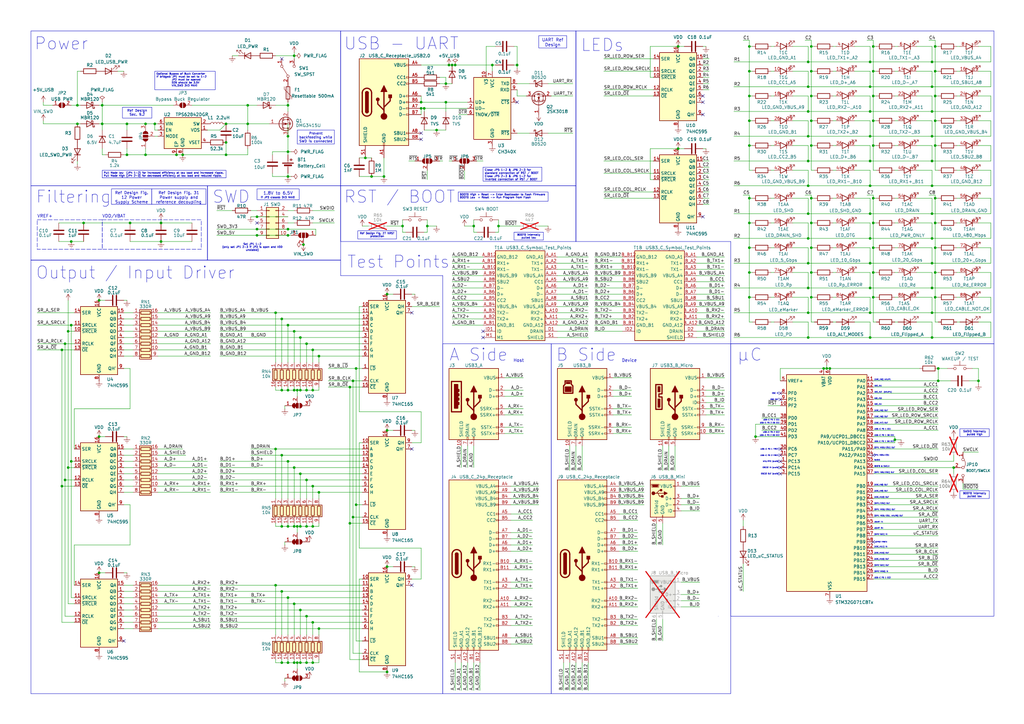
<source format=kicad_sch>
(kicad_sch (version 20230121) (generator eeschema)
  (paper "A3")
  (title_block (title "USB Tester") (date "2025-06-19") (rev "v0.1"))
  (lib_symbols
    (symbol "74xx:74HC595"
      (property "Reference" "U" (at -7.62 13.97 0))
      (property "Value" "74HC595" (at -7.62 -16.51 0))
      (symbol "74HC595_1_0"
        (pin tri_state line (at 10.16 7.62 180) (length 2.54) (name "QB") (number "1"))
        (pin input line (at -10.16 2.54 0) (length 2.54) (name "~{SRCLR}") (number "10"))
        (pin input line (at -10.16 5.08 0) (length 2.54) (name "SRCLK") (number "11"))
        (pin input line (at -10.16 -2.54 0) (length 2.54) (name "RCLK") (number "12"))
        (pin input line (at -10.16 -5.08 0) (length 2.54) (name "~{OE}") (number "13"))
        (pin input line (at -10.16 10.16 0) (length 2.54) (name "SER") (number "14"))
        (pin tri_state line (at 10.16 10.16 180) (length 2.54) (name "QA") (number "15"))
        (pin power_in line (at 0 15.24 270) (length 2.54) (name "VCC") (number "16"))
        (pin tri_state line (at 10.16 5.08 180) (length 2.54) (name "QC") (number "2"))
        (pin tri_state line (at 10.16 2.54 180) (length 2.54) (name "QD") (number "3"))
        (pin tri_state line (at 10.16 0 180) (length 2.54) (name "QE") (number "4"))
        (pin tri_state line (at 10.16 -2.54 180) (length 2.54) (name "QF") (number "5"))
        (pin tri_state line (at 10.16 -5.08 180) (length 2.54) (name "QG") (number "6"))
        (pin tri_state line (at 10.16 -7.62 180) (length 2.54) (name "QH") (number "7"))
        (pin power_in line (at 0 -17.78 90) (length 2.54) (name "GND") (number "8"))
        (pin output line (at 10.16 -12.7 180) (length 2.54) (name "QH'") (number "9"))
      )
    )
    (symbol "Connector:USB3_A" (pin_names (offset 1.016))
      (property "Reference" "J" (at -10.16 15.24 0))
      (property "Value" "USB3_A" (at 10.16 15.24 0))
      (symbol "USB3_A_1_1"
        (pin power_in line (at 12.7 10.16 180) (length 2.54) (name "VBUS") (number "1"))
        (pin passive line (at -5.08 -17.78 90) (length 2.54) (name "SHIELD") (number "10"))
        (pin bidirectional line (at 12.7 5.08 180) (length 2.54) (name "D-") (number "2"))
        (pin bidirectional line (at 12.7 2.54 180) (length 2.54) (name "D+") (number "3"))
        (pin power_in line (at 0 -17.78 90) (length 2.54) (name "GND") (number "4"))
        (pin output line (at 12.7 -2.54 180) (length 2.54) (name "SSRX-") (number "5"))
        (pin output line (at 12.7 -5.08 180) (length 2.54) (name "SSRX+") (number "6"))
        (pin passive line (at -2.54 -17.78 90) (length 2.54) (name "DRAIN") (number "7"))
        (pin input line (at 12.7 -10.16 180) (length 2.54) (name "SSTX-") (number "8"))
        (pin input line (at 12.7 -12.7 180) (length 2.54) (name "SSTX+") (number "9"))
      )
    )
    (symbol "Connector:USB3_B" (pin_names (offset 1.016))
      (property "Reference" "J" (at -10.16 15.24 0))
      (property "Value" "USB3_B" (at 10.16 15.24 0))
      (symbol "USB3_B_1_1"
        (pin power_out line (at 12.7 10.16 180) (length 2.54) (name "VBUS") (number "1"))
        (pin passive line (at -5.08 -17.78 90) (length 2.54) (name "SHIELD") (number "10"))
        (pin bidirectional line (at 12.7 5.08 180) (length 2.54) (name "D-") (number "2"))
        (pin bidirectional line (at 12.7 2.54 180) (length 2.54) (name "D+") (number "3"))
        (pin power_out line (at 0 -17.78 90) (length 2.54) (name "GND") (number "4"))
        (pin output line (at 12.7 -2.54 180) (length 2.54) (name "SSTX-") (number "5"))
        (pin output line (at 12.7 -5.08 180) (length 2.54) (name "SSTX+") (number "6"))
        (pin passive line (at -2.54 -17.78 90) (length 2.54) (name "DRAIN") (number "7"))
        (pin input line (at 12.7 -10.16 180) (length 2.54) (name "SSRX-") (number "8"))
        (pin input line (at 12.7 -12.7 180) (length 2.54) (name "SSRX+") (number "9"))
      )
    )
    (symbol "Connector:USB3_B_Micro" (pin_names (offset 1.016))
      (property "Reference" "J" (at -10.16 15.24 0))
      (property "Value" "USB3_B_Micro" (at 10.16 15.24 0))
      (symbol "USB3_B_Micro_1_1"
        (pin power_out line (at 12.7 10.16 180) (length 2.54) (name "VBUS") (number "1"))
        (pin input line (at 12.7 -12.7 180) (length 2.54) (name "SSRX+") (number "10"))
        (pin passive line (at -5.08 -17.78 90) (length 2.54) (name "SHIELD") (number "11"))
        (pin bidirectional line (at 12.7 5.08 180) (length 2.54) (name "D-") (number "2"))
        (pin bidirectional line (at 12.7 2.54 180) (length 2.54) (name "D+") (number "3"))
        (pin passive line (at 12.7 0 180) (length 2.54) (name "ID") (number "4"))
        (pin power_out line (at 0 -17.78 90) (length 2.54) (name "GND") (number "5"))
        (pin output line (at 12.7 -2.54 180) (length 2.54) (name "SSTX-") (number "6"))
        (pin output line (at 12.7 -5.08 180) (length 2.54) (name "SSTX+") (number "7"))
        (pin passive line (at -2.54 -17.78 90) (length 2.54) (name "DRAIN") (number "8"))
        (pin input line (at 12.7 -10.16 180) (length 2.54) (name "SSRX-") (number "9"))
      )
    )
    (symbol "Connector:USB_B_Micro" (pin_names (offset 1.016))
      (property "Reference" "J" (at -5.08 11.43 0))
      (property "Value" "USB_B_Micro" (at -5.08 8.89 0))
      (symbol "USB_B_Micro_1_1"
        (pin power_out line (at 7.62 5.08 180) (length 2.54) (name "VBUS") (number "1"))
        (pin bidirectional line (at 7.62 -2.54 180) (length 2.54) (name "D-") (number "2"))
        (pin bidirectional line (at 7.62 0 180) (length 2.54) (name "D+") (number "3"))
        (pin passive line (at 7.62 -5.08 180) (length 2.54) (name "ID") (number "4"))
        (pin power_out line (at 0 -10.16 90) (length 2.54) (name "GND") (number "5"))
        (pin passive line (at -2.54 -10.16 90) (length 2.54) (name "Shield") (number "6"))
      )
    )
    (symbol "Connector:USB_B_Mini" (pin_names (offset 1.016))
      (property "Reference" "J" (at -5.08 11.43 0))
      (property "Value" "USB_B_Mini" (at -5.08 8.89 0))
      (symbol "USB_B_Mini_1_1"
        (pin power_out line (at 7.62 5.08 180) (length 2.54) (name "VBUS") (number "1"))
        (pin bidirectional line (at 7.62 -2.54 180) (length 2.54) (name "D-") (number "2"))
        (pin bidirectional line (at 7.62 0 180) (length 2.54) (name "D+") (number "3"))
        (pin passive line (at 7.62 -5.08 180) (length 2.54) (name "ID") (number "4"))
        (pin power_out line (at 0 -10.16 90) (length 2.54) (name "GND") (number "5"))
        (pin passive line (at -2.54 -10.16 90) (length 2.54) (name "Shield") (number "6"))
      )
    )
    (symbol "Connector_Generic:Conn_02x05_Odd_Even" (pin_names (offset 1.016) hide)
      (property "Reference" "J" (at 1.27 7.62 0))
      (property "Value" "Conn_02x05_Odd_Even" (at 1.27 -7.62 0))
      (symbol "Conn_02x05_Odd_Even_1_1"
        (pin passive line (at -5.08 5.08 0) (length 3.81) (name "Pin_1") (number "1"))
        (pin passive line (at 7.62 -5.08 180) (length 3.81) (name "Pin_10") (number "10"))
        (pin passive line (at 7.62 5.08 180) (length 3.81) (name "Pin_2") (number "2"))
        (pin passive line (at -5.08 2.54 0) (length 3.81) (name "Pin_3") (number "3"))
        (pin passive line (at 7.62 2.54 180) (length 3.81) (name "Pin_4") (number "4"))
        (pin passive line (at -5.08 0 0) (length 3.81) (name "Pin_5") (number "5"))
        (pin passive line (at 7.62 0 180) (length 3.81) (name "Pin_6") (number "6"))
        (pin passive line (at -5.08 -2.54 0) (length 3.81) (name "Pin_7") (number "7"))
        (pin passive line (at 7.62 -2.54 180) (length 3.81) (name "Pin_8") (number "8"))
        (pin passive line (at -5.08 -5.08 0) (length 3.81) (name "Pin_9") (number "9"))
      )
    )
    (symbol "Device:Battery_Cell" (pin_numbers hide) (pin_names (offset 0) hide)
      (property "Reference" "BT" (at 2.54 2.54 0))
      (property "Value" "Battery_Cell" (at 2.54 0 0))
      (symbol "Battery_Cell_1_1"
        (pin passive line (at 0 5.08 270) (length 2.54) (name "+") (number "1"))
        (pin passive line (at 0 -2.54 90) (length 2.54) (name "-") (number "2"))
      )
    )
    (symbol "Device:C" (pin_numbers hide) (pin_names (offset 0.254))
      (property "Reference" "C" (at 0.635 2.54 0))
      (property "Value" "C" (at 0.635 -2.54 0))
      (symbol "C_1_1"
        (pin passive line (at 0 3.81 270) (length 2.794) (name "~") (number "1"))
        (pin passive line (at 0 -3.81 90) (length 2.794) (name "~") (number "2"))
      )
    )
    (symbol "Device:D_Schottky" (pin_numbers hide) (pin_names (offset 1.016) hide)
      (property "Reference" "D" (at 0 2.54 0))
      (property "Value" "D_Schottky" (at 0 -2.54 0))
      (symbol "D_Schottky_1_1"
        (pin passive line (at -3.81 0 0) (length 2.54) (name "K") (number "1"))
        (pin passive line (at 3.81 0 180) (length 2.54) (name "A") (number "2"))
      )
    )
    (symbol "Device:D_Zener" (pin_numbers hide) (pin_names (offset 1.016) hide)
      (property "Reference" "D" (at 0 2.54 0))
      (property "Value" "D_Zener" (at 0 -2.54 0))
      (symbol "D_Zener_1_1"
        (pin passive line (at -3.81 0 0) (length 2.54) (name "K") (number "1"))
        (pin passive line (at 3.81 0 180) (length 2.54) (name "A") (number "2"))
      )
    )
    (symbol "Device:L" (pin_numbers hide) (pin_names (offset 1.016) hide)
      (property "Reference" "L" (at -1.27 0 90))
      (property "Value" "L" (at 1.905 0 90))
      (symbol "L_1_1"
        (pin passive line (at 0 3.81 270) (length 1.27) (name "1") (number "1"))
        (pin passive line (at 0 -3.81 90) (length 1.27) (name "2") (number "2"))
      )
    )
    (symbol "Device:LED" (pin_numbers hide) (pin_names (offset 1.016) hide)
      (property "Reference" "D" (at 0 2.54 0))
      (property "Value" "LED" (at 0 -2.54 0))
      (symbol "LED_1_1"
        (pin passive line (at -3.81 0 0) (length 2.54) (name "K") (number "1"))
        (pin passive line (at 3.81 0 180) (length 2.54) (name "A") (number "2"))
      )
    )
    (symbol "Device:Polyfuse" (pin_numbers hide) (pin_names (offset 0))
      (property "Reference" "F" (at -2.54 0 90))
      (property "Value" "Polyfuse" (at 2.54 0 90))
      (symbol "Polyfuse_1_1"
        (pin passive line (at 0 3.81 270) (length 1.27) (name "~") (number "1"))
        (pin passive line (at 0 -3.81 90) (length 1.27) (name "~") (number "2"))
      )
    )
    (symbol "Device:Q_NMOS_GSD" (pin_names (offset 0) hide)
      (property "Reference" "Q" (at 5.08 1.27 0))
      (property "Value" "Q_NMOS_GSD" (at 5.08 -1.27 0))
      (symbol "Q_NMOS_GSD_1_1"
        (pin input line (at -5.08 0 0) (length 2.54) (name "G") (number "1"))
        (pin passive line (at 2.54 -5.08 90) (length 2.54) (name "S") (number "2"))
        (pin passive line (at 2.54 5.08 270) (length 2.54) (name "D") (number "3"))
      )
    )
    (symbol "Device:Q_PMOS_GSD" (pin_names (offset 0) hide)
      (property "Reference" "Q" (at 5.08 1.27 0))
      (property "Value" "Q_PMOS_GSD" (at 5.08 -1.27 0))
      (symbol "Q_PMOS_GSD_1_1"
        (pin input line (at -5.08 0 0) (length 2.54) (name "G") (number "1"))
        (pin passive line (at 2.54 -5.08 90) (length 2.54) (name "S") (number "2"))
        (pin passive line (at 2.54 5.08 270) (length 2.54) (name "D") (number "3"))
      )
    )
    (symbol "Device:R" (pin_numbers hide) (pin_names (offset 0))
      (property "Reference" "R" (at 2.032 0 90))
      (property "Value" "R" (at 0 0 90))
      (symbol "R_1_1"
        (pin passive line (at 0 3.81 270) (length 1.27) (name "~") (number "1"))
        (pin passive line (at 0 -3.81 90) (length 1.27) (name "~") (number "2"))
      )
    )
    (symbol "Device:R_Pack08" (pin_names (offset 0) hide)
      (property "Reference" "RN" (at -12.7 0 90))
      (property "Value" "R_Pack08" (at 10.16 0 90))
      (symbol "R_Pack08_1_1"
        (pin passive line (at -10.16 -5.08 90) (length 2.54) (name "R1.1") (number "1"))
        (pin passive line (at 5.08 5.08 270) (length 2.54) (name "R7.2") (number "10"))
        (pin passive line (at 2.54 5.08 270) (length 2.54) (name "R6.2") (number "11"))
        (pin passive line (at 0 5.08 270) (length 2.54) (name "R5.2") (number "12"))
        (pin passive line (at -2.54 5.08 270) (length 2.54) (name "R4.2") (number "13"))
        (pin passive line (at -5.08 5.08 270) (length 2.54) (name "R3.2") (number "14"))
        (pin passive line (at -7.62 5.08 270) (length 2.54) (name "R2.2") (number "15"))
        (pin passive line (at -10.16 5.08 270) (length 2.54) (name "R1.2") (number "16"))
        (pin passive line (at -7.62 -5.08 90) (length 2.54) (name "R2.1") (number "2"))
        (pin passive line (at -5.08 -5.08 90) (length 2.54) (name "R3.1") (number "3"))
        (pin passive line (at -2.54 -5.08 90) (length 2.54) (name "R4.1") (number "4"))
        (pin passive line (at 0 -5.08 90) (length 2.54) (name "R5.1") (number "5"))
        (pin passive line (at 2.54 -5.08 90) (length 2.54) (name "R6.1") (number "6"))
        (pin passive line (at 5.08 -5.08 90) (length 2.54) (name "R7.1") (number "7"))
        (pin passive line (at 7.62 -5.08 90) (length 2.54) (name "R8.1") (number "8"))
        (pin passive line (at 7.62 5.08 270) (length 2.54) (name "R8.2") (number "9"))
      )
    )
    (symbol "Diode:ESD5Zxx" (pin_numbers hide) (pin_names hide)
      (property "Reference" "D" (at 0 2.54 0))
      (property "Value" "ESD5Zxx" (at 0 -2.54 0))
      (symbol "ESD5Zxx_1_1"
        (pin passive line (at -3.81 0 0) (length 2.54) (name "K") (number "1"))
        (pin passive line (at 3.81 0 180) (length 2.54) (name "A") (number "2"))
      )
    )
    (symbol "Interface_USB:CH340X"
      (property "Reference" "U" (at -5.08 13.97 0))
      (property "Value" "CH340X" (at 1.27 13.97 0))
      (symbol "CH340X_1_1"
        (pin bidirectional line (at -10.16 2.54 0) (length 2.54) (name "UD+") (number "1"))
        (pin passive line (at -2.54 15.24 270) (length 2.54) (name "V3") (number "10"))
        (pin bidirectional line (at -10.16 0 0) (length 2.54) (name "UD-") (number "2"))
        (pin power_in line (at 0 -15.24 90) (length 2.54) (name "GND") (number "3"))
        (pin output line (at 10.16 -10.16 180) (length 2.54) (name "~{RTS}") (number "4"))
        (pin input line (at 10.16 2.54 180) (length 2.54) (name "~{CTS}") (number "5"))
        (pin output line (at -10.16 -2.54 0) (length 2.54) (name "TNOW/~{DTR}") (number "6"))
        (pin power_in line (at 0 15.24 270) (length 2.54) (name "VCC") (number "7"))
        (pin output line (at 10.16 10.16 180) (length 2.54) (name "TXD") (number "8"))
        (pin input line (at 10.16 7.62 180) (length 2.54) (name "RXD") (number "9"))
      )
    )
    (symbol "Jumper:Jumper_3_Bridged12" (pin_names (offset 0) hide)
      (property "Reference" "JP" (at -2.54 -2.54 0))
      (property "Value" "Jumper_3_Bridged12" (at 0 2.794 0))
      (symbol "Jumper_3_Bridged12_1_1"
        (pin passive line (at -6.35 0 0) (length 2.54) (name "A") (number "1"))
        (pin passive line (at 0 -3.81 90) (length 2.54) (name "C") (number "2"))
        (pin passive line (at 6.35 0 180) (length 2.54) (name "B") (number "3"))
      )
    )
    (symbol "Jumper:SolderJumper_2_Open" (pin_names (offset 0) hide)
      (property "Reference" "JP" (at 0 2.032 0))
      (property "Value" "SolderJumper_2_Open" (at 0 -2.54 0))
      (symbol "SolderJumper_2_Open_1_1"
        (pin passive line (at -3.81 0 0) (length 2.54) (name "A") (number "1"))
        (pin passive line (at 3.81 0 180) (length 2.54) (name "B") (number "2"))
      )
    )
    (symbol "Jumper:SolderJumper_3_Bridged12" (pin_names (offset 0) hide)
      (property "Reference" "JP" (at -2.54 -2.54 0))
      (property "Value" "SolderJumper_3_Bridged12" (at 0 2.794 0))
      (symbol "SolderJumper_3_Bridged12_1_1"
        (pin passive line (at -5.08 0 0) (length 2.54) (name "A") (number "1"))
        (pin passive line (at 0 -3.81 90) (length 2.54) (name "C") (number "2"))
        (pin passive line (at 5.08 0 180) (length 2.54) (name "B") (number "3"))
      )
    )
    (symbol "Jumper:SolderJumper_3_Open" (pin_names (offset 0) hide)
      (property "Reference" "JP" (at -2.54 -2.54 0))
      (property "Value" "SolderJumper_3_Open" (at 0 2.794 0))
      (symbol "SolderJumper_3_Open_1_1"
        (pin passive line (at -5.08 0 0) (length 2.54) (name "A") (number "1"))
        (pin passive line (at 0 -3.81 90) (length 2.54) (name "C") (number "2"))
        (pin passive line (at 5.08 0 180) (length 2.54) (name "B") (number "3"))
      )
    )
    (symbol "MCU_ST_STM32G0:STM32G071CBTx"
      (property "Reference" "U" (at -15.24 46.99 0))
      (property "Value" "STM32G071CBTx" (at 5.08 46.99 0))
      (symbol "STM32G071CBTx_1_1"
        (pin bidirectional line (at -17.78 10.16 0) (length 2.54) (name "PC13") (number "1"))
        (pin bidirectional line (at -17.78 33.02 0) (length 2.54) (name "PF2") (number "10"))
        (pin bidirectional line (at 20.32 43.18 180) (length 2.54) (name "PA0") (number "11"))
        (pin bidirectional line (at 20.32 40.64 180) (length 2.54) (name "PA1") (number "12"))
        (pin bidirectional line (at 20.32 38.1 180) (length 2.54) (name "PA2") (number "13"))
        (pin bidirectional line (at 20.32 35.56 180) (length 2.54) (name "PA3") (number "14"))
        (pin bidirectional line (at 20.32 33.02 180) (length 2.54) (name "PA4") (number "15"))
        (pin bidirectional line (at 20.32 30.48 180) (length 2.54) (name "PA5") (number "16"))
        (pin bidirectional line (at 20.32 27.94 180) (length 2.54) (name "PA6") (number "17"))
        (pin bidirectional line (at 20.32 25.4 180) (length 2.54) (name "PA7") (number "18"))
        (pin bidirectional line (at 20.32 0 180) (length 2.54) (name "PB0") (number "19"))
        (pin bidirectional line (at -17.78 7.62 0) (length 2.54) (name "PC14") (number "2"))
        (pin bidirectional line (at 20.32 -2.54 180) (length 2.54) (name "PB1") (number "20"))
        (pin bidirectional line (at 20.32 -5.08 180) (length 2.54) (name "PB2") (number "21"))
        (pin bidirectional line (at 20.32 -25.4 180) (length 2.54) (name "PB10") (number "22"))
        (pin bidirectional line (at 20.32 -27.94 180) (length 2.54) (name "PB11") (number "23"))
        (pin bidirectional line (at 20.32 -30.48 180) (length 2.54) (name "PB12") (number "24"))
        (pin bidirectional line (at 20.32 -33.02 180) (length 2.54) (name "PB13") (number "25"))
        (pin bidirectional line (at 20.32 -35.56 180) (length 2.54) (name "PB14") (number "26"))
        (pin bidirectional line (at 20.32 -38.1 180) (length 2.54) (name "PB15") (number "27"))
        (pin bidirectional line (at 20.32 22.86 180) (length 2.54) (name "PA8") (number "28"))
        (pin bidirectional line (at 20.32 20.32 180) (length 2.54) (name "PA9/UCPD1_DBCC1") (number "29"))
        (pin bidirectional line (at -17.78 5.08 0) (length 2.54) (name "PC15") (number "3"))
        (pin bidirectional line (at -17.78 15.24 0) (length 2.54) (name "PC6") (number "30"))
        (pin bidirectional line (at -17.78 12.7 0) (length 2.54) (name "PC7") (number "31"))
        (pin bidirectional line (at 20.32 17.78 180) (length 2.54) (name "PA10/UCPD1_DBCC2") (number "32"))
        (pin bidirectional line (at 20.32 15.24 180) (length 2.54) (name "PA11/PA9") (number "33"))
        (pin bidirectional line (at 20.32 12.7 180) (length 2.54) (name "PA12/PA10") (number "34"))
        (pin bidirectional line (at 20.32 10.16 180) (length 2.54) (name "PA13") (number "35"))
        (pin bidirectional line (at 20.32 7.62 180) (length 2.54) (name "PA14") (number "36"))
        (pin bidirectional line (at 20.32 5.08 180) (length 2.54) (name "PA15") (number "37"))
        (pin bidirectional line (at -17.78 27.94 0) (length 2.54) (name "PD0") (number "38"))
        (pin bidirectional line (at -17.78 25.4 0) (length 2.54) (name "PD1") (number "39"))
        (pin power_in line (at 0 48.26 270) (length 2.54) (name "VBAT") (number "4"))
        (pin bidirectional line (at -17.78 22.86 0) (length 2.54) (name "PD2") (number "40"))
        (pin bidirectional line (at -17.78 20.32 0) (length 2.54) (name "PD3") (number "41"))
        (pin bidirectional line (at 20.32 -7.62 180) (length 2.54) (name "PB3") (number "42"))
        (pin bidirectional line (at 20.32 -10.16 180) (length 2.54) (name "PB4") (number "43"))
        (pin bidirectional line (at 20.32 -12.7 180) (length 2.54) (name "PB5") (number "44"))
        (pin bidirectional line (at 20.32 -15.24 180) (length 2.54) (name "PB6") (number "45"))
        (pin bidirectional line (at 20.32 -17.78 180) (length 2.54) (name "PB7") (number "46"))
        (pin bidirectional line (at 20.32 -20.32 180) (length 2.54) (name "PB8") (number "47"))
        (pin bidirectional line (at 20.32 -22.86 180) (length 2.54) (name "PB9") (number "48"))
        (pin input line (at -17.78 43.18 0) (length 2.54) (name "VREF+") (number "5"))
        (pin power_in line (at 2.54 48.26 270) (length 2.54) (name "VDD") (number "6"))
        (pin power_in line (at 2.54 -45.72 90) (length 2.54) (name "VSS") (number "7"))
        (pin bidirectional line (at -17.78 38.1 0) (length 2.54) (name "PF0") (number "8"))
        (pin bidirectional line (at -17.78 35.56 0) (length 2.54) (name "PF1") (number "9"))
      )
    )
    (symbol "Project Footprints:+5V_USB"
      (property "Value" "+5V_USB" (at 0 3.81 0))
      (symbol "+5V_USB_1_1"
        (pin power_in line (at 0 0 90) (length 0) hide (name "+5V_USB") (number "1"))
      )
    )
    (symbol "Project Footprints:74HC165"
      (property "Reference" "U" (at 10.16 -39.37 0))
      (property "Value" "74HC165" (at 13.97 -41.91 0))
      (symbol "74HC165_1_0"
        (pin input line (at -2.54 -27.94 0) (length 2.54) (name "~{LD}") (number "1"))
        (pin input line (at -2.54 -2.54 0) (length 2.54) (name "SER") (number "10"))
        (pin input line (at -2.54 -5.08 0) (length 2.54) (name "A") (number "11"))
        (pin input line (at -2.54 -7.62 0) (length 2.54) (name "B") (number "12"))
        (pin input line (at -2.54 -10.16 0) (length 2.54) (name "C") (number "13"))
        (pin input line (at -2.54 -12.7 0) (length 2.54) (name "D") (number "14"))
        (pin input line (at -2.54 -35.56 0) (length 2.54) (name "~{CE}") (number "15"))
        (pin power_in line (at 7.62 2.54 270) (length 2.54) (name "VCC") (number "16"))
        (pin input line (at -2.54 -33.02 0) (length 2.54) (name "CLK") (number "2"))
        (pin input line (at -2.54 -15.24 0) (length 2.54) (name "E") (number "3"))
        (pin input line (at -2.54 -17.78 0) (length 2.54) (name "F") (number "4"))
        (pin input line (at -2.54 -20.32 0) (length 2.54) (name "G") (number "5"))
        (pin input line (at -2.54 -22.86 0) (length 2.54) (name "H") (number "6"))
        (pin output line (at 17.78 -5.08 180) (length 2.54) (name "QH'") (number "7"))
        (pin power_in line (at 7.62 -40.64 90) (length 2.54) (name "GND") (number "8"))
        (pin output line (at 17.78 -2.54 180) (length 2.54) (name "QH") (number "9"))
      )
    )
    (symbol "Project Footprints:TPS62842DGR"
      (property "Reference" "U" (at 1.27 1.27 0))
      (property "Value" "TPS62842DGR" (at 11.43 1.27 0))
      (symbol "TPS62842DGR_1_0"
        (pin power_in line (at 5.08 -15.24 90) (length 2.54) (name "EP") (number "9"))
      )
      (symbol "TPS62842DGR_1_1"
        (pin input line (at 17.78 -5.08 180) (length 2.54) (name "VOS") (number "1"))
        (pin power_out line (at 17.78 -2.54 180) (length 2.54) (name "SW") (number "2"))
        (pin input line (at -2.54 -7.62 0) (length 2.54) (name "MODE") (number "3"))
        (pin input line (at 17.78 -10.16 180) (length 2.54) (name "VSET") (number "4"))
        (pin input line (at -2.54 -5.08 0) (length 2.54) (name "EN") (number "5"))
        (pin power_in line (at -2.54 -2.54 0) (length 2.54) (name "VIN") (number "6"))
        (pin no_connect line (at 17.78 -7.62 180) (length 2.54) hide (name "NC") (number "7"))
        (pin power_in line (at 7.62 -15.24 90) (length 2.54) (name "GND") (number "8"))
      )
    )
    (symbol "Project Footprints:USB_C_24p_Receptacle" (pin_names (offset 1.016))
      (property "Reference" "J" (at 1.27 1.27 0))
      (property "Value" "USB_C_24p_Receptacle" (at 13.97 1.27 0))
      (symbol "USB_C_24p_Receptacle_1_1"
        (pin passive line (at 5.08 -74.93 90) (length 5.08) (name "GND_A1") (number "A1"))
        (pin bidirectional line (at 25.4 -49.53 180) (length 5.08) (name "RX2-") (number "A10"))
        (pin bidirectional line (at 25.4 -52.07 180) (length 5.08) (name "RX2+") (number "A11"))
        (pin passive line (at 7.62 -74.93 90) (length 5.08) (name "GND_A12") (number "A12"))
        (pin bidirectional line (at 25.4 -44.45 180) (length 5.08) (name "TX1+") (number "A2"))
        (pin bidirectional line (at 25.4 -41.91 180) (length 5.08) (name "TX1-") (number "A3"))
        (pin passive line (at 25.4 -2.54 180) (length 5.08) (name "VBUS_A4") (number "A4"))
        (pin bidirectional line (at 25.4 -13.97 180) (length 5.08) (name "CC1") (number "A5"))
        (pin bidirectional line (at 25.4 -26.67 180) (length 5.08) (name "D+") (number "A6"))
        (pin bidirectional line (at 25.4 -21.59 180) (length 5.08) (name "D-") (number "A7"))
        (pin bidirectional line (at 25.4 -64.77 180) (length 5.08) (name "SBU1") (number "A8"))
        (pin passive line (at 25.4 -5.08 180) (length 5.08) (name "VBUS_A9") (number "A9"))
        (pin passive line (at 10.16 -74.93 90) (length 5.08) (name "GND_B1") (number "B1"))
        (pin bidirectional line (at 25.4 -34.29 180) (length 5.08) (name "RX1-") (number "B10"))
        (pin bidirectional line (at 25.4 -36.83 180) (length 5.08) (name "RX1+") (number "B11"))
        (pin passive line (at 12.7 -74.93 90) (length 5.08) (name "GND_B12") (number "B12"))
        (pin bidirectional line (at 25.4 -59.69 180) (length 5.08) (name "TX2+") (number "B2"))
        (pin bidirectional line (at 25.4 -57.15 180) (length 5.08) (name "TX2-") (number "B3"))
        (pin passive line (at 25.4 -7.62 180) (length 5.08) (name "VBUS_B4") (number "B4"))
        (pin bidirectional line (at 25.4 -16.51 180) (length 5.08) (name "CC2") (number "B5"))
        (pin bidirectional line (at 25.4 -29.21 180) (length 5.08) (name "D+") (number "B6"))
        (pin bidirectional line (at 25.4 -24.13 180) (length 5.08) (name "D-") (number "B7"))
        (pin bidirectional line (at 25.4 -67.31 180) (length 5.08) (name "SBU2") (number "B8"))
        (pin passive line (at 25.4 -10.16 180) (length 5.08) (name "VBUS_B9") (number "B9"))
        (pin passive line (at 2.54 -74.93 90) (length 5.08) (name "SHIELD") (number "S1"))
      )
    )
    (symbol "Project Footprints:USB_C_Receptacle_USB2.0" (pin_names (offset 1.016))
      (property "Reference" "J" (at 1.27 1.27 0))
      (property "Value" "USB_C_Receptacle_USB2.0" (at 16.51 1.27 0))
      (symbol "USB_C_Receptacle_USB2.0_1_1"
        (pin passive line (at 10.16 -40.64 90) (length 5.08) (name "GND") (number "A1"))
        (pin passive line (at 10.16 -40.64 90) (length 5.08) hide (name "GND") (number "A12"))
        (pin passive line (at 25.4 -2.54 180) (length 5.08) (name "VBUS") (number "A4"))
        (pin bidirectional line (at 25.4 -7.62 180) (length 5.08) (name "CC1") (number "A5"))
        (pin bidirectional line (at 25.4 -15.24 180) (length 5.08) (name "D+") (number "A6"))
        (pin bidirectional line (at 25.4 -20.32 180) (length 5.08) (name "D-") (number "A7"))
        (pin bidirectional line (at 25.4 -30.48 180) (length 5.08) (name "SBU1") (number "A8"))
        (pin passive line (at 25.4 -2.54 180) (length 5.08) hide (name "VBUS") (number "A9"))
        (pin passive line (at 10.16 -40.64 90) (length 5.08) hide (name "GND") (number "B1"))
        (pin passive line (at 10.16 -40.64 90) (length 5.08) hide (name "GND") (number "B12"))
        (pin passive line (at 25.4 -2.54 180) (length 5.08) hide (name "VBUS") (number "B4"))
        (pin bidirectional line (at 25.4 -10.16 180) (length 5.08) (name "CC2") (number "B5"))
        (pin bidirectional line (at 25.4 -17.78 180) (length 5.08) (name "D+") (number "B6"))
        (pin bidirectional line (at 25.4 -22.86 180) (length 5.08) (name "D-") (number "B7"))
        (pin bidirectional line (at 25.4 -33.02 180) (length 5.08) (name "SBU2") (number "B8"))
        (pin passive line (at 25.4 -2.54 180) (length 5.08) hide (name "VBUS") (number "B9"))
        (pin passive line (at 2.54 -40.64 90) (length 5.08) (name "SHIELD") (number "S1"))
      )
    )
    (symbol "Project Footprints:USB_C_Test_Point_LED"
      (property "Reference" "T" (at 0 2.54 0))
      (symbol "USB_C_Test_Point_LED_1_1"
        (pin passive line (at 15.24 -2.54 180) (length 5.08) (name "GND_A1") (number "A_A1"))
        (pin passive line (at 15.24 -25.4 180) (length 5.08) (name "RX2-") (number "A_A10"))
        (pin passive line (at 15.24 -27.94 180) (length 5.08) (name "RX2+") (number "A_A11"))
        (pin passive line (at 15.24 -30.48 180) (length 5.08) (name "GND_A12") (number "A_A12"))
        (pin passive line (at 15.24 -5.08 180) (length 5.08) (name "TX1+") (number "A_A2"))
        (pin passive line (at 15.24 -7.62 180) (length 5.08) (name "TX1-") (number "A_A3"))
        (pin passive line (at 15.24 -10.16 180) (length 5.08) (name "VBUS_A4") (number "A_A4"))
        (pin passive line (at 15.24 -12.7 180) (length 5.08) (name "CC1") (number "A_A5"))
        (pin passive line (at 15.24 -15.24 180) (length 5.08) (name "D+") (number "A_A6"))
        (pin passive line (at 15.24 -17.78 180) (length 5.08) (name "D-") (number "A_A7"))
        (pin passive line (at 15.24 -20.32 180) (length 5.08) (name "SBU1") (number "A_A8"))
        (pin passive line (at 15.24 -22.86 180) (length 5.08) (name "VBUS_A9") (number "A_A9"))
        (pin passive line (at -15.24 -30.48 0) (length 5.08) (name "GND_B1") (number "A_B1"))
        (pin passive line (at -15.24 -7.62 0) (length 5.08) (name "RX1-") (number "A_B10"))
        (pin passive line (at -15.24 -5.08 0) (length 5.08) (name "RX1+") (number "A_B11"))
        (pin passive line (at -15.24 -2.54 0) (length 5.08) (name "GND_B12") (number "A_B12"))
        (pin passive line (at -15.24 -27.94 0) (length 5.08) (name "TX2+") (number "A_B2"))
        (pin passive line (at -15.24 -25.4 0) (length 5.08) (name "TX2-") (number "A_B3"))
        (pin passive line (at -15.24 -22.86 0) (length 5.08) (name "VBUS_B4") (number "A_B4"))
        (pin passive line (at -15.24 -20.32 0) (length 5.08) (name "CC2") (number "A_B5"))
        (pin passive line (at -15.24 -17.78 0) (length 5.08) (name "D+") (number "A_B6"))
        (pin passive line (at -15.24 -15.24 0) (length 5.08) (name "D-") (number "A_B7"))
        (pin passive line (at -15.24 -12.7 0) (length 5.08) (name "SBU2") (number "A_B8"))
        (pin passive line (at -15.24 -10.16 0) (length 5.08) (name "VBUS_B9") (number "A_B9"))
        (pin passive line (at 15.24 -33.02 180) (length 5.08) (name "DRAIN") (number "D1"))
        (pin passive line (at -15.24 -33.02 0) (length 5.08) (name "ID") (number "ID1"))
        (pin passive line (at -15.24 -35.56 0) (length 5.08) (name "M1") (number "M1"))
        (pin passive line (at 15.24 -35.56 180) (length 5.08) (name "SHIELD") (number "S1"))
      )
      (symbol "USB_C_Test_Point_LED_2_1"
        (pin passive line (at 15.24 -2.54 180) (length 5.08) (name "GND_A1") (number "B_A1"))
        (pin passive line (at 15.24 -25.4 180) (length 5.08) (name "RX2-") (number "B_A10"))
        (pin passive line (at 15.24 -27.94 180) (length 5.08) (name "RX2+") (number "B_A11"))
        (pin passive line (at 15.24 -30.48 180) (length 5.08) (name "GND_A12") (number "B_A12"))
        (pin passive line (at 15.24 -5.08 180) (length 5.08) (name "TX1+") (number "B_A2"))
        (pin passive line (at 15.24 -7.62 180) (length 5.08) (name "TX1-") (number "B_A3"))
        (pin passive line (at 15.24 -10.16 180) (length 5.08) (name "VBUS_A4") (number "B_A4"))
        (pin passive line (at 15.24 -12.7 180) (length 5.08) (name "CC1") (number "B_A5"))
        (pin passive line (at 15.24 -15.24 180) (length 5.08) (name "D+") (number "B_A6"))
        (pin passive line (at 15.24 -17.78 180) (length 5.08) (name "D-") (number "B_A7"))
        (pin passive line (at 15.24 -20.32 180) (length 5.08) (name "SBU1") (number "B_A8"))
        (pin passive line (at 15.24 -22.86 180) (length 5.08) (name "VBUS_A9") (number "B_A9"))
        (pin passive line (at -15.24 -30.48 0) (length 5.08) (name "GND_B1") (number "B_B1"))
        (pin passive line (at -15.24 -7.62 0) (length 5.08) (name "RX1-") (number "B_B10"))
        (pin passive line (at -15.24 -5.08 0) (length 5.08) (name "RX1+") (number "B_B11"))
        (pin passive line (at -15.24 -2.54 0) (length 5.08) (name "GND_B12") (number "B_B12"))
        (pin passive line (at -15.24 -27.94 0) (length 5.08) (name "TX2+") (number "B_B2"))
        (pin passive line (at -15.24 -25.4 0) (length 5.08) (name "TX2-") (number "B_B3"))
        (pin passive line (at -15.24 -22.86 0) (length 5.08) (name "VBUS_B4") (number "B_B4"))
        (pin passive line (at -15.24 -20.32 0) (length 5.08) (name "CC2") (number "B_B5"))
        (pin passive line (at -15.24 -17.78 0) (length 5.08) (name "D+") (number "B_B6"))
        (pin passive line (at -15.24 -15.24 0) (length 5.08) (name "D-") (number "B_B7"))
        (pin passive line (at -15.24 -12.7 0) (length 5.08) (name "SBU2") (number "B_B8"))
        (pin passive line (at -15.24 -10.16 0) (length 5.08) (name "VBUS_B9") (number "B_B9"))
        (pin passive line (at 15.24 -33.02 180) (length 5.08) (name "DRAIN") (number "D2"))
        (pin passive line (at -15.24 -33.02 0) (length 5.08) (name "ID") (number "ID2"))
        (pin passive line (at 15.24 -35.56 180) (length 5.08) (name "SHIELD") (number "S2"))
      )
      (symbol "USB_C_Test_Point_LED_3_1"
        (pin passive line (at -3.81 0 0) (length 2.54) (name "") (number "1"))
        (pin passive line (at 3.81 0 180) (length 2.54) (name "") (number "2"))
      )
      (symbol "USB_C_Test_Point_LED_4_1"
        (pin passive line (at -3.81 0 0) (length 2.54) (name "") (number "3"))
        (pin passive line (at 3.81 0 180) (length 2.54) (name "") (number "4"))
      )
      (symbol "USB_C_Test_Point_LED_5_1"
        (pin passive line (at -3.81 0 0) (length 2.54) (name "") (number "5"))
        (pin passive line (at 3.81 0 180) (length 2.54) (name "") (number "6"))
      )
      (symbol "USB_C_Test_Point_LED_6_1"
        (pin passive line (at -3.81 0 0) (length 2.54) (name "") (number "7"))
        (pin passive line (at 3.81 0 180) (length 2.54) (name "") (number "8"))
      )
      (symbol "USB_C_Test_Point_LED_7_1"
        (pin passive line (at 3.81 0 180) (length 2.54) (name "") (number "10"))
        (pin passive line (at -3.81 0 0) (length 2.54) (name "") (number "9"))
      )
      (symbol "USB_C_Test_Point_LED_8_1"
        (pin passive line (at -3.81 0 0) (length 2.54) (name "") (number "11"))
        (pin passive line (at 3.81 0 180) (length 2.54) (name "") (number "12"))
      )
      (symbol "USB_C_Test_Point_LED_9_1"
        (pin passive line (at -3.81 -1.27 0) (length 2.54) (name "") (number "13"))
        (pin passive line (at 3.81 -1.27 180) (length 2.54) (name "") (number "14"))
      )
      (symbol "USB_C_Test_Point_LED_10_1"
        (pin passive line (at -3.81 0 0) (length 2.54) (name "") (number "15"))
        (pin passive line (at 3.81 0 180) (length 2.54) (name "") (number "16"))
      )
      (symbol "USB_C_Test_Point_LED_11_1"
        (pin passive line (at -3.81 0 0) (length 2.54) (name "") (number "17"))
        (pin passive line (at 3.81 0 180) (length 2.54) (name "") (number "18"))
      )
      (symbol "USB_C_Test_Point_LED_12_1"
        (pin passive line (at -3.81 0 0) (length 2.54) (name "") (number "19"))
        (pin passive line (at 3.81 0 180) (length 2.54) (name "") (number "20"))
      )
      (symbol "USB_C_Test_Point_LED_13_1"
        (pin passive line (at -3.81 0 0) (length 2.54) (name "") (number "21"))
        (pin passive line (at 3.81 0 180) (length 2.54) (name "") (number "22"))
      )
      (symbol "USB_C_Test_Point_LED_14_1"
        (pin passive line (at -3.81 0 0) (length 2.54) (name "") (number "23"))
        (pin passive line (at 3.81 0 180) (length 2.54) (name "") (number "24"))
      )
      (symbol "USB_C_Test_Point_LED_15_1"
        (pin passive line (at -3.81 0 0) (length 2.54) (name "") (number "25"))
        (pin passive line (at 3.81 0 180) (length 2.54) (name "") (number "26"))
      )
      (symbol "USB_C_Test_Point_LED_16_1"
        (pin passive line (at -3.81 0 0) (length 2.54) (name "") (number "27"))
        (pin passive line (at 3.81 0 180) (length 2.54) (name "") (number "28"))
      )
      (symbol "USB_C_Test_Point_LED_17_1"
        (pin passive line (at -3.81 0 0) (length 2.54) (name "") (number "29"))
        (pin passive line (at 3.81 0 180) (length 2.54) (name "") (number "30"))
      )
      (symbol "USB_C_Test_Point_LED_18_1"
        (pin passive line (at -3.81 0 0) (length 2.54) (name "") (number "31"))
        (pin passive line (at 3.81 0 180) (length 2.54) (name "") (number "32"))
      )
      (symbol "USB_C_Test_Point_LED_19_1"
        (pin passive line (at -3.81 0 0) (length 2.54) (name "") (number "33"))
        (pin passive line (at 3.81 0 180) (length 2.54) (name "") (number "34"))
      )
      (symbol "USB_C_Test_Point_LED_20_1"
        (pin passive line (at -3.81 0 0) (length 2.54) (name "") (number "35"))
        (pin passive line (at 3.81 0 180) (length 2.54) (name "") (number "36"))
      )
      (symbol "USB_C_Test_Point_LED_21_1"
        (pin passive line (at -3.81 0 0) (length 2.54) (name "") (number "37"))
        (pin passive line (at 3.81 0 180) (length 2.54) (name "") (number "38"))
      )
      (symbol "USB_C_Test_Point_LED_22_1"
        (pin passive line (at -3.81 0 0) (length 2.54) (name "") (number "39"))
        (pin passive line (at 3.81 0 180) (length 2.54) (name "") (number "40"))
      )
      (symbol "USB_C_Test_Point_LED_23_1"
        (pin passive line (at -3.81 0 0) (length 2.54) (name "") (number "41"))
        (pin passive line (at 3.81 0 180) (length 2.54) (name "") (number "42"))
      )
      (symbol "USB_C_Test_Point_LED_24_1"
        (pin passive line (at -3.81 0 0) (length 2.54) (name "") (number "43"))
        (pin passive line (at 3.81 0 180) (length 2.54) (name "") (number "44"))
      )
      (symbol "USB_C_Test_Point_LED_25_1"
        (pin passive line (at -3.81 0 0) (length 2.54) (name "") (number "45"))
        (pin passive line (at 3.81 0 180) (length 2.54) (name "") (number "46"))
      )
      (symbol "USB_C_Test_Point_LED_26_1"
        (pin passive line (at -3.81 0 0) (length 2.54) (name "") (number "47"))
        (pin passive line (at 3.81 0 180) (length 2.54) (name "") (number "48"))
      )
      (symbol "USB_C_Test_Point_LED_27_1"
        (pin passive line (at -3.81 0 0) (length 2.54) (name "") (number "49"))
        (pin passive line (at 3.81 0 180) (length 2.54) (name "") (number "50"))
      )
      (symbol "USB_C_Test_Point_LED_28_1"
        (pin passive line (at -3.81 0 0) (length 2.54) (name "") (number "51"))
        (pin passive line (at 3.81 0 180) (length 2.54) (name "") (number "52"))
      )
      (symbol "USB_C_Test_Point_LED_29_1"
        (pin passive line (at -3.81 0 0) (length 2.54) (name "") (number "53"))
        (pin passive line (at 3.81 0 180) (length 2.54) (name "") (number "54"))
      )
      (symbol "USB_C_Test_Point_LED_30_1"
        (pin passive line (at -3.81 0 0) (length 2.54) (name "") (number "55"))
        (pin passive line (at 3.81 0 180) (length 2.54) (name "") (number "56"))
      )
      (symbol "USB_C_Test_Point_LED_31_1"
        (pin passive line (at -3.81 0 0) (length 2.54) (name "") (number "57"))
        (pin passive line (at 3.81 0 180) (length 2.54) (name "") (number "58"))
      )
      (symbol "USB_C_Test_Point_LED_32_1"
        (pin passive line (at -3.81 0 0) (length 2.54) (name "") (number "59"))
        (pin passive line (at 3.81 0 180) (length 2.54) (name "") (number "60"))
      )
      (symbol "USB_C_Test_Point_LED_33_1"
        (pin passive line (at -3.81 0 0) (length 2.54) (name "") (number "61"))
        (pin passive line (at 3.81 0 180) (length 2.54) (name "") (number "62"))
      )
      (symbol "USB_C_Test_Point_LED_34_1"
        (pin passive line (at -3.81 -1.27 0) (length 2.54) (name "") (number "63"))
        (pin passive line (at 3.81 -1.27 180) (length 2.54) (name "") (number "64"))
      )
      (symbol "USB_C_Test_Point_LED_35_1"
        (pin passive line (at -3.81 0 0) (length 2.54) (name "") (number "65"))
        (pin passive line (at 3.81 0 180) (length 2.54) (name "") (number "66"))
      )
      (symbol "USB_C_Test_Point_LED_36_1"
        (pin passive line (at -3.81 0 0) (length 2.54) (name "") (number "67"))
        (pin passive line (at 3.81 0 180) (length 2.54) (name "") (number "68"))
      )
      (symbol "USB_C_Test_Point_LED_37_1"
        (pin passive line (at -3.81 0 0) (length 2.54) (name "") (number "69"))
        (pin passive line (at 3.81 0 180) (length 2.54) (name "") (number "70"))
      )
      (symbol "USB_C_Test_Point_LED_38_1"
        (pin passive line (at -3.81 0 0) (length 2.54) (name "") (number "71"))
        (pin passive line (at 3.81 0 180) (length 2.54) (name "") (number "72"))
      )
      (symbol "USB_C_Test_Point_LED_39_1"
        (pin passive line (at -3.81 0 0) (length 2.54) (name "") (number "73"))
        (pin passive line (at 3.81 0 180) (length 2.54) (name "") (number "74"))
      )
      (symbol "USB_C_Test_Point_LED_40_1"
        (pin passive line (at -3.81 0 0) (length 2.54) (name "") (number "75"))
        (pin passive line (at 3.81 0 180) (length 2.54) (name "") (number "76"))
      )
      (symbol "USB_C_Test_Point_LED_41_1"
        (pin passive line (at -3.81 0 0) (length 2.54) (name "") (number "77"))
        (pin passive line (at 3.81 0 180) (length 2.54) (name "") (number "78"))
      )
      (symbol "USB_C_Test_Point_LED_42_1"
        (pin passive line (at -3.81 0 0) (length 2.54) (name "") (number "79"))
        (pin passive line (at 3.81 0 180) (length 2.54) (name "") (number "80"))
      )
      (symbol "USB_C_Test_Point_LED_43_1"
        (pin passive line (at -3.81 0 0) (length 2.54) (name "") (number "81"))
        (pin passive line (at 3.81 0 180) (length 2.54) (name "") (number "82"))
      )
      (symbol "USB_C_Test_Point_LED_44_1"
        (pin passive line (at -3.81 0 0) (length 2.54) (name "") (number "83"))
        (pin passive line (at 3.81 0 180) (length 2.54) (name "") (number "84"))
      )
      (symbol "USB_C_Test_Point_LED_45_1"
        (pin passive line (at -5.08 0 0) (length 2.54) (name "") (number "85"))
        (pin passive line (at 2.54 0 180) (length 2.54) (name "") (number "86"))
      )
      (symbol "USB_C_Test_Point_LED_46_1"
        (pin passive line (at -3.81 0 0) (length 2.54) (name "") (number "87"))
        (pin passive line (at 3.81 0 180) (length 2.54) (name "") (number "88"))
      )
      (symbol "USB_C_Test_Point_LED_47_1"
        (pin passive line (at -3.81 0 0) (length 2.54) (name "") (number "89"))
        (pin passive line (at 3.81 0 180) (length 2.54) (name "") (number "90"))
      )
      (symbol "USB_C_Test_Point_LED_48_1"
        (pin passive line (at -3.81 0 0) (length 2.54) (name "") (number "91"))
        (pin passive line (at 3.81 0 180) (length 2.54) (name "") (number "92"))
      )
    )
    (symbol "Project Footprints:VIN_SWD"
      (property "Value" "VIN_SWD" (at 0 3.81 0))
      (symbol "VIN_SWD_1_1"
        (pin power_in line (at 0 0 90) (length 0) hide (name "VIN_SWD") (number "1"))
      )
    )
    (symbol "Switch:SW_Push" (pin_numbers hide) (pin_names (offset 1.016) hide)
      (property "Reference" "SW" (at 1.27 2.54 0))
      (property "Value" "SW_Push" (at 0 -1.524 0))
      (symbol "SW_Push_0_1"
        (pin passive line (at -5.08 0 0) (length 2.54) (name "1") (number "1"))
        (pin passive line (at 5.08 0 180) (length 2.54) (name "2") (number "2"))
      )
    )
    (symbol "Switch:SW_SPDT" (pin_names (offset 0) hide)
      (property "Reference" "SW" (at 0 4.318 0))
      (property "Value" "SW_SPDT" (at 0 -5.08 0))
      (symbol "SW_SPDT_1_1"
        (pin passive line (at 5.08 2.54 180) (length 2.54) (name "A") (number "1"))
        (pin passive line (at -5.08 0 0) (length 2.54) (name "B") (number "2"))
        (pin passive line (at 5.08 -2.54 180) (length 2.54) (name "C") (number "3"))
      )
    )
    (symbol "power:GNDREF" (power) (pin_names (offset 0))
      (property "Value" "GNDREF" (at 0 -3.81 0))
      (symbol "GNDREF_1_1"
        (pin power_in line (at 0 0 270) (length 0) hide (name "GNDREF") (number "1"))
      )
    )
    (symbol "power:PWR_FLAG" (power) (pin_numbers hide) (pin_names (offset 0) hide)
      (property "Value" "PWR_FLAG" (at 0 3.81 0))
      (symbol "PWR_FLAG_0_0"
        (pin power_out line (at 0 0 90) (length 0) (name "pwr") (number "1"))
      )
    )
    (symbol "power:VDD" (power) (pin_names (offset 0))
      (property "Value" "VDD" (at 0 3.81 0))
      (symbol "VDD_1_1"
        (pin power_in line (at 0 0 90) (length 0) hide (name "VDD") (number "1"))
      )
    )
  )
  (junction (at 40.64 234.95))
  (junction (at 204.47 92.71))
  (junction (at 383.54 121.92))
  (junction (at 123.19 160.02))
  (junction (at 356.87 138.43))
  (junction (at 124.46 100.33))
  (junction (at 27.94 191.77))
  (junction (at 146.05 207.01))
  (junction (at 182.88 41.91))
  (junction (at 149.86 64.77))
  (junction (at 144.78 156.21))
  (junction (at 194.31 92.71))
  (junction (at 382.27 138.43))
  (junction (at 382.27 128.27))
  (junction (at 118.11 245.11))
  (junction (at 120.65 271.78))
  (junction (at 307.34 111.76))
  (junction (at 66.04 91.44))
  (junction (at 382.27 45.72))
  (junction (at 115.57 130.81))
  (junction (at 173.99 44.45))
  (junction (at 391.16 191.77))
  (junction (at 146.05 151.13))
  (junction (at 383.54 101.6))
  (junction (at 382.27 35.56))
  (junction (at 130.81 257.81))
  (junction (at 384.81 156.21))
  (junction (at 118.11 72.39))
  (junction (at 307.34 81.28))
  (junction (at 120.65 160.02))
  (junction (at 120.65 191.77))
  (junction (at 120.65 22.86))
  (junction (at 339.09 151.13))
  (junction (at 121.92 160.02))
  (junction (at 382.27 107.95))
  (junction (at 26.67 196.85))
  (junction (at 115.57 215.9))
  (junction (at 331.47 66.04))
  (junction (at 118.11 96.52))
  (junction (at 382.27 25.4))
  (junction (at 356.87 45.72))
  (junction (at 358.14 121.92))
  (junction (at 63.5 50.8))
  (junction (at 29.21 133.35))
  (junction (at 157.48 72.39))
  (junction (at 125.73 252.73))
  (junction (at 332.74 91.44))
  (junction (at 383.54 91.44))
  (junction (at 128.27 143.51))
  (junction (at 144.78 212.09))
  (junction (at 212.09 26.67))
  (junction (at 179.07 53.34))
  (junction (at 143.51 158.75))
  (junction (at 358.14 111.76))
  (junction (at 358.14 101.6))
  (junction (at 115.57 160.02))
  (junction (at 356.87 76.2))
  (junction (at 383.54 19.05))
  (junction (at 118.11 133.35))
  (junction (at 121.92 271.78))
  (junction (at 118.11 271.78))
  (junction (at 356.87 35.56))
  (junction (at 115.57 186.69))
  (junction (at 382.27 55.88))
  (junction (at 382.27 87.63))
  (junction (at 307.34 121.92))
  (junction (at 92.71 58.42))
  (junction (at 25.4 199.39))
  (junction (at 125.73 140.97))
  (junction (at 367.03 180.34))
  (junction (at 383.54 59.69))
  (junction (at 165.1 92.71))
  (junction (at 383.54 81.28))
  (junction (at 383.54 111.76))
  (junction (at 125.73 271.78))
  (junction (at 356.87 118.11))
  (junction (at 158.75 275.59))
  (junction (at 356.87 107.95))
  (junction (at 331.47 76.2))
  (junction (at 101.6 43.18))
  (junction (at 307.34 39.37))
  (junction (at 125.73 196.85))
  (junction (at 356.87 55.88))
  (junction (at 115.57 242.57))
  (junction (at 358.14 19.05))
  (junction (at 120.65 135.89))
  (junction (at 358.14 91.44))
  (junction (at 331.47 107.95))
  (junction (at 307.34 49.53))
  (junction (at 383.54 29.21))
  (junction (at 105.41 93.98))
  (junction (at 358.14 49.53))
  (junction (at 332.74 81.28))
  (junction (at 59.69 50.8))
  (junction (at 72.39 63.5))
  (junction (at 118.11 93.98))
  (junction (at 356.87 66.04))
  (junction (at 158.75 176.53))
  (junction (at 92.71 63.5))
  (junction (at 118.11 189.23))
  (junction (at 172.72 41.91))
  (junction (at 123.19 138.43))
  (junction (at 53.34 91.44))
  (junction (at 123.19 194.31))
  (junction (at 185.42 26.67))
  (junction (at 113.03 184.15))
  (junction (at 120.65 247.65))
  (junction (at 332.74 49.53))
  (junction (at 331.47 128.27))
  (junction (at 118.11 62.23))
  (junction (at 383.54 39.37))
  (junction (at 128.27 160.02))
  (junction (at 332.74 39.37))
  (junction (at 201.93 26.67))
  (junction (at 331.47 97.79))
  (junction (at 307.34 101.6))
  (junction (at 358.14 81.28))
  (junction (at 186.69 26.67))
  (junction (at 29.21 189.23))
  (junction (at 382.27 118.11))
  (junction (at 52.07 63.5))
  (junction (at 128.27 271.78))
  (junction (at 66.04 99.06))
  (junction (at 307.34 91.44))
  (junction (at 358.14 29.21))
  (junction (at 41.91 50.8))
  (junction (at 105.41 88.9))
  (junction (at 331.47 87.63))
  (junction (at 31.75 43.18))
  (junction (at 92.71 50.8))
  (junction (at 356.87 25.4))
  (junction (at 128.27 215.9))
  (junction (at 41.91 43.18))
  (junction (at 184.15 26.67))
  (junction (at 52.07 50.8))
  (junction (at 34.29 91.44))
  (junction (at 128.27 255.27))
  (junction (at 332.74 59.69))
  (junction (at 382.27 97.79))
  (junction (at 356.87 128.27))
  (junction (at 113.03 240.03))
  (junction (at 401.32 156.21))
  (junction (at 382.27 66.04))
  (junction (at 118.11 43.18))
  (junction (at 118.11 55.88))
  (junction (at 118.11 215.9))
  (junction (at 356.87 97.79))
  (junction (at 309.88 179.07))
  (junction (at 125.73 215.9))
  (junction (at 384.81 151.13))
  (junction (at 337.82 151.13))
  (junction (at 158.75 120.65))
  (junction (at 59.69 63.5))
  (junction (at 332.74 121.92))
  (junction (at 123.19 271.78))
  (junction (at 307.34 29.21))
  (junction (at 278.13 60.96))
  (junction (at 152.4 72.39))
  (junction (at 331.47 55.88))
  (junction (at 121.92 215.9))
  (junction (at 340.36 151.13))
  (junction (at 383.54 49.53))
  (junction (at 25.4 143.51))
  (junction (at 356.87 87.63))
  (junction (at 105.41 96.52))
  (junction (at 358.14 59.69))
  (junction (at 27.94 135.89))
  (junction (at 332.74 29.21))
  (junction (at 40.64 179.07))
  (junction (at 331.47 45.72))
  (junction (at 130.81 146.05))
  (junction (at 123.19 215.9))
  (junction (at 130.81 201.93))
  (junction (at 128.27 199.39))
  (junction (at 101.6 50.8))
  (junction (at 113.03 128.27))
  (junction (at 31.75 50.8))
  (junction (at 278.13 19.05))
  (junction (at 74.93 63.5))
  (junction (at 182.88 34.29))
  (junction (at 143.51 214.63))
  (junction (at 331.47 118.11))
  (junction (at 29.21 99.06))
  (junction (at 332.74 111.76))
  (junction (at 118.11 160.02))
  (junction (at 332.74 19.05))
  (junction (at 125.73 160.02))
  (junction (at 358.14 39.37))
  (junction (at 331.47 25.4))
  (junction (at 158.75 232.41))
  (junction (at 172.72 44.45))
  (junction (at 120.65 215.9))
  (junction (at 332.74 101.6))
  (junction (at 175.26 92.71))
  (junction (at 331.47 138.43))
  (junction (at 40.64 123.19))
  (junction (at 307.34 59.69))
  (junction (at 331.47 35.56))
  (junction (at 26.67 140.97))
  (junction (at 115.57 271.78))
  (junction (at 307.34 19.05))
  (junction (at 382.27 76.2))
  (junction (at 123.19 250.19))
  (no_connect (at 212.09 41.91))
  (no_connect (at 115.57 24.13))
  (no_connect (at 320.04 184.15))
  (no_connect (at 320.04 163.83))
  (no_connect (at 50.8 262.89))
  (no_connect (at 172.72 57.15))
  (no_connect (at 168.91 184.15))
  (no_connect (at 320.04 194.31))
  (no_connect (at 288.29 41.91))
  (no_connect (at 168.91 128.27))
  (no_connect (at 320.04 186.69))
  (no_connect (at 358.14 222.25))
  (no_connect (at 172.72 54.61))
  (no_connect (at 105.41 91.44))
  (no_connect (at 358.14 186.69))
  (no_connect (at 288.29 46.99))
  (no_connect (at 168.91 240.03))
  (no_connect (at 288.29 39.37))
  (no_connect (at 288.29 88.9))
  (no_connect (at 198.12 138.43))
  (no_connect (at 198.12 135.89))
  (no_connect (at 320.04 191.77))
  (no_connect (at 320.04 189.23))
  (no_connect (at 320.04 161.29))
  (wire (pts (xy 120.65 215.9) (xy 120.65 214.63)))
  (wire (pts (xy 375.92 111.76) (xy 382.27 111.76)))
  (wire (pts (xy 355.6 80.01) (xy 358.14 80.01)))
  (wire (pts (xy 209.55 264.16) (xy 218.44 264.16)))
  (wire (pts (xy 358.14 176.53) (xy 384.81 176.53)))
  (wire (pts (xy 172.72 44.45) (xy 172.72 46.99)))
  (wire (pts (xy 125.73 196.85) (xy 148.59 196.85)))
  (wire (pts (xy 194.31 182.88) (xy 194.31 191.77)))
  (wire (pts (xy 128.27 160.02) (xy 128.27 158.75)))
  (wire (pts (xy 288.29 68.58) (xy 290.83 68.58)))
  (wire (pts (xy 182.88 34.29) (xy 180.34 34.29)))
  (wire (pts (xy 228.6 125.73) (xy 241.3 125.73)))
  (wire (pts (xy 59.69 63.5) (xy 72.39 63.5)))
  (wire (pts (xy 375.92 101.6) (xy 382.27 101.6)))
  (wire (pts (xy 261.62 246.38) (xy 254 246.38)))
  (wire (pts (xy 382.27 19.05) (xy 382.27 25.4)))
  (wire (pts (xy 234.95 39.37) (xy 226.06 39.37)))
  (wire (pts (xy 209.55 254) (xy 218.44 254)))
  (wire (pts (xy 355.6 16.51) (xy 358.14 16.51)))
  (wire (pts (xy 392.43 132.08) (xy 393.7 132.08)))
  (wire (pts (xy 118.11 189.23) (xy 148.59 189.23)))
  (wire (pts (xy 375.92 69.85) (xy 382.27 69.85)))
  (wire (pts (xy 118.11 215.9) (xy 120.65 215.9)))
  (wire (pts (xy 130.81 201.93) (xy 130.81 204.47)))
  (wire (pts (xy 64.77 245.11) (xy 86.36 245.11)))
  (wire (pts (xy 356.87 55.88) (xy 382.27 55.88)))
  (wire (pts (xy 52.07 63.5) (xy 59.69 63.5)))
  (wire (pts (xy 54.61 184.15) (xy 50.8 184.15)))
  (wire (pts (xy 90.17 140.97) (xy 125.73 140.97)))
  (wire (pts (xy 147.32 72.39) (xy 152.4 72.39)))
  (wire (pts (xy 125.73 215.9) (xy 128.27 215.9)))
  (wire (pts (xy 331.47 39.37) (xy 331.47 45.72)))
  (wire (pts (xy 128.27 160.02) (xy 130.81 160.02)))
  (wire (pts (xy 383.54 81.28) (xy 384.81 81.28)))
  (wire (pts (xy 332.74 59.69) (xy 334.01 59.69)))
  (wire (pts (xy 128.27 86.36) (xy 137.16 86.36)))
  (wire (pts (xy 63.5 53.34) (xy 63.5 50.8)))
  (wire (pts (xy 52.07 234.95) (xy 50.8 234.95)))
  (wire (pts (xy 307.34 80.01) (xy 307.34 81.28)))
  (wire (pts (xy 382.27 121.92) (xy 382.27 128.27)))
  (wire (pts (xy 186.69 271.78) (xy 186.69 283.21)))
  (wire (pts (xy 54.61 138.43) (xy 50.8 138.43)))
  (wire (pts (xy 111.76 62.23) (xy 118.11 62.23)))
  (wire (pts (xy 173.99 44.45) (xy 191.77 44.45)))
  (wire (pts (xy 401.32 91.44) (xy 406.4 91.44)))
  (wire (pts (xy 287.02 243.84) (xy 279.4 243.84)))
  (wire (pts (xy 29.21 133.35) (xy 30.48 133.35)))
  (wire (pts (xy 228.6 115.57) (xy 241.3 115.57)))
  (wire (pts (xy 261.62 238.76) (xy 254 238.76)))
  (wire (pts (xy 288.29 24.13) (xy 290.83 24.13)))
  (wire (pts (xy 375.92 91.44) (xy 382.27 91.44)))
  (wire (pts (xy 316.23 101.6) (xy 317.5 101.6)))
  (wire (pts (xy 401.32 29.21) (xy 406.4 29.21)))
  (wire (pts (xy 173.99 45.72) (xy 173.99 44.45)))
  (wire (pts (xy 207.01 175.26) (xy 214.63 175.26)))
  (wire (pts (xy 185.42 130.81) (xy 198.12 130.81)))
  (wire (pts (xy 356.87 121.92) (xy 356.87 128.27)))
  (wire (pts (xy 358.14 111.76) (xy 359.41 111.76)))
  (wire (pts (xy 300.99 138.43) (xy 331.47 138.43)))
  (wire (pts (xy 15.24 143.51) (xy 25.4 143.51)))
  (wire (pts (xy 90.17 128.27) (xy 113.03 128.27)))
  (wire (pts (xy 358.14 181.61) (xy 367.03 181.61)))
  (wire (pts (xy 358.14 49.53) (xy 358.14 59.69)))
  (wire (pts (xy 92.71 50.8) (xy 101.6 50.8)))
  (wire (pts (xy 307.34 132.08) (xy 308.61 132.08)))
  (wire (pts (xy 90.17 133.35) (xy 118.11 133.35)))
  (wire (pts (xy 383.54 80.01) (xy 383.54 81.28)))
  (wire (pts (xy 53.34 223.52) (xy 30.48 223.52)))
  (wire (pts (xy 269.24 223.52) (xy 269.24 214.63)))
  (wire (pts (xy 358.14 166.37) (xy 384.81 166.37)))
  (wire (pts (xy 17.78 50.8) (xy 31.75 50.8)))
  (wire (pts (xy 195.58 66.04) (xy 198.12 66.04)))
  (wire (pts (xy 406.4 101.6) (xy 406.4 107.95)))
  (wire (pts (xy 167.64 66.04) (xy 170.18 66.04)))
  (wire (pts (xy 66.04 91.44) (xy 78.74 91.44)))
  (wire (pts (xy 90.17 247.65) (xy 120.65 247.65)))
  (wire (pts (xy 406.4 66.04) (xy 406.4 59.69)))
  (wire (pts (xy 261.62 213.36) (xy 254 213.36)))
  (wire (pts (xy 53.34 151.13) (xy 53.34 167.64)))
  (wire (pts (xy 123.19 138.43) (xy 123.19 148.59)))
  (wire (pts (xy 289.56 165.1) (xy 297.18 165.1)))
  (wire (pts (xy 54.61 201.93) (xy 50.8 201.93)))
  (wire (pts (xy 392.43 69.85) (xy 393.7 69.85)))
  (wire (pts (xy 170.18 232.41) (xy 168.91 232.41)))
  (wire (pts (xy 382.27 101.6) (xy 382.27 107.95)))
  (wire (pts (xy 64.77 242.57) (xy 86.36 242.57)))
  (wire (pts (xy 350.52 111.76) (xy 356.87 111.76)))
  (wire (pts (xy 331.47 29.21) (xy 331.47 35.56)))
  (wire (pts (xy 332.74 16.51) (xy 332.74 19.05)))
  (wire (pts (xy 116.84 223.52) (xy 116.84 222.25)))
  (wire (pts (xy 120.65 135.89) (xy 148.59 135.89)))
  (wire (pts (xy 144.78 156.21) (xy 148.59 156.21)))
  (wire (pts (xy 341.63 101.6) (xy 342.9 101.6)))
  (wire (pts (xy 130.81 146.05) (xy 130.81 148.59)))
  (wire (pts (xy 406.4 111.76) (xy 406.4 118.11)))
  (wire (pts (xy 90.17 255.27) (xy 128.27 255.27)))
  (wire (pts (xy 64.77 196.85) (xy 85.09 196.85)))
  (wire (pts (xy 233.68 182.88) (xy 233.68 193.04)))
  (wire (pts (xy 300.99 66.04) (xy 331.47 66.04)))
  (wire (pts (xy 358.14 209.55) (xy 384.81 209.55)))
  (wire (pts (xy 88.9 96.52) (xy 105.41 96.52)))
  (wire (pts (xy 383.54 49.53) (xy 383.54 59.69)))
  (wire (pts (xy 358.14 59.69) (xy 358.14 69.85)))
  (wire (pts (xy 383.54 91.44) (xy 384.81 91.44)))
  (wire (pts (xy 358.14 19.05) (xy 359.41 19.05)))
  (wire (pts (xy 166.37 95.25) (xy 165.1 95.25)))
  (wire (pts (xy 384.81 151.13) (xy 384.81 156.21)))
  (wire (pts (xy 358.14 121.92) (xy 359.41 121.92)))
  (wire (pts (xy 123.19 194.31) (xy 148.59 194.31)))
  (wire (pts (xy 367.03 69.85) (xy 368.3 69.85)))
  (wire (pts (xy 175.26 92.71) (xy 175.26 95.25)))
  (wire (pts (xy 157.48 64.77) (xy 157.48 72.39)))
  (wire (pts (xy 25.4 143.51) (xy 30.48 143.51)))
  (wire (pts (xy 382.27 25.4) (xy 406.4 25.4)))
  (wire (pts (xy 64.77 186.69) (xy 76.2 186.69)))
  (wire (pts (xy 406.4 128.27) (xy 382.27 128.27)))
  (wire (pts (xy 207.01 177.8) (xy 214.63 177.8)))
  (wire (pts (xy 128.27 255.27) (xy 148.59 255.27)))
  (wire (pts (xy 382.27 49.53) (xy 382.27 55.88)))
  (wire (pts (xy 356.87 76.2) (xy 382.27 76.2)))
  (wire (pts (xy 25.4 199.39) (xy 25.4 255.27)))
  (wire (pts (xy 358.14 101.6) (xy 359.41 101.6)))
  (wire (pts (xy 228.6 110.49) (xy 241.3 110.49)))
  (wire (pts (xy 186.69 26.67) (xy 185.42 26.67)))
  (wire (pts (xy 289.56 154.94) (xy 297.18 154.94)))
  (wire (pts (xy 247.65 81.28) (xy 267.97 81.28)))
  (wire (pts (xy 320.04 173.99) (xy 309.88 173.99)))
  (wire (pts (xy 332.74 39.37) (xy 334.01 39.37)))
  (wire (pts (xy 121.92 162.56) (xy 121.92 160.02)))
  (wire (pts (xy 113.03 43.18) (xy 118.11 43.18)))
  (wire (pts (xy 375.92 59.69) (xy 382.27 59.69)))
  (wire (pts (xy 148.59 262.89) (xy 146.05 262.89)))
  (wire (pts (xy 185.42 128.27) (xy 198.12 128.27)))
  (wire (pts (xy 341.63 69.85) (xy 342.9 69.85)))
  (wire (pts (xy 224.79 92.71) (xy 220.98 92.71)))
  (wire (pts (xy 172.72 237.49) (xy 172.72 224.79)))
  (wire (pts (xy 375.92 49.53) (xy 382.27 49.53)))
  (wire (pts (xy 113.03 160.02) (xy 115.57 160.02)))
  (wire (pts (xy 307.34 49.53) (xy 308.61 49.53)))
  (wire (pts (xy 251.46 167.64) (xy 259.08 167.64)))
  (wire (pts (xy 406.4 45.72) (xy 406.4 39.37)))
  (wire (pts (xy 358.14 80.01) (xy 358.14 81.28)))
  (wire (pts (xy 64.77 138.43) (xy 85.09 138.43)))
  (wire (pts (xy 209.55 207.01) (xy 220.98 207.01)))
  (wire (pts (xy 316.23 81.28) (xy 317.5 81.28)))
  (wire (pts (xy 199.39 29.21) (xy 199.39 19.05)))
  (wire (pts (xy 54.61 255.27) (xy 50.8 255.27)))
  (wire (pts (xy 113.03 215.9) (xy 113.03 214.63)))
  (wire (pts (xy 325.12 111.76) (xy 331.47 111.76)))
  (wire (pts (xy 41.91 63.5) (xy 41.91 60.96)))
  (wire (pts (xy 209.55 223.52) (xy 218.44 223.52)))
  (wire (pts (xy 261.62 248.92) (xy 254 248.92)))
  (wire (pts (xy 34.29 91.44) (xy 53.34 91.44)))
  (wire (pts (xy 358.14 189.23) (xy 391.16 189.23)))
  (wire (pts (xy 54.61 250.19) (xy 50.8 250.19)))
  (wire (pts (xy 320.04 151.13) (xy 337.82 151.13)))
  (wire (pts (xy 392.43 111.76) (xy 393.7 111.76)))
  (wire (pts (xy 30.48 247.65) (xy 27.94 247.65)))
  (wire (pts (xy 54.61 240.03) (xy 50.8 240.03)))
  (wire (pts (xy 304.8 231.14) (xy 304.8 242.57)))
  (polyline (pts (xy 236.22 99.06) (xy 299.72 99.06)))
  (wire (pts (xy 382.27 76.2) (xy 406.4 76.2)))
  (wire (pts (xy 325.12 29.21) (xy 331.47 29.21)))
  (wire (pts (xy 182.88 41.91) (xy 182.88 45.72)))
  (wire (pts (xy 350.52 19.05) (xy 356.87 19.05)))
  (wire (pts (xy 307.34 29.21) (xy 307.34 39.37)))
  (wire (pts (xy 88.9 86.36) (xy 95.25 86.36)))
  (wire (pts (xy 182.88 31.75) (xy 182.88 34.29)))
  (wire (pts (xy 123.19 138.43) (xy 148.59 138.43)))
  (wire (pts (xy 341.63 19.05) (xy 342.9 19.05)))
  (wire (pts (xy 383.54 39.37) (xy 384.81 39.37)))
  (wire (pts (xy 64.77 146.05) (xy 86.36 146.05)))
  (wire (pts (xy 341.63 111.76) (xy 342.9 111.76)))
  (wire (pts (xy 52.07 53.34) (xy 52.07 50.8)))
  (wire (pts (xy 356.87 25.4) (xy 382.27 25.4)))
  (wire (pts (xy 331.47 91.44) (xy 331.47 97.79)))
  (wire (pts (xy 312.42 176.53) (xy 320.04 176.53)))
  (wire (pts (xy 120.65 271.78) (xy 120.65 270.51)))
  (wire (pts (xy 285.75 123.19) (xy 297.18 123.19)))
  (wire (pts (xy 121.92 218.44) (xy 121.92 215.9)))
  (wire (pts (xy 48.26 29.21) (xy 50.8 29.21)))
  (wire (pts (xy 90.17 146.05) (xy 130.81 146.05)))
  (wire (pts (xy 356.87 69.85) (xy 356.87 76.2)))
  (wire (pts (xy 247.65 71.12) (xy 267.97 71.12)))
  (wire (pts (xy 172.72 224.79) (xy 147.32 224.79)))
  (wire (pts (xy 358.14 91.44) (xy 358.14 101.6)))
  (wire (pts (xy 30.48 196.85) (xy 26.67 196.85)))
  (wire (pts (xy 331.47 45.72) (xy 356.87 45.72)))
  (wire (pts (xy 125.73 252.73) (xy 125.73 260.35)))
  (wire (pts (xy 125.73 271.78) (xy 125.73 270.51)))
  (wire (pts (xy 288.29 81.28) (xy 290.83 81.28)))
  (wire (pts (xy 113.03 240.03) (xy 148.59 240.03)))
  (wire (pts (xy 392.43 59.69) (xy 393.7 59.69)))
  (wire (pts (xy 332.74 19.05) (xy 334.01 19.05)))
  (wire (pts (xy 382.27 45.72) (xy 406.4 45.72)))
  (wire (pts (xy 143.51 270.51) (xy 148.59 270.51)))
  (wire (pts (xy 287.02 238.76) (xy 279.4 238.76)))
  (wire (pts (xy 30.48 167.64) (xy 30.48 184.15)))
  (wire (pts (xy 64.77 252.73) (xy 86.36 252.73)))
  (wire (pts (xy 144.78 156.21) (xy 144.78 212.09)))
  (wire (pts (xy 391.16 189.23) (xy 391.16 186.69)))
  (wire (pts (xy 184.15 26.67) (xy 172.72 26.67)))
  (wire (pts (xy 358.14 207.01) (xy 384.81 207.01)))
  (wire (pts (xy 316.23 49.53) (xy 317.5 49.53)))
  (polyline (pts (xy 294.64 252.73) (xy 294.64 252.73)))
  (wire (pts (xy 285.75 138.43) (xy 297.18 138.43)))
  (wire (pts (xy 358.14 49.53) (xy 359.41 49.53)))
  (wire (pts (xy 392.43 101.6) (xy 393.7 101.6)))
  (wire (pts (xy 118.11 86.36) (xy 120.65 86.36)))
  (wire (pts (xy 383.54 59.69) (xy 383.54 69.85)))
  (wire (pts (xy 243.84 133.35) (xy 255.27 133.35)))
  (wire (pts (xy 63.5 55.88) (xy 64.77 55.88)))
  (wire (pts (xy 207.01 162.56) (xy 214.63 162.56)))
  (wire (pts (xy 350.52 81.28) (xy 356.87 81.28)))
  (wire (pts (xy 358.14 163.83) (xy 384.81 163.83)))
  (wire (pts (xy 31.75 29.21) (xy 31.75 43.18)))
  (wire (pts (xy 325.12 49.53) (xy 331.47 49.53)))
  (wire (pts (xy 300.99 45.72) (xy 331.47 45.72)))
  (wire (pts (xy 115.57 271.78) (xy 118.11 271.78)))
  (wire (pts (xy 307.34 59.69) (xy 308.61 59.69)))
  (wire (pts (xy 287.02 248.92) (xy 279.4 248.92)))
  (wire (pts (xy 85.09 53.34) (xy 90.17 53.34)))
  (wire (pts (xy 300.99 25.4) (xy 331.47 25.4)))
  (wire (pts (xy 185.42 118.11) (xy 198.12 118.11)))
  (wire (pts (xy 316.23 69.85) (xy 317.5 69.85)))
  (wire (pts (xy 350.52 49.53) (xy 356.87 49.53)))
  (wire (pts (xy 406.4 59.69) (xy 401.32 59.69)))
  (wire (pts (xy 194.31 95.25) (xy 194.31 92.71)))
  (wire (pts (xy 209.55 199.39) (xy 220.98 199.39)))
  (wire (pts (xy 120.65 160.02) (xy 121.92 160.02)))
  (wire (pts (xy 64.77 199.39) (xy 86.36 199.39)))
  (wire (pts (xy 121.92 271.78) (xy 123.19 271.78)))
  (wire (pts (xy 285.75 110.49) (xy 297.18 110.49)))
  (wire (pts (xy 332.74 91.44) (xy 334.01 91.44)))
  (wire (pts (xy 128.27 199.39) (xy 148.59 199.39)))
  (wire (pts (xy 101.6 43.18) (xy 101.6 50.8)))
  (wire (pts (xy 406.4 19.05) (xy 401.32 19.05)))
  (wire (pts (xy 266.7 60.96) (xy 266.7 73.66)))
  (wire (pts (xy 54.61 196.85) (xy 50.8 196.85)))
  (wire (pts (xy 179.07 53.34) (xy 182.88 53.34)))
  (wire (pts (xy 261.62 220.98) (xy 254 220.98)))
  (wire (pts (xy 382.27 128.27) (xy 356.87 128.27)))
  (wire (pts (xy 165.1 95.25) (xy 165.1 92.71)))
  (wire (pts (xy 236.22 182.88) (xy 236.22 193.04)))
  (wire (pts (xy 392.43 19.05) (xy 393.7 19.05)))
  (wire (pts (xy 406.4 39.37) (xy 401.32 39.37)))
  (wire (pts (xy 212.09 39.37) (xy 215.9 39.37)))
  (wire (pts (xy 243.84 110.49) (xy 255.27 110.49)))
  (wire (pts (xy 190.5 69.85) (xy 190.5 73.66)))
  (wire (pts (xy 406.4 118.11) (xy 382.27 118.11)))
  (wire (pts (xy 289.56 160.02) (xy 297.18 160.02)))
  (wire (pts (xy 144.78 212.09) (xy 148.59 212.09)))
  (wire (pts (xy 118.11 215.9) (xy 118.11 214.63)))
  (wire (pts (xy 130.81 160.02) (xy 130.81 158.75)))
  (wire (pts (xy 367.03 111.76) (xy 368.3 111.76)))
  (wire (pts (xy 401.32 101.6) (xy 406.4 101.6)))
  (wire (pts (xy 261.62 231.14) (xy 254 231.14)))
  (wire (pts (xy 128.27 143.51) (xy 148.59 143.51)))
  (wire (pts (xy 307.34 39.37) (xy 307.34 49.53)))
  (wire (pts (xy 147.32 168.91) (xy 147.32 125.73)))
  (wire (pts (xy 375.92 39.37) (xy 382.27 39.37)))
  (wire (pts (xy 102.87 184.15) (xy 113.03 184.15)))
  (wire (pts (xy 180.34 31.75) (xy 182.88 31.75)))
  (wire (pts (xy 300.99 55.88) (xy 331.47 55.88)))
  (wire (pts (xy 243.84 113.03) (xy 255.27 113.03)))
  (wire (pts (xy 325.12 59.69) (xy 331.47 59.69)))
  (wire (pts (xy 406.4 69.85) (xy 401.32 69.85)))
  (wire (pts (xy 128.27 143.51) (xy 128.27 148.59)))
  (wire (pts (xy 209.55 246.38) (xy 218.44 246.38)))
  (wire (pts (xy 287.02 204.47) (xy 279.4 204.47)))
  (wire (pts (xy 27.94 191.77) (xy 27.94 247.65)))
  (wire (pts (xy 358.14 171.45) (xy 384.81 171.45)))
  (wire (pts (xy 187.96 46.99) (xy 191.77 46.99)))
  (wire (pts (xy 120.65 215.9) (xy 121.92 215.9)))
  (wire (pts (xy 207.01 170.18) (xy 214.63 170.18)))
  (wire (pts (xy 228.6 105.41) (xy 241.3 105.41)))
  (wire (pts (xy 264.16 199.39) (xy 254 199.39)))
  (wire (pts (xy 350.52 101.6) (xy 356.87 101.6)))
  (wire (pts (xy 307.34 111.76) (xy 308.61 111.76)))
  (wire (pts (xy 144.78 267.97) (xy 144.78 212.09)))
  (wire (pts (xy 228.6 133.35) (xy 241.3 133.35)))
  (wire (pts (xy 102.87 86.36) (xy 105.41 86.36)))
  (wire (pts (xy 274.32 182.88) (xy 274.32 193.04)))
  (wire (pts (xy 331.47 25.4) (xy 356.87 25.4)))
  (wire (pts (xy 115.57 215.9) (xy 115.57 214.63)))
  (wire (pts (xy 358.14 219.71) (xy 384.81 219.71)))
  (wire (pts (xy 325.12 39.37) (xy 331.47 39.37)))
  (wire (pts (xy 30.48 191.77) (xy 27.94 191.77)))
  (wire (pts (xy 325.12 121.92) (xy 331.47 121.92)))
  (wire (pts (xy 95.25 22.86) (xy 97.79 22.86)))
  (polyline (pts (xy 181.61 113.03) (xy 181.61 284.48)))
  (wire (pts (xy 43.18 63.5) (xy 41.91 63.5)))
  (wire (pts (xy 384.81 151.13) (xy 388.62 151.13)))
  (wire (pts (xy 120.65 135.89) (xy 120.65 148.59)))
  (wire (pts (xy 331.47 76.2) (xy 356.87 76.2)))
  (wire (pts (xy 332.74 49.53) (xy 332.74 59.69)))
  (wire (pts (xy 341.63 49.53) (xy 342.9 49.53)))
  (wire (pts (xy 251.46 170.18) (xy 259.08 170.18)))
  (wire (pts (xy 266.7 19.05) (xy 278.13 19.05)))
  (wire (pts (xy 331.47 55.88) (xy 356.87 55.88)))
  (wire (pts (xy 64.77 194.31) (xy 85.09 194.31)))
  (wire (pts (xy 393.7 121.92) (xy 392.43 121.92)))
  (wire (pts (xy 358.14 16.51) (xy 358.14 19.05)))
  (wire (pts (xy 264.16 204.47) (xy 254 204.47)))
  (wire (pts (xy 383.54 19.05) (xy 384.81 19.05)))
  (wire (pts (xy 118.11 96.52) (xy 105.41 96.52)))
  (wire (pts (xy 316.23 39.37) (xy 317.5 39.37)))
  (wire (pts (xy 180.34 66.04) (xy 181.61 66.04)))
  (wire (pts (xy 356.87 45.72) (xy 382.27 45.72)))
  (wire (pts (xy 358.14 29.21) (xy 358.14 39.37)))
  (wire (pts (xy 118.11 50.8) (xy 118.11 55.88)))
  (wire (pts (xy 40.64 234.95) (xy 43.18 234.95)))
  (wire (pts (xy 54.61 146.05) (xy 50.8 146.05)))
  (wire (pts (xy 209.55 248.92) (xy 218.44 248.92)))
  (wire (pts (xy 125.73 271.78) (xy 128.27 271.78)))
  (wire (pts (xy 165.1 92.71) (xy 165.1 90.17)))
  (wire (pts (xy 146.05 207.01) (xy 148.59 207.01)))
  (wire (pts (xy 307.34 91.44) (xy 307.34 101.6)))
  (wire (pts (xy 123.19 158.75) (xy 123.19 160.02)))
  (wire (pts (xy 53.34 207.01) (xy 53.34 223.52)))
  (wire (pts (xy 375.92 19.05) (xy 382.27 19.05)))
  (wire (pts (xy 356.87 111.76) (xy 356.87 118.11)))
  (wire (pts (xy 358.14 227.33) (xy 384.81 227.33)))
  (wire (pts (xy 356.87 101.6) (xy 356.87 107.95)))
  (wire (pts (xy 316.23 59.69) (xy 317.5 59.69)))
  (wire (pts (xy 170.18 120.65) (xy 168.91 120.65)))
  (wire (pts (xy 50.8 207.01) (xy 53.34 207.01)))
  (wire (pts (xy 392.43 91.44) (xy 393.7 91.44)))
  (wire (pts (xy 54.61 130.81) (xy 50.8 130.81)))
  (wire (pts (xy 147.32 125.73) (xy 148.59 125.73)))
  (wire (pts (xy 332.74 91.44) (xy 332.74 101.6)))
  (wire (pts (xy 209.55 226.06) (xy 218.44 226.06)))
  (wire (pts (xy 209.55 231.14) (xy 218.44 231.14)))
  (wire (pts (xy 332.74 81.28) (xy 332.74 91.44)))
  (wire (pts (xy 330.2 80.01) (xy 332.74 80.01)))
  (wire (pts (xy 207.01 167.64) (xy 214.63 167.64)))
  (wire (pts (xy 358.14 217.17) (xy 384.81 217.17)))
  (wire (pts (xy 392.43 29.21) (xy 393.7 29.21)))
  (wire (pts (xy 288.29 31.75) (xy 290.83 31.75)))
  (wire (pts (xy 116.84 279.4) (xy 116.84 278.13)))
  (wire (pts (xy 115.57 130.81) (xy 148.59 130.81)))
  (wire (pts (xy 288.29 26.67) (xy 290.83 26.67)))
  (wire (pts (xy 356.87 132.08) (xy 350.52 132.08)))
  (wire (pts (xy 123.19 250.19) (xy 148.59 250.19)))
  (wire (pts (xy 307.34 121.92) (xy 308.61 121.92)))
  (wire (pts (xy 185.42 133.35) (xy 198.12 133.35)))
  (wire (pts (xy 30.48 245.11) (xy 29.21 245.11)))
  (wire (pts (xy 288.29 73.66) (xy 290.83 73.66)))
  (wire (pts (xy 118.11 91.44) (xy 120.65 91.44)))
  (wire (pts (xy 241.3 283.21) (xy 241.3 271.78)))
  (wire (pts (xy 307.34 16.51) (xy 307.34 19.05)))
  (wire (pts (xy 307.34 19.05) (xy 308.61 19.05)))
  (wire (pts (xy 143.51 214.63) (xy 148.59 214.63)))
  (wire (pts (xy 350.52 69.85) (xy 356.87 69.85)))
  (wire (pts (xy 54.61 257.81) (xy 50.8 257.81)))
  (wire (pts (xy 271.78 223.52) (xy 271.78 214.63)))
  (wire (pts (xy 24.13 99.06) (xy 29.21 99.06)))
  (wire (pts (xy 285.75 105.41) (xy 297.18 105.41)))
  (wire (pts (xy 383.54 101.6) (xy 383.54 111.76)))
  (wire (pts (xy 59.69 50.8) (xy 63.5 50.8)))
  (wire (pts (xy 54.61 199.39) (xy 50.8 199.39)))
  (wire (pts (xy 261.62 210.82) (xy 254 210.82)))
  (wire (pts (xy 331.47 101.6) (xy 331.47 107.95)))
  (wire (pts (xy 90.17 138.43) (xy 123.19 138.43)))
  (wire (pts (xy 307.34 29.21) (xy 308.61 29.21)))
  (wire (pts (xy 356.87 91.44) (xy 356.87 97.79)))
  (wire (pts (xy 101.6 50.8) (xy 110.49 50.8)))
  (wire (pts (xy 261.62 261.62) (xy 254 261.62)))
  (wire (pts (xy 209.55 256.54) (xy 218.44 256.54)))
  (wire (pts (xy 307.34 39.37) (xy 308.61 39.37)))
  (wire (pts (xy 384.81 156.21) (xy 389.89 156.21)))
  (wire (pts (xy 29.21 43.18) (xy 31.75 43.18)))
  (wire (pts (xy 64.77 184.15) (xy 74.93 184.15)))
  (wire (pts (xy 143.51 214.63) (xy 143.51 270.51)))
  (wire (pts (xy 383.54 91.44) (xy 383.54 101.6)))
  (wire (pts (xy 113.03 160.02) (xy 113.03 158.75)))
  (wire (pts (xy 184.15 26.67) (xy 185.42 26.67)))
  (wire (pts (xy 383.54 111.76) (xy 384.81 111.76)))
  (wire (pts (xy 382.27 138.43) (xy 356.87 138.43)))
  (wire (pts (xy 64.77 191.77) (xy 85.09 191.77)))
  (wire (pts (xy 288.29 83.82) (xy 290.83 83.82)))
  (wire (pts (xy 339.09 151.13) (xy 340.36 151.13)))
  (wire (pts (xy 161.29 232.41) (xy 158.75 232.41)))
  (wire (pts (xy 358.14 234.95) (xy 384.81 234.95)))
  (wire (pts (xy 367.03 132.08) (xy 368.3 132.08)))
  (wire (pts (xy 331.47 59.69) (xy 331.47 66.04)))
  (wire (pts (xy 115.57 186.69) (xy 148.59 186.69)))
  (wire (pts (xy 358.14 184.15) (xy 384.81 184.15)))
  (wire (pts (xy 128.27 255.27) (xy 128.27 260.35)))
  (wire (pts (xy 285.75 115.57) (xy 297.18 115.57)))
  (wire (pts (xy 383.54 111.76) (xy 383.54 121.92)))
  (wire (pts (xy 367.03 81.28) (xy 368.3 81.28)))
  (wire (pts (xy 101.6 53.34) (xy 101.6 50.8)))
  (wire (pts (xy 331.47 121.92) (xy 331.47 128.27)))
  (wire (pts (xy 125.73 140.97) (xy 148.59 140.97)))
  (wire (pts (xy 78.74 43.18) (xy 101.6 43.18)))
  (wire (pts (xy 173.99 53.34) (xy 179.07 53.34)))
  (wire (pts (xy 271.78 182.88) (xy 271.78 193.04)))
  (wire (pts (xy 358.14 191.77) (xy 391.16 191.77)))
  (wire (pts (xy 356.87 118.11) (xy 331.47 118.11)))
  (wire (pts (xy 320.04 156.21) (xy 320.04 151.13)))
  (wire (pts (xy 118.11 133.35) (xy 148.59 133.35)))
  (wire (pts (xy 120.65 191.77) (xy 148.59 191.77)))
  (wire (pts (xy 300.99 87.63) (xy 331.47 87.63)))
  (wire (pts (xy 170.18 176.53) (xy 168.91 176.53)))
  (wire (pts (xy 238.76 283.21) (xy 238.76 271.78)))
  (wire (pts (xy 350.52 121.92) (xy 356.87 121.92)))
  (wire (pts (xy 340.36 151.13) (xy 377.19 151.13)))
  (wire (pts (xy 401.32 49.53) (xy 406.4 49.53)))
  (wire (pts (xy 332.74 59.69) (xy 332.74 69.85)))
  (wire (pts (xy 118.11 271.78) (xy 120.65 271.78)))
  (wire (pts (xy 278.13 19.05) (xy 280.67 19.05)))
  (wire (pts (xy 406.4 55.88) (xy 406.4 49.53)))
  (wire (pts (xy 113.03 22.86) (xy 120.65 22.86)))
  (wire (pts (xy 52.07 179.07) (xy 50.8 179.07)))
  (wire (pts (xy 406.4 91.44) (xy 406.4 97.79)))
  (wire (pts (xy 300.99 35.56) (xy 331.47 35.56)))
  (wire (pts (xy 314.96 166.37) (xy 320.04 166.37)))
  (wire (pts (xy 382.27 132.08) (xy 382.27 138.43)))
  (wire (pts (xy 111.76 72.39) (xy 118.11 72.39)))
  (wire (pts (xy 406.4 138.43) (xy 382.27 138.43)))
  (wire (pts (xy 394.97 200.66) (xy 401.32 200.66)))
  (wire (pts (xy 207.01 160.02) (xy 214.63 160.02)))
  (wire (pts (xy 356.87 19.05) (xy 356.87 25.4)))
  (wire (pts (xy 406.4 76.2) (xy 406.4 69.85)))
  (wire (pts (xy 54.61 143.51) (xy 50.8 143.51)))
  (polyline (pts (xy 181.61 284.48) (xy 12.7 284.48)))
  (wire (pts (xy 307.34 81.28) (xy 308.61 81.28)))
  (wire (pts (xy 15.24 128.27) (xy 30.48 128.27)))
  (wire (pts (xy 118.11 133.35) (xy 118.11 148.59)))
  (wire (pts (xy 307.34 81.28) (xy 307.34 91.44)))
  (wire (pts (xy 146.05 151.13) (xy 146.05 207.01)))
  (wire (pts (xy 190.5 92.71) (xy 194.31 92.71)))
  (wire (pts (xy 212.09 39.37) (xy 212.09 36.83)))
  (wire (pts (xy 358.14 156.21) (xy 384.81 156.21)))
  (wire (pts (xy 118.11 93.98) (xy 129.54 93.98)))
  (wire (pts (xy 172.72 41.91) (xy 182.88 41.91)))
  (wire (pts (xy 285.75 130.81) (xy 297.18 130.81)))
  (wire (pts (xy 401.32 151.13) (xy 398.78 151.13)))
  (wire (pts (xy 26.67 140.97) (xy 30.48 140.97)))
  (wire (pts (xy 52.07 50.8) (xy 59.69 50.8)))
  (wire (pts (xy 64.77 255.27) (xy 86.36 255.27)))
  (wire (pts (xy 204.47 92.71) (xy 213.36 92.71)))
  (wire (pts (xy 332.74 49.53) (xy 334.01 49.53)))
  (polyline (pts (xy 407.67 140.97) (xy 407.67 12.7)))
  (wire (pts (xy 29.21 133.35) (xy 29.21 189.23)))
  (wire (pts (xy 285.75 120.65) (xy 297.18 120.65)))
  (wire (pts (xy 383.54 59.69) (xy 384.81 59.69)))
  (wire (pts (xy 50.8 151.13) (xy 53.34 151.13)))
  (wire (pts (xy 90.17 194.31) (xy 123.19 194.31)))
  (wire (pts (xy 121.92 215.9) (xy 123.19 215.9)))
  (wire (pts (xy 401.32 132.08) (xy 406.4 132.08)))
  (wire (pts (xy 64.77 130.81) (xy 86.36 130.81)))
  (wire (pts (xy 228.6 107.95) (xy 241.3 107.95)))
  (wire (pts (xy 261.62 226.06) (xy 254 226.06)))
  (wire (pts (xy 168.91 181.61) (xy 172.72 181.61)))
  (wire (pts (xy 172.72 39.37) (xy 172.72 41.91)))
  (wire (pts (xy 130.81 257.81) (xy 148.59 257.81)))
  (wire (pts (xy 90.17 240.03) (xy 113.03 240.03)))
  (polyline (pts (xy 12.7 106.68) (xy 12.7 284.48)))
  (wire (pts (xy 251.46 177.8) (xy 259.08 177.8)))
  (polyline (pts (xy 236.22 12.7) (xy 236.22 99.06)))
  (wire (pts (xy 209.55 241.3) (xy 218.44 241.3)))
  (wire (pts (xy 406.4 107.95) (xy 382.27 107.95)))
  (wire (pts (xy 204.47 92.71) (xy 204.47 90.17)))
  (wire (pts (xy 251.46 154.94) (xy 259.08 154.94)))
  (wire (pts (xy 304.8 16.51) (xy 307.34 16.51)))
  (wire (pts (xy 307.34 19.05) (xy 307.34 29.21)))
  (wire (pts (xy 382.27 97.79) (xy 356.87 97.79)))
  (wire (pts (xy 383.54 69.85) (xy 384.81 69.85)))
  (wire (pts (xy 125.73 140.97) (xy 125.73 148.59)))
  (wire (pts (xy 300.99 97.79) (xy 331.47 97.79)))
  (wire (pts (xy 209.55 201.93) (xy 220.98 201.93)))
  (wire (pts (xy 307.34 59.69) (xy 307.34 69.85)))
  (wire (pts (xy 261.62 254) (xy 254 254)))
  (wire (pts (xy 406.4 87.63) (xy 382.27 87.63)))
  (wire (pts (xy 26.67 196.85) (xy 26.67 252.73)))
  (wire (pts (xy 285.75 133.35) (xy 297.18 133.35)))
  (wire (pts (xy 125.73 252.73) (xy 148.59 252.73)))
  (wire (pts (xy 185.42 125.73) (xy 198.12 125.73)))
  (wire (pts (xy 288.29 29.21) (xy 290.83 29.21)))
  (wire (pts (xy 288.29 76.2) (xy 290.83 76.2)))
  (wire (pts (xy 316.23 121.92) (xy 317.5 121.92)))
  (wire (pts (xy 125.73 160.02) (xy 128.27 160.02)))
  (wire (pts (xy 382.27 39.37) (xy 382.27 45.72)))
  (wire (pts (xy 115.57 242.57) (xy 148.59 242.57)))
  (wire (pts (xy 383.54 19.05) (xy 383.54 29.21)))
  (wire (pts (xy 149.86 64.77) (xy 152.4 64.77)))
  (wire (pts (xy 118.11 245.11) (xy 118.11 260.35)))
  (wire (pts (xy 261.62 233.68) (xy 254 233.68)))
  (wire (pts (xy 64.77 250.19) (xy 86.36 250.19)))
  (wire (pts (xy 307.34 91.44) (xy 308.61 91.44)))
  (wire (pts (xy 288.29 36.83) (xy 290.83 36.83)))
  (wire (pts (xy 118.11 55.88) (xy 118.11 62.23)))
  (wire (pts (xy 285.75 113.03) (xy 297.18 113.03)))
  (wire (pts (xy 325.12 132.08) (xy 331.47 132.08)))
  (wire (pts (xy 285.75 118.11) (xy 297.18 118.11)))
  (wire (pts (xy 401.32 81.28) (xy 406.4 81.28)))
  (wire (pts (xy 182.88 34.29) (xy 185.42 34.29)))
  (wire (pts (xy 367.03 179.07) (xy 367.03 180.34)))
  (wire (pts (xy 401.32 151.13) (xy 401.32 156.21)))
  (wire (pts (xy 358.14 158.75) (xy 384.81 158.75)))
  (wire (pts (xy 64.77 53.34) (xy 63.5 53.34)))
  (wire (pts (xy 383.54 16.51) (xy 383.54 19.05)))
  (wire (pts (xy 115.57 215.9) (xy 118.11 215.9)))
  (wire (pts (xy 195.58 95.25) (xy 194.31 95.25)))
  (wire (pts (xy 325.12 101.6) (xy 331.47 101.6)))
  (wire (pts (xy 288.29 66.04) (xy 290.83 66.04)))
  (wire (pts (xy 204.47 95.25) (xy 204.47 92.71)))
  (wire (pts (xy 285.75 128.27) (xy 297.18 128.27)))
  (wire (pts (xy 356.87 97.79) (xy 331.47 97.79)))
  (wire (pts (xy 247.65 66.04) (xy 267.97 66.04)))
  (wire (pts (xy 199.39 19.05) (xy 203.2 19.05)))
  (wire (pts (xy 358.14 229.87) (xy 384.81 229.87)))
  (wire (pts (xy 30.48 223.52) (xy 30.48 240.03)))
  (wire (pts (xy 172.72 237.49) (xy 168.91 237.49)))
  (wire (pts (xy 332.74 111.76) (xy 334.01 111.76)))
  (wire (pts (xy 261.62 264.16) (xy 254 264.16)))
  (wire (pts (xy 309.88 179.07) (xy 320.04 179.07)))
  (wire (pts (xy 224.79 34.29) (xy 234.95 34.29)))
  (wire (pts (xy 358.14 39.37) (xy 358.14 49.53)))
  (wire (pts (xy 358.14 121.92) (xy 358.14 132.08)))
  (wire (pts (xy 266.7 60.96) (xy 278.13 60.96)))
  (wire (pts (xy 331.47 35.56) (xy 356.87 35.56)))
  (wire (pts (xy 118.11 271.78) (xy 118.11 270.51)))
  (wire (pts (xy 194.31 271.78) (xy 194.31 283.21)))
  (wire (pts (xy 209.55 213.36) (xy 218.44 213.36)))
  (wire (pts (xy 147.32 237.49) (xy 147.32 275.59)))
  (wire (pts (xy 118.11 96.52) (xy 119.38 96.52)))
  (wire (pts (xy 115.57 271.78) (xy 115.57 270.51)))
  (wire (pts (xy 43.18 123.19) (xy 40.64 123.19)))
  (wire (pts (xy 341.63 81.28) (xy 342.9 81.28)))
  (wire (pts (xy 233.68 283.21) (xy 233.68 271.78)))
  (wire (pts (xy 182.88 41.91) (xy 191.77 41.91)))
  (wire (pts (xy 212.09 19.05) (xy 212.09 26.67)))
  (wire (pts (xy 367.03 49.53) (xy 368.3 49.53)))
  (wire (pts (xy 392.43 49.53) (xy 393.7 49.53)))
  (wire (pts (xy 161.29 120.65) (xy 158.75 120.65)))
  (wire (pts (xy 128.27 199.39) (xy 128.27 204.47)))
  (wire (pts (xy 300.99 107.95) (xy 331.47 107.95)))
  (wire (pts (xy 134.62 158.75) (xy 143.51 158.75)))
  (wire (pts (xy 90.17 245.11) (xy 118.11 245.11)))
  (wire (pts (xy 185.42 120.65) (xy 198.12 120.65)))
  (wire (pts (xy 382.27 55.88) (xy 406.4 55.88)))
  (wire (pts (xy 27.94 135.89) (xy 30.48 135.89)))
  (wire (pts (xy 185.42 113.03) (xy 198.12 113.03)))
  (wire (pts (xy 300.99 128.27) (xy 331.47 128.27)))
  (wire (pts (xy 54.61 140.97) (xy 50.8 140.97)))
  (wire (pts (xy 331.47 69.85) (xy 331.47 76.2)))
  (wire (pts (xy 382.27 111.76) (xy 382.27 118.11)))
  (wire (pts (xy 191.77 182.88) (xy 191.77 191.77)))
  (wire (pts (xy 172.72 44.45) (xy 173.99 44.45)))
  (wire (pts (xy 41.91 50.8) (xy 52.07 50.8)))
  (wire (pts (xy 243.84 135.89) (xy 255.27 135.89)))
  (wire (pts (xy 350.52 59.69) (xy 356.87 59.69)))
  (wire (pts (xy 209.55 210.82) (xy 218.44 210.82)))
  (polyline (pts (xy 407.67 140.97) (xy 299.72 140.97)))
  (wire (pts (xy 209.55 238.76) (xy 218.44 238.76)))
  (wire (pts (xy 118.11 62.23) (xy 118.11 63.5)))
  (wire (pts (xy 102.87 88.9) (xy 105.41 88.9)))
  (wire (pts (xy 358.14 199.39) (xy 384.81 199.39)))
  (wire (pts (xy 381 80.01) (xy 383.54 80.01)))
  (wire (pts (xy 394.97 185.42) (xy 401.32 185.42)))
  (wire (pts (xy 148.59 267.97) (xy 144.78 267.97)))
  (wire (pts (xy 358.14 29.21) (xy 359.41 29.21)))
  (wire (pts (xy 309.88 173.99) (xy 309.88 179.07)))
  (wire (pts (xy 307.34 121.92) (xy 307.34 132.08)))
  (wire (pts (xy 185.42 105.41) (xy 198.12 105.41)))
  (wire (pts (xy 64.77 135.89) (xy 86.36 135.89)))
  (wire (pts (xy 111.76 62.23) (xy 111.76 63.5)))
  (wire (pts (xy 382.27 118.11) (xy 356.87 118.11)))
  (wire (pts (xy 203.2 95.25) (xy 204.47 95.25)))
  (wire (pts (xy 161.29 176.53) (xy 158.75 176.53)))
  (wire (pts (xy 280.67 60.96) (xy 278.13 60.96)))
  (wire (pts (xy 189.23 271.78) (xy 189.23 283.21)))
  (wire (pts (xy 64.77 257.81) (xy 86.36 257.81)))
  (wire (pts (xy 148.59 237.49) (xy 147.32 237.49)))
  (wire (pts (xy 289.56 170.18) (xy 297.18 170.18)))
  (wire (pts (xy 356.87 138.43) (xy 356.87 132.08)))
  (wire (pts (xy 123.19 215.9) (xy 125.73 215.9)))
  (wire (pts (xy 212.09 34.29) (xy 217.17 34.29)))
  (wire (pts (xy 210.82 19.05) (xy 212.09 19.05)))
  (wire (pts (xy 356.87 49.53) (xy 356.87 55.88)))
  (wire (pts (xy 194.31 92.71) (xy 194.31 90.17)))
  (wire (pts (xy 101.6 43.18) (xy 105.41 43.18)))
  (wire (pts (xy 382.27 29.21) (xy 382.27 35.56)))
  (wire (pts (xy 331.47 66.04) (xy 356.87 66.04)))
  (wire (pts (xy 120.65 247.65) (xy 148.59 247.65)))
  (wire (pts (xy 331.47 132.08) (xy 331.47 138.43)))
  (wire (pts (xy 130.81 146.05) (xy 148.59 146.05)))
  (wire (pts (xy 30.48 189.23) (xy 29.21 189.23)))
  (wire (pts (xy 64.77 201.93) (xy 86.36 201.93)))
  (wire (pts (xy 382.27 59.69) (xy 382.27 66.04)))
  (wire (pts (xy 129.54 93.98) (xy 129.54 96.52)))
  (wire (pts (xy 54.61 128.27) (xy 50.8 128.27)))
  (wire (pts (xy 143.51 158.75) (xy 143.51 214.63)))
  (wire (pts (xy 31.75 29.21) (xy 33.02 29.21)))
  (wire (pts (xy 209.55 204.47) (xy 220.98 204.47)))
  (wire (pts (xy 158.75 92.71) (xy 165.1 92.71)))
  (wire (pts (xy 331.47 81.28) (xy 331.47 87.63)))
  (wire (pts (xy 356.87 87.63) (xy 331.47 87.63)))
  (wire (pts (xy 27.94 135.89) (xy 27.94 191.77)))
  (wire (pts (xy 383.54 29.21) (xy 383.54 39.37)))
  (wire (pts (xy 325.12 69.85) (xy 331.47 69.85)))
  (wire (pts (xy 367.03 29.21) (xy 368.3 29.21)))
  (wire (pts (xy 289.56 162.56) (xy 297.18 162.56)))
  (wire (pts (xy 325.12 19.05) (xy 331.47 19.05)))
  (wire (pts (xy 406.4 25.4) (xy 406.4 19.05)))
  (wire (pts (xy 316.23 91.44) (xy 317.5 91.44)))
  (wire (pts (xy 118.11 41.91) (xy 118.11 43.18)))
  (wire (pts (xy 287.02 209.55) (xy 279.4 209.55)))
  (wire (pts (xy 243.84 120.65) (xy 255.27 120.65)))
  (wire (pts (xy 406.4 97.79) (xy 382.27 97.79)))
  (wire (pts (xy 406.4 35.56) (xy 406.4 29.21)))
  (wire (pts (xy 90.17 53.34) (xy 92.71 50.8)))
  (wire (pts (xy 276.86 182.88) (xy 276.86 193.04)))
  (wire (pts (xy 271.78 262.89) (xy 271.78 254)))
  (wire (pts (xy 90.17 257.81) (xy 130.81 257.81)))
  (wire (pts (xy 15.24 133.35) (xy 29.21 133.35)))
  (wire (pts (xy 43.18 179.07) (xy 40.64 179.07)))
  (wire (pts (xy 358.14 111.76) (xy 358.14 121.92)))
  (wire (pts (xy 146.05 151.13) (xy 148.59 151.13)))
  (wire (pts (xy 118.11 160.02) (xy 120.65 160.02)))
  (wire (pts (xy 172.72 168.91) (xy 147.32 168.91)))
  (wire (pts (xy 15.24 140.97) (xy 26.67 140.97)))
  (wire (pts (xy 332.74 101.6) (xy 332.74 111.76)))
  (wire (pts (xy 307.34 69.85) (xy 308.61 69.85)))
  (wire (pts (xy 307.34 101.6) (xy 308.61 101.6)))
  (wire (pts (xy 29.21 99.06) (xy 34.29 99.06)))
  (wire (pts (xy 289.56 19.05) (xy 288.29 19.05)))
  (wire (pts (xy 90.17 250.19) (xy 123.19 250.19)))
  (wire (pts (xy 209.55 220.98) (xy 218.44 220.98)))
  (wire (pts (xy 383.54 81.28) (xy 383.54 91.44)))
  (wire (pts (xy 209.55 261.62) (xy 218.44 261.62)))
  (wire (pts (xy 113.03 184.15) (xy 113.03 204.47)))
  (wire (pts (xy 115.57 130.81) (xy 115.57 148.59)))
  (wire (pts (xy 401.32 121.92) (xy 406.4 121.92)))
  (wire (pts (xy 134.62 156.21) (xy 144.78 156.21)))
  (wire (pts (xy 92.71 63.5) (xy 74.93 63.5)))
  (wire (pts (xy 266.7 19.05) (xy 266.7 31.75)))
  (wire (pts (xy 92.71 58.42) (xy 92.71 63.5)))
  (wire (pts (xy 125.73 160.02) (xy 125.73 158.75)))
  (wire (pts (xy 228.6 123.19) (xy 241.3 123.19)))
  (wire (pts (xy 147.32 64.77) (xy 149.86 64.77)))
  (wire (pts (xy 54.61 247.65) (xy 50.8 247.65)))
  (wire (pts (xy 120.65 271.78) (xy 121.92 271.78)))
  (wire (pts (xy 128.27 271.78) (xy 128.27 270.51)))
  (wire (pts (xy 53.34 167.64) (xy 30.48 167.64)))
  (wire (pts (xy 228.6 113.03) (xy 241.3 113.03)))
  (wire (pts (xy 52.07 123.19) (xy 50.8 123.19)))
  (wire (pts (xy 175.26 69.85) (xy 175.26 73.66)))
  (wire (pts (xy 120.65 160.02) (xy 120.65 158.75)))
  (wire (pts (xy 113.03 240.03) (xy 113.03 260.35)))
  (wire (pts (xy 316.23 111.76) (xy 317.5 111.76)))
  (wire (pts (xy 332.74 121.92) (xy 334.01 121.92)))
  (wire (pts (xy 332.74 19.05) (xy 332.74 29.21)))
  (wire (pts (xy 52.07 60.96) (xy 52.07 63.5)))
  (wire (pts (xy 375.92 81.28) (xy 382.27 81.28)))
  (wire (pts (xy 356.87 35.56) (xy 382.27 35.56)))
  (wire (pts (xy 53.34 99.06) (xy 66.04 99.06)))
  (wire (pts (xy 29.21 189.23) (xy 29.21 245.11)))
  (wire (pts (xy 397.51 156.21) (xy 401.32 156.21)))
  (wire (pts (xy 382.27 81.28) (xy 382.27 87.63)))
  (polyline (pts (xy 299.72 99.06) (xy 299.72 140.97)))
  (wire (pts (xy 40.64 50.8) (xy 41.91 50.8)))
  (wire (pts (xy 285.75 107.95) (xy 297.18 107.95)))
  (wire (pts (xy 307.34 101.6) (xy 307.34 111.76)))
  (wire (pts (xy 358.14 69.85) (xy 359.41 69.85)))
  (wire (pts (xy 358.14 179.07) (xy 367.03 179.07)))
  (wire (pts (xy 325.12 91.44) (xy 331.47 91.44)))
  (wire (pts (xy 358.14 19.05) (xy 358.14 29.21)))
  (wire (pts (xy 350.52 29.21) (xy 356.87 29.21)))
  (wire (pts (xy 224.79 54.61) (xy 234.95 54.61)))
  (wire (pts (xy 173.99 95.25) (xy 175.26 95.25)))
  (wire (pts (xy 90.17 135.89) (xy 120.65 135.89)))
  (wire (pts (xy 118.11 72.39) (xy 118.11 71.12)))
  (wire (pts (xy 247.65 24.13) (xy 267.97 24.13)))
  (wire (pts (xy 401.32 111.76) (xy 406.4 111.76)))
  (wire (pts (xy 90.17 130.81) (xy 115.57 130.81)))
  (wire (pts (xy 356.87 128.27) (xy 331.47 128.27)))
  (wire (pts (xy 30.48 255.27) (xy 25.4 255.27)))
  (wire (pts (xy 130.81 215.9) (xy 130.81 214.63)))
  (wire (pts (xy 316.23 132.08) (xy 317.5 132.08)))
  (wire (pts (xy 247.65 39.37) (xy 267.97 39.37)))
  (wire (pts (xy 64.77 133.35) (xy 86.36 133.35)))
  (wire (pts (xy 332.74 101.6) (xy 334.01 101.6)))
  (wire (pts (xy 123.19 194.31) (xy 123.19 204.47)))
  (wire (pts (xy 27.94 123.19) (xy 27.94 135.89)))
  (wire (pts (xy 64.77 189.23) (xy 85.09 189.23)))
  (wire (pts (xy 172.72 181.61) (xy 172.72 168.91)))
  (wire (pts (xy 332.74 39.37) (xy 332.74 49.53)))
  (wire (pts (xy 243.84 107.95) (xy 255.27 107.95)))
  (wire (pts (xy 147.32 224.79) (xy 147.32 181.61)))
  (wire (pts (xy 358.14 224.79) (xy 384.81 224.79)))
  (wire (pts (xy 148.59 92.71) (xy 151.13 92.71)))
  (wire (pts (xy 40.64 43.18) (xy 41.91 43.18)))
  (wire (pts (xy 113.03 271.78) (xy 115.57 271.78)))
  (wire (pts (xy 121.92 160.02) (xy 123.19 160.02)))
  (wire (pts (xy 203.2 26.67) (xy 201.93 26.67)))
  (wire (pts (xy 243.84 123.19) (xy 255.27 123.19)))
  (wire (pts (xy 288.29 34.29) (xy 290.83 34.29)))
  (wire (pts (xy 307.34 49.53) (xy 307.34 59.69)))
  (wire (pts (xy 243.84 128.27) (xy 255.27 128.27)))
  (wire (pts (xy 375.92 132.08) (xy 382.27 132.08)))
  (wire (pts (xy 17.78 43.18) (xy 17.78 41.91)))
  (wire (pts (xy 316.23 29.21) (xy 317.5 29.21)))
  (wire (pts (xy 92.71 63.5) (xy 101.6 63.5)))
  (wire (pts (xy 184.15 66.04) (xy 185.42 66.04)))
  (wire (pts (xy 350.52 91.44) (xy 356.87 91.44)))
  (wire (pts (xy 31.75 43.18) (xy 33.02 43.18)))
  (wire (pts (xy 118.11 245.11) (xy 148.59 245.11)))
  (wire (pts (xy 212.09 26.67) (xy 212.09 27.94)))
  (wire (pts (xy 382.27 107.95) (xy 356.87 107.95)))
  (wire (pts (xy 269.24 262.89) (xy 269.24 254)))
  (wire (pts (xy 358.14 232.41) (xy 384.81 232.41)))
  (wire (pts (xy 383.54 121.92) (xy 383.54 132.08)))
  (wire (pts (xy 300.99 118.11) (xy 331.47 118.11)))
  (wire (pts (xy 66.04 99.06) (xy 78.74 99.06)))
  (wire (pts (xy 66.04 90.17) (xy 66.04 91.44)))
  (wire (pts (xy 113.03 184.15) (xy 148.59 184.15)))
  (wire (pts (xy 125.73 215.9) (xy 125.73 214.63)))
  (wire (pts (xy 238.76 182.88) (xy 238.76 193.04)))
  (wire (pts (xy 130.81 201.93) (xy 148.59 201.93)))
  (wire (pts (xy 331.47 111.76) (xy 331.47 118.11)))
  (wire (pts (xy 251.46 175.26) (xy 259.08 175.26)))
  (wire (pts (xy 113.03 271.78) (xy 113.03 270.51)))
  (wire (pts (xy 209.55 233.68) (xy 218.44 233.68)))
  (wire (pts (xy 90.17 252.73) (xy 125.73 252.73)))
  (wire (pts (xy 116.84 167.64) (xy 116.84 166.37)))
  (wire (pts (xy 115.57 160.02) (xy 115.57 158.75)))
  (wire (pts (xy 115.57 186.69) (xy 115.57 204.47)))
  (wire (pts (xy 17.78 43.18) (xy 21.59 43.18)))
  (wire (pts (xy 243.84 115.57) (xy 255.27 115.57)))
  (wire (pts (xy 64.77 240.03) (xy 86.36 240.03)))
  (wire (pts (xy 152.4 72.39) (xy 157.48 72.39)))
  (wire (pts (xy 356.87 39.37) (xy 356.87 45.72)))
  (wire (pts (xy 148.59 158.75) (xy 143.51 158.75)))
  (wire (pts (xy 367.03 101.6) (xy 368.3 101.6)))
  (wire (pts (xy 243.84 125.73) (xy 255.27 125.73)))
  (wire (pts (xy 247.65 29.21) (xy 267.97 29.21)))
  (wire (pts (xy 358.14 161.29) (xy 384.81 161.29)))
  (wire (pts (xy 331.47 138.43) (xy 356.87 138.43)))
  (wire (pts (xy 25.4 143.51) (xy 25.4 199.39)))
  (wire (pts (xy 41.91 53.34) (xy 41.91 50.8)))
  (wire (pts (xy 196.85 271.78) (xy 196.85 283.21)))
  (wire (pts (xy 120.65 191.77) (xy 120.65 204.47)))
  (wire (pts (xy 289.56 177.8) (xy 297.18 177.8)))
  (wire (pts (xy 369.57 180.34) (xy 367.03 180.34)))
  (wire (pts (xy 54.61 135.89) (xy 50.8 135.89)))
  (wire (pts (xy 341.63 91.44) (xy 342.9 91.44)))
  (wire (pts (xy 54.61 133.35) (xy 50.8 133.35)))
  (wire (pts (xy 367.03 59.69) (xy 368.3 59.69)))
  (wire (pts (xy 332.74 111.76) (xy 332.74 121.92)))
  (wire (pts (xy 358.14 81.28) (xy 358.14 91.44)))
  (wire (pts (xy 111.76 72.39) (xy 111.76 71.12)))
  (wire (pts (xy 118.11 189.23) (xy 118.11 204.47)))
  (wire (pts (xy 90.17 201.93) (xy 130.81 201.93)))
  (polyline (pts (xy 407.67 12.7) (xy 236.22 12.7)))
  (wire (pts (xy 24.13 91.44) (xy 34.29 91.44)))
  (wire (pts (xy 185.42 107.95) (xy 198.12 107.95)))
  (wire (pts (xy 358.14 212.09) (xy 384.81 212.09)))
  (wire (pts (xy 358.14 101.6) (xy 358.14 111.76)))
  (polyline (pts (xy 139.7 113.03) (xy 181.61 113.03)))
  (wire (pts (xy 118.11 160.02) (xy 118.11 158.75)))
  (wire (pts (xy 41.91 41.91) (xy 41.91 43.18)))
  (wire (pts (xy 367.03 39.37) (xy 368.3 39.37)))
  (wire (pts (xy 382.27 35.56) (xy 406.4 35.56)))
  (wire (pts (xy 392.43 81.28) (xy 393.7 81.28)))
  (wire (pts (xy 264.16 201.93) (xy 254 201.93)))
  (wire (pts (xy 228.6 120.65) (xy 241.3 120.65)))
  (wire (pts (xy 304.8 213.36) (xy 304.8 215.9)))
  (wire (pts (xy 146.05 207.01) (xy 146.05 262.89)))
  (wire (pts (xy 228.6 130.81) (xy 241.3 130.81)))
  (wire (pts (xy 358.14 132.08) (xy 359.41 132.08)))
  (wire (pts (xy 26.67 140.97) (xy 26.67 196.85)))
  (wire (pts (xy 356.87 81.28) (xy 356.87 87.63)))
  (wire (pts (xy 367.03 19.05) (xy 368.3 19.05)))
  (wire (pts (xy 175.26 92.71) (xy 179.07 92.71)))
  (wire (pts (xy 367.03 180.34) (xy 367.03 181.61)))
  (wire (pts (xy 406.4 81.28) (xy 406.4 87.63)))
  (wire (pts (xy 358.14 201.93) (xy 384.81 201.93)))
  (wire (pts (xy 304.8 80.01) (xy 307.34 80.01)))
  (wire (pts (xy 228.6 138.43) (xy 241.3 138.43)))
  (wire (pts (xy 121.92 274.32) (xy 121.92 271.78)))
  (wire (pts (xy 90.17 143.51) (xy 128.27 143.51)))
  (wire (pts (xy 168.91 125.73) (xy 180.34 125.73)))
  (wire (pts (xy 332.74 29.21) (xy 332.74 39.37)))
  (wire (pts (xy 261.62 256.54) (xy 254 256.54)))
  (wire (pts (xy 382.27 66.04) (xy 406.4 66.04)))
  (wire (pts (xy 382.27 69.85) (xy 382.27 76.2)))
  (wire (pts (xy 285.75 125.73) (xy 297.18 125.73)))
  (wire (pts (xy 243.84 130.81) (xy 255.27 130.81)))
  (wire (pts (xy 189.23 182.88) (xy 189.23 191.77)))
  (wire (pts (xy 228.6 135.89) (xy 241.3 135.89)))
  (wire (pts (xy 383.54 49.53) (xy 384.81 49.53)))
  (wire (pts (xy 251.46 160.02) (xy 259.08 160.02)))
  (wire (pts (xy 316.23 19.05) (xy 317.5 19.05)))
  (wire (pts (xy 358.14 59.69) (xy 359.41 59.69)))
  (wire (pts (xy 356.87 66.04) (xy 382.27 66.04)))
  (wire (pts (xy 375.92 29.21) (xy 382.27 29.21)))
  (wire (pts (xy 72.39 63.5) (xy 74.93 63.5)))
  (wire (pts (xy 247.65 78.74) (xy 267.97 78.74)))
  (wire (pts (xy 185.42 115.57) (xy 198.12 115.57)))
  (wire (pts (xy 123.19 250.19) (xy 123.19 260.35)))
  (wire (pts (xy 331.47 49.53) (xy 331.47 55.88)))
  (wire (pts (xy 356.87 59.69) (xy 356.87 66.04)))
  (wire (pts (xy 120.65 247.65) (xy 120.65 260.35)))
  (wire (pts (xy 406.4 132.08) (xy 406.4 138.43)))
  (wire (pts (xy 90.17 191.77) (xy 120.65 191.77)))
  (wire (pts (xy 41.91 43.18) (xy 41.91 50.8)))
  (wire (pts (xy 54.61 194.31) (xy 50.8 194.31)))
  (wire (pts (xy 358.14 214.63) (xy 384.81 214.63)))
  (wire (pts (xy 54.61 245.11) (xy 50.8 245.11)))
  (wire (pts (xy 341.63 29.21) (xy 342.9 29.21)))
  (wire (pts (xy 123.19 270.51) (xy 123.19 271.78)))
  (wire (pts (xy 261.62 241.3) (xy 254 241.3)))
  (wire (pts (xy 30.48 199.39) (xy 25.4 199.39)))
  (wire (pts (xy 356.87 107.95) (xy 331.47 107.95)))
  (wire (pts (xy 287.02 207.01) (xy 279.4 207.01)))
  (wire (pts (xy 367.03 121.92) (xy 368.3 121.92)))
  (wire (pts (xy 88.9 93.98) (xy 105.41 93.98)))
  (wire (pts (xy 130.81 257.81) (xy 130.81 260.35)))
  (wire (pts (xy 279.4 199.39) (xy 287.02 199.39)))
  (polyline (pts (xy 12.7 106.68) (xy 139.7 106.68)))
  (wire (pts (xy 125.73 196.85) (xy 125.73 204.47)))
  (wire (pts (xy 243.84 118.11) (xy 255.27 118.11)))
  (wire (pts (xy 105.41 88.9) (xy 118.11 88.9)))
  (wire (pts (xy 358.14 81.28) (xy 359.41 81.28)))
  (wire (pts (xy 394.97 198.12) (xy 394.97 200.66)))
  (wire (pts (xy 185.42 123.19) (xy 198.12 123.19)))
  (wire (pts (xy 118.11 43.18) (xy 118.11 45.72)))
  (wire (pts (xy 251.46 162.56) (xy 259.08 162.56)))
  (wire (pts (xy 128.27 215.9) (xy 130.81 215.9)))
  (wire (pts (xy 356.87 29.21) (xy 356.87 35.56)))
  (wire (pts (xy 209.55 218.44) (xy 218.44 218.44)))
  (wire (pts (xy 383.54 29.21) (xy 384.81 29.21)))
  (wire (pts (xy 128.27 91.44) (xy 137.16 91.44)))
  (wire (pts (xy 312.42 171.45) (xy 320.04 171.45)))
  (wire (pts (xy 115.57 242.57) (xy 115.57 260.35)))
  (wire (pts (xy 243.84 105.41) (xy 255.27 105.41)))
  (wire (pts (xy 325.12 81.28) (xy 331.47 81.28)))
  (wire (pts (xy 367.03 91.44) (xy 368.3 91.44)))
  (wire (pts (xy 105.41 93.98) (xy 118.11 93.98)))
  (wire (pts (xy 337.82 151.13) (xy 339.09 151.13)))
  (wire (pts (xy 53.34 91.44) (xy 66.04 91.44)))
  (wire (pts (xy 383.54 132.08) (xy 384.81 132.08)))
  (wire (pts (xy 118.11 62.23) (xy 119.38 62.23)))
  (wire (pts (xy 231.14 283.21) (xy 231.14 271.78)))
  (wire (pts (xy 288.29 71.12) (xy 290.83 71.12)))
  (wire (pts (xy 147.32 181.61) (xy 148.59 181.61)))
  (wire (pts (xy 375.92 121.92) (xy 382.27 121.92)))
  (wire (pts (xy 236.22 283.21) (xy 236.22 271.78)))
  (wire (pts (xy 54.61 252.73) (xy 50.8 252.73)))
  (wire (pts (xy 341.63 132.08) (xy 342.9 132.08)))
  (wire (pts (xy 288.29 78.74) (xy 290.83 78.74)))
  (wire (pts (xy 285.75 135.89) (xy 297.18 135.89)))
  (wire (pts (xy 392.43 39.37) (xy 393.7 39.37)))
  (wire (pts (xy 332.74 132.08) (xy 334.01 132.08)))
  (wire (pts (xy 123.19 214.63) (xy 123.19 215.9)))
  (wire (pts (xy 90.17 189.23) (xy 118.11 189.23)))
  (wire (pts (xy 64.77 143.51) (xy 85.09 143.51)))
  (wire (pts (xy 332.74 121.92) (xy 332.74 132.08)))
  (wire (pts (xy 64.77 128.27) (xy 86.36 128.27)))
  (wire (pts (xy 266.7 73.66) (xy 267.97 73.66)))
  (wire (pts (xy 289.56 167.64) (xy 297.18 167.64)))
  (wire (pts (xy 113.03 128.27) (xy 113.03 148.59)))
  (wire (pts (xy 350.52 39.37) (xy 356.87 39.37)))
  (wire (pts (xy 102.87 186.69) (xy 115.57 186.69)))
  (wire (pts (xy 330.2 16.51) (xy 332.74 16.51)))
  (wire (pts (xy 175.26 90.17) (xy 175.26 92.71)))
  (wire (pts (xy 41.91 43.18) (xy 71.12 43.18)))
  (wire (pts (xy 90.17 196.85) (xy 125.73 196.85)))
  (wire (pts (xy 341.63 39.37) (xy 342.9 39.37)))
  (wire (pts (xy 59.69 60.96) (xy 59.69 63.5)))
  (wire (pts (xy 90.17 199.39) (xy 128.27 199.39)))
  (wire (pts (xy 383.54 121.92) (xy 384.81 121.92)))
  (wire (pts (xy 289.56 175.26) (xy 297.18 175.26)))
  (wire (pts (xy 123.19 160.02) (xy 125.73 160.02)))
  (wire (pts (xy 186.69 26.67) (xy 201.93 26.67)))
  (wire (pts (xy 17.78 50.8) (xy 17.78 49.53)))
  (wire (pts (xy 341.63 59.69) (xy 342.9 59.69)))
  (wire (pts (xy 401.32 157.48) (xy 401.32 156.21)))
  (wire (pts (xy 120.65 24.13) (xy 120.65 22.86)))
  (wire (pts (xy 228.6 128.27) (xy 241.3 128.27)))
  (wire (pts (xy 54.61 191.77) (xy 50.8 191.77)))
  (wire (pts (xy 134.62 151.13) (xy 146.05 151.13)))
  (wire (pts (xy 210.82 26.67) (xy 212.09 26.67)))
  (wire (pts (xy 332.74 29.21) (xy 334.01 29.21)))
  (wire (pts (xy 191.77 271.78) (xy 191.77 283.21)))
  (wire (pts (xy 228.6 118.11) (xy 241.3 118.11)))
  (wire (pts (xy 406.4 121.92) (xy 406.4 128.27)))
  (wire (pts (xy 123.19 271.78) (xy 125.73 271.78)))
  (wire (pts (xy 261.62 218.44) (xy 254 218.44)))
  (wire (pts (xy 115.57 160.02) (xy 118.11 160.02)))
  (wire (pts (xy 50.8 63.5) (xy 52.07 63.5)))
  (wire (pts (xy 54.61 242.57) (xy 50.8 242.57)))
  (wire (pts (xy 212.09 54.61) (xy 217.17 54.61)))
  (wire (pts (xy 63.5 50.8) (xy 64.77 50.8)))
  (wire (pts (xy 358.14 194.31) (xy 384.81 194.31)))
  (wire (pts (xy 289.56 60.96) (xy 288.29 60.96)))
  (wire (pts (xy 128.27 215.9) (xy 128.27 214.63)))
  (wire (pts (xy 64.77 247.65) (xy 86.36 247.65)))
  (wire (pts (xy 54.61 186.69) (xy 50.8 186.69)))
  (wire (pts (xy 358.14 39.37) (xy 359.41 39.37)))
  (wire (pts (xy 101.6 63.5) (xy 101.6 60.96)))
  (wire (pts (xy 130.81 271.78) (xy 130.81 270.51)))
  (wire (pts (xy 383.54 39.37) (xy 383.54 49.53)))
  (wire (pts (xy 261.62 223.52) (xy 254 223.52)))
  (wire (pts (xy 332.74 80.01) (xy 332.74 81.28)))
  (wire (pts (xy 147.32 275.59) (xy 158.75 275.59)))
  (wire (pts (xy 31.75 50.8) (xy 33.02 50.8)))
  (wire (pts (xy 381 16.51) (xy 383.54 16.51)))
  (wire (pts (xy 358.14 173.99) (xy 384.81 173.99)))
  (wire (pts (xy 358.14 204.47) (xy 384.81 204.47)))
  (wire (pts (xy 383.54 101.6) (xy 384.81 101.6)))
  (wire (pts (xy 201.93 26.67) (xy 201.93 29.21)))
  (wire (pts (xy 266.7 31.75) (xy 267.97 31.75)))
  (wire (pts (xy 64.77 140.97) (xy 86.36 140.97)))
  (wire (pts (xy 331.47 19.05) (xy 331.47 25.4)))
  (wire (pts (xy 332.74 81.28) (xy 334.01 81.28)))
  (wire (pts (xy 120.65 22.86) (xy 120.65 21.59)))
  (wire (pts (xy 90.17 242.57) (xy 115.57 242.57)))
  (wire (pts (xy 54.61 189.23) (xy 50.8 189.23)))
  (wire (pts (xy 358.14 91.44) (xy 359.41 91.44)))
  (wire (pts (xy 307.34 111.76) (xy 307.34 121.92)))
  (wire (pts (xy 128.27 271.78) (xy 130.81 271.78)))
  (wire (pts (xy 207.01 154.94) (xy 214.63 154.94)))
  (wire (pts (xy 382.27 87.63) (xy 356.87 87.63)))
  (wire (pts (xy 113.03 215.9) (xy 115.57 215.9)))
  (wire (pts (xy 118.11 72.39) (xy 119.38 72.39)))
  (wire (pts (xy 279.4 246.38) (xy 287.02 246.38)))
  (wire (pts (xy 339.09 149.86) (xy 339.09 151.13)))
  (wire (pts (xy 334.01 69.85) (xy 332.74 69.85)))
  (wire (pts (xy 358.14 168.91) (xy 384.81 168.91)))
  (wire (pts (xy 300.99 76.2) (xy 331.47 76.2)))
  (wire (pts (xy 358.14 237.49) (xy 384.81 237.49)))
  (wire (pts (xy 391.16 194.31) (xy 391.16 191.77)))
  (wire (pts (xy 31.75 66.04) (xy 31.75 67.31)))
  (wire (pts (xy 247.65 36.83) (xy 267.97 36.83)))
  (wire (pts (xy 30.48 252.73) (xy 26.67 252.73)))
  (polyline (pts (xy 139.7 106.68) (xy 139.7 113.03)))
  (wire (pts (xy 382.27 91.44) (xy 382.27 97.79)))
  (wire (pts (xy 185.42 110.49) (xy 198.12 110.49)))
  (wire (pts (xy 341.63 121.92) (xy 342.9 121.92)))
  (wire (pts (xy 264.16 207.01) (xy 254 207.01)))
  (wire (pts (xy 113.03 128.27) (xy 148.59 128.27)))
  (rectangle (start 181.61 140.97) (end 226.06 284.48))
  (rectangle (start 139.7 76.2) (end 236.22 99.06))
  (rectangle (start 299.72 140.97) (end 407.67 252.73))
  (rectangle (start 139.7 12.7) (end 236.22 76.2))
  (rectangle (start 12.7 12.7) (end 139.7 76.2))
  (rectangle (start 15.24 90.17) (end 41.91 102.235) (stroke (width 0) (type dash)))
  (rectangle (start 41.91 90.17) (end 82.55 102.235) (stroke (width 0) (type dash)))
  (rectangle (start 85.09 76.2) (end 139.7 106.68))
  (rectangle (start 12.7 76.2) (end 85.09 106.68))
  (rectangle (start 226.06 140.97) (end 299.72 284.48))
  (text_box "+5V VConn Supply Voltage needed for eMarkers!" (at 421.64 165.1 0) (size 39.37 6.35) (stroke (width -0.0001)) (effects (font (size 1.27 1.27)) (justify top)))
  (text_box "SPI1 MOSI/I2S1" (at 358.1917 185.9627 0) (size 8.255 1.27) (stroke (width -0.0001)) (effects (font (size 0.5 0.5)) (justify left top)))
  (text_box "(SPI1/I2S1) OUT" (at 358.14 205.74 0) (size 8.255 1.27) (stroke (width -0.0001)) (effects (font (size 0.5 0.5)) (justify left top)))
  (text_box "ADC_IN2  (WKUP4)" (at 358.1953 160.0653 0) (size 8.89 1.27) (stroke (width -0.0001)) (effects (font (size 0.5 0.5)) (justify left top)))
  (text_box "If CC not connected through, then we must have an internal Rp 56k or Rd 5.1k resistor (legacy cable marking). If not -> error" (at 243.84 303.53 0) (size 39.37 11.43) (stroke (width -0.0001)) (effects (font (size 1.27 1.27)) (justify top)))
  (text_box "BOOT0 internally pulled low" (at 393.7 201.295 0) (size 12.065 3.175) (effects (font (size 0.75 0.75)) (justify top)))
  (text_box "BOOT0 High + Reset -> Enter Bootloader to flash Firmware\nBOOT0 Low  + Reset -> Run Program from Flash" (at 187.96 78.74 0) (size 36.83 3.81) (effects (font (size 0.75 0.75)) (justify left top)))
  (text_box "(ADC_IN7) OUT" (at 358.1953 172.7158 0) (size 6.35 1.27) (stroke (width -0.0001)) (effects (font (size 0.5 0.5)) (justify left top)))
  (text_box "(SPI1 MOSI/I2S1, WKUP6) OUT" (at 358.14 210.82 0) (size 12.7 1.27) (stroke (width -0.0001)) (effects (font (size 0.5 0.5)) (justify left top)))
  (text_box "USB-C PD 2 DB CC2" (at 311.15 177.8 0) (size 8.9942 1.27) (stroke (width -0.0001)) (effects (font (size 0.5 0.5)) (justify right top)))
  (text_box "ADC_IN4" (at 358.163 165.0742 0) (size 6.35 1.27) (stroke (width -0.0001)) (effects (font (size 0.5 0.5)) (justify left top)))
  (text_box "Close JP5 1-2 & JP6 2-3 for standard connection of RST / BOOT\nClose JP5 2-3 & JP6 1-2 for inverted connection of RST / BOOT" (at 198.12 68.58 0) (size 24.13 5.715) (effects (font (size 0.8 0.8)) (justify left top)))
  (text_box "Tag-Connect TC2050-IDC statt SWD IDC socket? (costly...)" (at -43.18 86.36 0) (size 40.64 6.35) (stroke (width -0.0001)) (effects (font (size 1.27 1.27)) (justify top)))
  (text_box "USB-C PD 2 CC2" (at 312.42 176.53 0) (size 7.7242 1.27) (stroke (width -0.0001)) (effects (font (size 0.5 0.5)) (justify right top)))
  (text_box "(SPI2 MISO) IN" (at 358.14 233.68 0) (size 7.62 1.27) (stroke (width -0.0001)) (effects (font (size 0.5 0.5)) (justify left top)))
  (text_box "BOOT0 internally pulled low" (at 210.82 95.25 0) (size 12.065 3.175) (effects (font (size 0.75 0.75)) (justify top)))
  (text_box "ADC_IN1" (at 358.1953 157.5322 0) (size 6.35 1.27) (stroke (width -0.0001)) (effects (font (size 0.5 0.5)) (justify left top)))
  (text_box "(ADC_IN15) OUT" (at 358.14 226.06 0) (size 7.62 1.27) (stroke (width -0.0001)) (effects (font (size 0.5 0.5)) (justify left top)))
  (text_box "CC Lines on ADC inputs to check for Ra / Continuity. To do that, pull one CC line high (output pullup) and check on other CC pins if high or not.\nFor Ra / VCONN check, pull other (not CC) pin high via Input Pullup and check if pin is low (if so -> Ra present in cable)" (at 426.72 153.67 0) (size 74.93 11.43) (stroke (width -0.0001)) (effects (font (size 1.27 1.27)) (justify top)))
  (text_box "USB-C PD 1 CC1" (at 358.1953 175.2558 0) (size 8.2284 1.27) (stroke (width -0.0001)) (effects (font (size 0.5 0.5)) (justify left top)))
  (text_box "USART RX" (at 358.14 215.9 0) (size 8.89 1.27) (stroke (width -0.0001)) (effects (font (size 0.5 0.5)) (justify left top)))
  (text_box "RM0444 Design Manual Sec. 38.4.6: If dead battery behavior is not required (for example for source only products), then\nUCPDx_DBCC1 and UCPDx_DBCC2 pins must both be tied to ground." (at 427.99 169.545 0) (size 74.93 6.985) (stroke (width -0.0001)) (effects (font (size 1.27 1.27)) (justify top)))
  (text_box "USB-C PD 1 DB CC2" (at 358.14 180.34 0) (size 8.9942 1.27) (stroke (width -0.0001)) (effects (font (size 0.5 0.5)) (justify right top)))
  (text_box "(ADC_IN9) OUT" (at 358.14 200.66 0) (size 6.35 1.27) (stroke (width -0.0001)) (effects (font (size 0.5 0.5)) (justify left top)))
  (text_box "(ADC_IN10) OUT" (at 358.14 203.2 0) (size 7.62 1.27) (stroke (width -0.0001)) (effects (font (size 0.5 0.5)) (justify left top)))
  (text_box "OSC OUT" (at 313.4361 163.0982 0) (size 6.35 1.27) (stroke (width -0.0001)) (effects (font (size 0.5 0.5)) (justify right top)))
  (text_box "SWDIO internally pulled high" (at 393.7 175.895 0) (size 12.065 3.175) (effects (font (size 0.75 0.75)) (justify top)))
  (text_box "LDO reicht wahrscheinlich, Buck ist overkill" (at 35.56 -7.62 0) (size 86.36 5.08) (stroke (width -0.0001)) (effects (font (size 1.27 1.27)) (justify top)))
  (text_box "OSC32 OUT (avoid)" (at 311.5311 193.5782 0) (size 8.3327 1.3446) (stroke (width -0.0001)) (effects (font (size 0.5 0.5)) (justify right top)))
  (text_box "Jumpers to be able to pull B Side high if it does not read high correctly if pulled high by connected cable from A Side. If these jumpers are set to 2-3, it could be necessary to replace RN1-3 with lower-value resistor arrays." (at 86.36 300.99 0) (size 46.99 13.97) (stroke (width -0.0001)) (effects (font (size 1.27 1.27)) (justify top)))
  (text_box "(SPI2 SCK) OUT" (at 358.14 231.14 0) (size 7.62 1.27) (stroke (width -0.0001)) (effects (font (size 0.5 0.5)) (justify left top)))
  (text_box "1.8V to 6.5V" (at 105.41 77.47 0) (size 17.2818 4.4272) (effects (font (size 1.27 1.27)) (justify top)))
  (text_box "USB-C PD 2 FRSTX" (at 311.5311 186.0613 0) (size 8.3327 1.27) (stroke (width -0.0001)) (effects (font (size 0.5 0.5)) (justify right top)))
  (text_box "Device" (at 254 146.05 0) (size 15.24 2.54) (stroke (width -0.0001)) (effects (font (size 1.27 1.27)) (justify left top)))
  (text_box "AN5096 Sec. 5.6: Unused I/O pins should not be left floating. They should be connected t oa fixed logic level of 0 or 1 by an external or internal pull-up or pull-down. The other option is to configure GPIO as output mode using software. Unused features should be frozen or disabled, wich is their default value." (at 428.625 182.88 0) (size 74.93 11.43) (stroke (width -0.0001)) (effects (font (size 1.27 1.27)) (justify top)))
  (text_box "(SPI2 SCK) IN" (at 358.14 218.44 0) (size 6.35 1.27) (stroke (width -0.0001)) (effects (font (size 0.5 0.5)) (justify left top)))
  (text_box "Nucleo adds an external 100k resistor to the SWCLK/BOOT0 pin. Do I need them?" (at 425.45 205.74 0) (size 39.37 6.985) (stroke (width -0.0001)) (effects (font (size 1.27 1.27)) (justify top)))
  (text_box "USB-C PD 2 DB CC1" (at 311.15 172.6951 0) (size 9.0575 1.27) (stroke (width -0.0001)) (effects (font (size 0.5 0.5)) (justify right top)))
  (text_box "Prevent backfeeding while SWD is connected" (at 121.92 53.34 0) (size 15.24 5.715) (effects (font (size 1 1)) (justify top)))
  (text_box "USB-C PD 2 CC1" (at 312.42 171.45 0) (size 7.7875 1.27) (stroke (width -0.0001)) (effects (font (size 0.5 0.5)) (justify right top)))
  (text_box "(ADC_IN8) OUT" (at 358.14 198.12 0) (size 6.35 1.27) (stroke (width -0.0001)) (effects (font (size 0.5 0.5)) (justify left top)))
  (text_box "SWDIO" (at 358.14 187.96 0) (size 8.89 1.27) (stroke (width -0.0001)) (effects (font (size 0.5 0.5)) (justify left top)))
  (text_box "Ref Design Sec. 9.2" (at 50.2274 43.9817 0) (size 12.065 4.445) (effects (font (size 1 1)) (justify top)))
  (text_box "(ADC_IN0) WKUP1" (at 358.1953 154.9358 0) (size 7.62 1.27) (stroke (width -0.0001)) (effects (font (size 0.5 0.5)) (justify left top)))
  (text_box "UART Ref Design" (at 220.98 14.605 0) (size 11.43 5.08) (effects (font (size 1.27 1.27)) (justify top)))
  (text_box "Ref Design Fig. 27 NRST protection" (at 146.7405 94.6648 0) (size 15.875 3.3531) (effects (font (size 0.75 0.75)) (justify top)))
  (text_box "USART TX" (at 358.14 213.36 0) (size 9.525 1.27) (stroke (width -0.0001)) (effects (font (size 0.5 0.5)) (justify left top)))
  (text_box "WKU/RTC (avoid)" (at 312.1661 188.4982 0) (size 7.6977 1.3416) (stroke (width -0.0001)) (effects (font (size 0.5 0.5)) (justify right top)))
  (text_box "Optional Bypass of Buck Converter\nIf bridged: JP1 must be set to 1-2\n           JP2 must be opened\n	      D26 should be 3.5V\n	      VIN_SWD 3V3 MAX!" (at 63.5 29.21 0) (size 24.765 7.62) (effects (font (size 0.75 0.75)) (justify left top)))
  (text_box "Ref Design Fig. 12 Power Supply Scheme" (at 45.72 77.47 0) (size 16.51 6.35) (effects (font (size 1.17 1.17)) (justify top)))
  (text_box "if JP3 closed: 3V3 MAX!" (at 104.3599 79.9346 0) (size 19.05 3.088) (stroke (width -0.0001)) (effects (font (size 0.75 0.75)) (justify top)))
  (text_box "ADC_IN3" (at 358.132 162.6617 0) (size 6.35 1.27) (stroke (width -0.0001)) (effects (font (size 0.5 0.5)) (justify left top)))
  (text_box "(ADC_IN16) OUT" (at 358.14 228.6 0) (size 7.62 1.27) (stroke (width -0.0001)) (effects (font (size 0.5 0.5)) (justify left top)))
  (text_box "USB-C PD 1 DB CC1" (at 358.14 177.8 0) (size 9.0575 1.27) (stroke (width -0.0001)) (effects (font (size 0.5 0.5)) (justify right top)))
  (text_box "USB-C PD 1 CC2" (at 358.14 236.22 0) (size 7.62 1.27) (stroke (width -0.0001)) (effects (font (size 0.5 0.5)) (justify left top)))
  (text_box "(ADC_IN5) OUT" (at 358.163 167.6706 0) (size 6.35 1.27) (stroke (width -0.0001)) (effects (font (size 0.5 0.5)) (justify left top)))
  (text_box "Anderer SWD Header?\nOption 1: STLINKv3-MINIE mit STDC14 Connector (SAMTEC FTSH-107 Header für die PCB, 14 pins, 2 rows, 1.27mm pitch)\n				-> Vorteil: sehr kleiner Footprint\n				-> Nachteil: teuer (32 € für den Programmer + 2,61 € pro Header -> 27 € mehr als STLINKv2 + IDC Connector)\nOption 2: STLINKv3-MODS direkt auf meine PCB löten\n				-> Vorteil: USB bridge und externer Programmer fallen weg + ich bekomme SWD und USB über ein Kabel\n				-> Nachteil: Großer Footprint und irgendwie unschön...\nOption 3: SOICBite (s. github)\n				-> Vorteil: günstig und kleiner Footprint\n				-> Nachteil: ist ein THT Footprint wegen der Clip retention holes und hält ggf. nicht so gut wie Header" (at -137.16 92.71 0) (size 140.97 22.86) (stroke (width -0.0001)) (effects (font (size 1.27 1.27)) (justify left top)))
  (text_box "(ADC_IN6) OUT" (at 358.1953 170.1827 0) (size 6.35 1.27) (stroke (width -0.0001)) (effects (font (size 0.5 0.5)) (justify left top)))
  (text_box "Ref Design Fig. 31 Power supply and reference decoupling" (at 62.23 77.47 0) (size 22.225 6.35) (effects (font (size 1.17 1.17)) (justify top)))
  (text_box "(SPI1 MISO/I2S1) OUT" (at 358.0847 182.8842 0) (size 10.2153 1.27) (stroke (width -0.0001)) (effects (font (size 0.5 0.5)) (justify left top)))
  (text_box "If both D+/D- pin pairs are connected (they shouldn't as B6/B7 must be unpopulated in a cable), the fault should be indicated (e.g. by blinking or something)" (at 426.72 119.38 0) (size 40.64 11.43) (stroke (width -0.0001)) (effects (font (size 1.27 1.27)) (justify top)))
  (text_box "Set JP1 1-2\n(only set JP1 2-3 if JP3 is open and VDD unstable)" (at 87.63 99.06 0) (size 31.75 3.175) (stroke (width -0.0001)) (effects (font (size 0.75 0.75)) (justify top)))
  (text_box "Pull Mode low  (JP4 1-2) for increased efficiency at low load and increased ripple.\nPull Mode high (JP4 2-3) for decreased efficiency at low load and reduced ripple." (at 41.91 69.85 0) (size 50.8 3.088) (effects (font (size 0.75 0.75)) (justify left top)))
  (text_box "BOOT0 & SWCLK" (at 358.14 190.5 0) (size 8.255 1.27) (stroke (width -0.0001)) (effects (font (size 0.5 0.5)) (justify left top)))
  (text_box "(SPI1 NSS/I2S1) OUT" (at 358.14 193.04 0) (size 10.1315 1.196) (stroke (width -0.0001)) (effects (font (size 0.5 0.5)) (justify left top)))
  (text_box "(SPI1 MISO/I2S1) OUT" (at 358.14 208.28 0) (size 9.525 1.27) (stroke (width -0.0001)) (effects (font (size 0.5 0.5)) (justify left top)))
  (text_box "Host" (at 209.55 146.05 0) (size 15.24 2.54) (stroke (width -0.0001)) (effects (font (size 1.27 1.27)) (justify left top)))
  (text_box "Apply state to SER\nPulse SRCLK to shift in current state of SER into shift register\nPulse RCLK to latch shift register state into storage register\nPull OE low to latch buffer state to output, Pull OE high to set outputs to High Z\nPull SRCLR low to reset shift register" (at -1.27 301.625 0) (size 86.36 11.43) (stroke (width -0.0001)) (effects (font (size 1.27 1.27)) (justify top)))
  (text_box "UCPD2 FRSTX" (at 358.2692 221.5649 0) (size 6.35 1.27) (stroke (width -0.0001)) (effects (font (size 0.5 0.5)) (justify left top)))
  (text_box "OSC IN" (at 313.4361 160.5582 0) (size 6.35 1.27) (stroke (width -0.0001)) (effects (font (size 0.5 0.5)) (justify right top)))
  (text_box "Pull LD low to latch current input\nPull LD high to detatch register from inputs\nPulse CLK to shift out next bit to QH\nRead QH to get state of pin" (at 134.62 300.99 0) (size 46.99 8.89) (stroke (width -0.0001)) (effects (font (size 1.27 1.27)) (justify top)))
  (text_box "Battery Voltage monitored using the Internal Voltage Reference (VREF_INT, known fixed voltage) compared to VREF/VDDA/VSS." (at 425.45 140.97 0) (size 39.37 10.16) (stroke (width -0.0001)) (effects (font (size 1.27 1.27)) (justify top)))
  (text_box "USB-C PD 1 FRSTX" (at 311.5311 183.4707 0) (size 8.3592 1.27) (stroke (width -0.0001)) (effects (font (size 0.5 0.5)) (justify right top)))
  (text_box "OSC32 IN (avoid)" (at 312.1661 191.0382 0) (size 7.6977 1.3761) (stroke (width -0.0001)) (effects (font (size 0.5 0.5)) (justify right top)))
  (text_box "(ADC_IN11) IN" (at 358.14 223.52 0) (size 6.35 1.27) (stroke (width -0.0001)) (effects (font (size 0.5 0.5)) (justify left top)))
  (text_box "Ground is Power Ground (insulated wire)\nGround Drain is a Ground cable connected to shield\n\nDetect whether the shield is grounded (via the drain wire).\nDetect if shield is connected at both ends (good), or floating (bad or unshielded).\nConfirm whether the shield is connected to logic GND or chassis GND." (at 191.77 300.99 0) (size 29.21 21.59) (stroke (width -0.0001)) (effects (font (size 1 1)) (justify left top)))
  (text_box "In order to read the eMarker chip, Vconn has to be supplied with 5V (1W max). In the current setup this can not be done. To enable this a separate 5V rail has to be put in place (supplied from either SWD or USB), which than can be activated for either CC wire. Note that the current has to be sunken via ground (e.g. a return path has to be enabled as well, e.g. through 74HC595 but care has to be taken regarding RN1-3 if they would let enough current pass). This limits the eMarker to be read only if the board is externally supplied! " (at -87.63 222.25 0) (size 86.36 15.24) (stroke (width -0.0001)) (effects (font (size 1.27 1.27)) (justify top)))
  (text_box "ID Pin on GPIO to check if it is pulled high when GPIO of GND on A Side is high (if so -> OTG, if floating -> no OTG)" (at 425.45 228.6 0) (size 39.37 11.43) (stroke (width -0.0001)) (effects (font (size 1.27 1.27)) (justify top)))
  (text "LED_eMarker_ERROR" (at 337.0624 127.9442 0) (effects (font (size 1.27 1.27)) (justify left bottom)))
  (text "LED_RX1+_B11" (at 364.4467 75.4494 0) (effects (font (size 1.27 1.27)) (justify left bottom)))
  (text "LED_GND_VBUS_B4" (at 387.3067 55.1294 0) (effects (font (size 1.27 1.27)) (justify left bottom)))
  (text "LED_SBU1_A8" (at 389.8467 34.8094 0) (effects (font (size 1.27 1.27)) (justify left bottom)))
  (text "LED_DRAIN_GND" (at 389.9965 87.3725 0) (effects (font (size 1.27 1.27)) (justify left bottom)))
  (text "LED_20+_Gbps" (at 390.4552 107.711 0) (effects (font (size 1.27 1.27)) (justify left bottom)))
  (text "Test Points" (at 142.24 110.49 0) (effects (font (size 5 5)) (justify left bottom)))
  (text "LED_CC1_A5" (at 314.9167 34.8094 0) (effects (font (size 1.27 1.27)) (justify left bottom)))
  (text "LED_SBU2_B8" (at 389.8467 65.2894 0) (effects (font (size 1.27 1.27)) (justify left bottom)))
  (text "LED_GND_VBUS_A9" (at 312.3767 44.9694 0) (effects (font (size 1.27 1.27)) (justify left bottom)))
  (text "LED_GND_A12" (at 389.8467 44.9694 0) (effects (font (size 1.27 1.27)) (justify left bottom)))
  (text "LED_CABLE_OK" (at 363.2259 127.5619 0) (effects (font (size 1.27 1.27)) (justify left bottom)))
  (text "LED_20_Gbps" (at 365.8093 107.6322 0) (effects (font (size 1.27 1.27)) (justify left bottom)))
  (text "LED_D+_B6" (at 340.3167 65.2894 0) (effects (font (size 1.27 1.27)) (justify left bottom)))
  (text "LED_SHD" (at 317.0877 87.3406 0) (effects (font (size 1.27 1.27)) (justify left bottom)))
  (text "Filtering" (at 14.605 83.82 0) (effects (font (size 5 5)) (justify left bottom)))
  (text "LED_D-_A7" (at 365.7167 34.8094 0) (effects (font (size 1.27 1.27)) (justify left bottom)))
  (text "LED_Rp" (at 317.8561 117.7898 0) (effects (font (size 1.27 1.27)) (justify left bottom)))
  (text "LED_RX2+_A11" (at 364.4467 44.9694 0) (effects (font (size 1.27 1.27)) (justify left bottom)))
  (text "LED_SHD_GND" (at 340.0776 87.3958 0) (effects (font (size 1.27 1.27)) (justify left bottom)))
  (text "LED_RX1-_B10" (at 339.0467 75.4494 0) (effects (font (size 1.27 1.27)) (justify left bottom)))
  (text "RST / BOOT" (at 140.97 83.82 0) (effects (font (size 5 5)) (justify left bottom)))
  (text "LED_DRAIN_SHD" (at 313.8557 97.5437 0) (effects (font (size 1.27 1.27)) (justify left bottom)))
  (text "Power" (at 13.97 20.955 0) (effects (font (size 5 5)) (justify left bottom)))
  (text "LED_TX2+_B2" (at 339.0467 55.1294 0) (effects (font (size 1.27 1.27)) (justify left bottom)))
  (text "LED_D+_A6" (at 340.3167 34.8094 0) (effects (font (size 1.27 1.27)) (justify left bottom)))
  (text "LED_PWR_ONLY" (at 364.9433 97.5535 0) (effects (font (size 1.27 1.27)) (justify left bottom)))
  (text "µC" (at 302.26 148.59 0) (effects (font (size 5 5)) (justify left bottom)))
  (text "LED_Rd" (at 368.6161 117.8849 0) (effects (font (size 1.27 1.27)) (justify left bottom)))
  (text "LED_TX2-_B3" (at 364.4467 55.1294 0) (effects (font (size 1.27 1.27)) (justify left bottom)))
  (text "LED_TX1+_A2" (at 339.0467 24.6494 0) (effects (font (size 1.27 1.27)) (justify left bottom)))
  (text "LED_GND_A1" (at 314.9167 24.6494 0) (effects (font (size 1.27 1.27)) (justify left bottom)))
  (text "LED_480_Mbps" (at 390.534 97.4747 0) (effects (font (size 1.27 1.27)) (justify left bottom)))
  (text "LED_CABLE_NOT_OK" (at 387.3997 127.642 0) (effects (font (size 1.27 1.27)) (justify left bottom)))
  (text "LED_D-_B7" (at 365.7167 65.2894 0) (effects (font (size 1.27 1.27)) (justify left bottom)))
  (text "VREF+" (at 15.24 89.535 0) (effects (font (size 1.27 1.27)) (justify left bottom)))
  (text "VDD/VBAT" (at 41.91 89.535 0) (effects (font (size 1.27 1.27)) (justify left bottom)))
  (text "LED_Rp_ERROR" (at 339.5558 117.7989 0) (effects (font (size 1.27 1.27)) (justify left bottom)))
  (text "LED_CC2_B5" (at 314.9167 65.2894 0) (effects (font (size 1.27 1.27)) (justify left bottom)))
  (text "B Side" (at 227.965 148.59 0) (effects (font (size 5 5)) (justify left bottom)))
  (text "LED_OTG" (at 342.5809 97.4748 0) (effects (font (size 1.27 1.27)) (justify left bottom)))
  (text "LEDs" (at 238.125 21.59 0) (effects (font (size 5 5)) (justify left bottom)))
  (text "LED_GND_VBUS_B9" (at 312.3767 75.4494 0) (effects (font (size 1.27 1.27)) (justify left bottom)))
  (text "A Side" (at 184.15 148.59 0) (effects (font (size 5 5)) (justify left bottom)))
  (text "Output / Input Driver" (at 14.605 114.935 0) (effects (font (size 5 5)) (justify left bottom)))
  (text "LED_GND_B1" (at 315.0239 55.1412 0) (effects (font (size 1.27 1.27)) (justify left bottom)))
  (text "LED_GND_B12" (at 389.8467 75.4494 0) (effects (font (size 1.27 1.27)) (justify left bottom)))
  (text "SWD" (at 86.995 83.82 0) (effects (font (size 5 5)) (justify left bottom)))
  (text "LED_DRAIN" (at 367.0053 87.3307 0) (effects (font (size 1.27 1.27)) (justify left bottom)))
  (text "LED_Rd_ERROR" (at 390.3683 117.8849 0) (effects (font (size 1.27 1.27)) (justify left bottom)))
  (text "LED_VBUS_A4" (at 389.8467 24.6494 0) (effects (font (size 1.27 1.27)) (justify left bottom)))
  (text "USB - UART" (at 140.97 20.955 0) (effects (font (size 5 5)) (justify left bottom)))
  (text "LED_TX1-_A3" (at 364.4467 24.6494 0) (effects (font (size 1.27 1.27)) (justify left bottom)))
  (text "LED_5_Gbps" (at 315.6514 107.711 0) (effects (font (size 1.27 1.27)) (justify left bottom)))
  (text "LED_10_Gbps" (at 340.4548 107.711 0) (effects (font (size 1.27 1.27)) (justify left bottom)))
  (text "LED_RX2-_A10" (at 339.0467 44.9694 0) (effects (font (size 1.27 1.27)) (justify left bottom)))
  (text "LED_eMarker" (at 315.3102 128.0302 0) (effects (font (size 1.27 1.27)) (justify left bottom)))
  (label "B_ID" (at 384.81 234.95 180))
  (label "A_TX1+" (at 218.44 241.3 180))
  (label "SR_B_CLK" (at 134.62 156.21 0))
  (label "A_RX-" (at 214.63 167.64 180))
  (label "A_TX1+" (at 86.36 245.11 180))
  (label "A_RX2+" (at 241.3 130.81 180))
  (label "B_ID" (at 243.84 135.89 0))
  (label "C6" (at 290.83 78.74 180))
  (label "B_GND_A1" (at 90.17 138.43 0))
  (label "B_VBUS_A4" (at 90.17 128.27 0))
  (label "B_VBUS_A9" (at 264.16 201.93 180))
  (label "B_RX2+" (at 297.18 130.81 180))
  (label "SR_LED_COL_RCLK" (at 384.81 201.93 180))
  (label "B_GND_B1" (at 90.17 143.51 0))
  (label "SR_A_SRCLK" (at 384.81 207.01 180))
  (label "B_GND_A1" (at 297.18 105.41 180))
  (label "C1" (at 290.83 66.04 180))
  (label "A_D1-" (at 241.3 120.65 180))
  (label "A_DRAIN" (at 191.77 191.77 90))
  (label "R5" (at 290.83 34.29 180))
  (label "A_D1+" (at 218.44 223.52 180))
  (label "B_RX1-" (at 90.17 201.93 0))
  (label "SR_LED_ROW_SER" (at 247.65 24.13 0))
  (label "SR_A_RCLK" (at 384.81 209.55 180))
  (label "B_RX2+" (at 261.62 248.92 180))
  (label "B_DRAIN" (at 236.22 193.04 90))
  (label "B_D+" (at 287.02 204.47 180))
  (label "B_VBUS_A9" (at 297.18 125.73 180))
  (label "B_CC2" (at 261.62 213.36 180))
  (label "B_CC2" (at 243.84 123.19 0))
  (label "A_CC2" (at 384.81 161.29 180))
  (label "A_RX1+" (at 218.44 233.68 180))
  (label "SR_A_SRCLK" (at 15.24 133.35 0))
  (label "A_SBU1" (at 241.3 123.19 180))
  (label "SR_LED_~{OE}" (at 247.65 39.37 0))
  (label "B_ID" (at 287.02 248.92 180))
  (label "A_SBU1" (at 218.44 261.62 180))
  (label "A_TX+" (at 67.31 245.11 0))
  (label "UART_RX" (at 234.95 34.29 180))
  (label "B_TX-" (at 102.87 247.65 0))
  (label "A_VBUS_B4" (at 86.36 133.35 180))
  (label "SR_B_~{LD}" (at 384.81 229.87 180))
  (label "R4" (at 300.99 55.88 0))
  (label "B_TX-" (at 297.18 167.64 180))
  (label "A_GND_B1" (at 194.31 283.21 90))
  (label "A_DRAIN" (at 74.93 184.15 180))
  (label "C5" (at 304.8 80.01 0))
  (label "A_CC1" (at 384.81 158.75 180))
  (label "B_D2+" (at 261.62 226.06 180))
  (label "A_DRAIN" (at 241.3 135.89 180))
  (label "SR_B_~{OE}" (at 384.81 232.41 180))
  (label "R2" (at 300.99 97.79 0))
  (label "B_VBUS" (at 297.18 154.94 180))
  (label "~{RTS}" (at 234.95 54.61 180))
  (label "B_D1+" (at 261.62 223.52 180))
  (label "A_D+" (at 67.31 189.23 0))
  (label "SR_A_SER" (at 15.24 128.27 0))
  (label "SR_B_~{LD}" (at 134.62 151.13 0))
  (label "B_RX+" (at 259.08 177.8 180))
  (label "A_TX2+" (at 86.36 250.19 180))
  (label "B_RX2-" (at 261.62 246.38 180))
  (label "SWD_5V" (at 88.9 96.52 0))
  (label "A_D-" (at 214.63 160.02 180))
  (label "B_TX2+" (at 90.17 250.19 0))
  (label "SR_LED_ROW_RCLK" (at 247.65 36.83 0))
  (label "R5" (at 300.99 66.04 0))
  (label "B_SHIELD" (at 231.14 283.21 90))
  (label "SR_B_SER" (at 384.81 224.79 180))
  (label "SR_B_~{OE}" (at 134.62 158.75 0))
  (label "A_D2+" (at 85.09 194.31 180))
  (label "B_GND" (at 271.78 262.89 90))
  (label "uC_STATUS" (at 304.8 242.57 90))
  (label "B_TX1+" (at 297.18 107.95 180))
  (label "R1" (at 300.99 25.4 0))
  (label "A_TX2+" (at 218.44 256.54 180))
  (label "~{RTS}" (at 184.15 66.04 0))
  (label "A_RX1-" (at 218.44 231.14 180))
  (label "A_TX+" (at 214.63 177.8 180))
  (label "~{DTR}" (at 181.61 66.04 180))
  (label "A_CC2" (at 384.81 237.49 180))
  (label "SR_B_SER" (at 180.34 125.73 180))
  (label "B_RX-" (at 259.08 175.26 180))
  (label "SWCLK" (at 137.16 91.44 180))
  (label "A_GND_B12" (at 185.42 105.41 0))
  (label "A_D2-" (at 218.44 220.98 180))
  (label "SR_A_RCLK" (at 15.24 140.97 0))
  (label "B_GND" (at 102.87 138.43 0))
  (label "B_ID" (at 287.02 209.55 180))
  (label "C1" (at 304.8 16.51 0))
  (label "B_D2+" (at 243.84 120.65 0))
  (label "A_SBU2" (at 185.42 115.57 0))
  (label "~{RST}" (at 175.26 73.66 90))
  (label "B_GND_B12" (at 90.17 146.05 0))
  (label "R6" (at 290.83 36.83 180))
  (label "A_RX1+" (at 86.36 199.39 180))
  (label "~{BOOT0}" (at 401.32 200.66 180))
  (label "B_RX1-" (at 261.62 231.14 180))
  (label "A_TX-" (at 214.63 175.26 180))
  (label "B_D+" (at 287.02 243.84 180))
  (label "B_DRAIN" (at 102.87 184.15 0))
  (label "B_CC1" (at 312.42 171.45 0))
  (label "B_RX2-" (at 297.18 128.27 180))
  (label "R2" (at 290.83 26.67 180))
  (label "B_RX2-" (at 90.17 242.57 0))
  (label "A_RX2-" (at 241.3 128.27 180))
  (label "A_SHIELD" (at 189.23 191.77 90))
  (label "B_SHIELD" (at 102.87 186.69 0))
  (label "B_D+" (at 102.87 189.23 0))
  (label "A_GND_A1" (at 85.09 138.43 180))
  (label "B_D-" (at 287.02 246.38 180))
  (label "A_RX2-" (at 86.36 242.57 180))
  (label "B_SBU1" (at 90.17 255.27 0))
  (label "A_SHIELD" (at 186.69 283.21 90))
  (label "A_SHIELD" (at 76.2 186.69 180))
  (label "B_RX+" (at 297.18 177.8 180))
  (label "UART_RX" (at 384.81 217.17 180))
  (label "A_D1+" (at 85.09 189.23 180))
  (label "~{RTS}" (at 167.64 66.04 0))
  (label "SR_A_SER" (at 384.81 204.47 180))
  (label "C7" (at 355.6 80.01 0))
  (label "SR_LED_COL_SER" (at 384.81 194.31 180))
  (label "A_D1+" (at 241.3 118.11 180))
  (label "B_D+" (at 259.08 162.56 180))
  (label "A_TX2+" (at 185.42 130.81 0))
  (label "SR_LED_COL_SRCLK" (at 247.65 71.12 0))
  (label "A_VBUS_A4" (at 86.36 128.27 180))
  (label "A_RX2+" (at 218.44 248.92 180))
  (label "A_GND_A12" (at 86.36 140.97 180))
  (label "B_GND_B1" (at 243.84 133.35 0))
  (label "SR_LED_ROW_SER" (at 384.81 168.91 180))
  (label "A_VBUS_B4" (at 185.42 125.73 0))
  (label "A_D2-" (at 185.42 118.11 0))
  (label "~{RST}" (at 314.96 166.37 0))
  (label "B_CC1" (at 261.62 210.82 180))
  (label "R6" (at 300.99 138.43 0))
  (label "SR_LED_COL_SER" (at 247.65 66.04 0))
  (label "B_SHIELD" (at 297.18 138.43 180))
  (label "C7" (at 290.83 81.28 180))
  (label "R1" (at 300.99 87.63 0))
  (label "B_TX1+" (at 90.17 245.11 0))
  (label "B_GND_A12" (at 236.22 283.21 90))
  (label "SR_LED_~{OE}" (at 247.65 81.28 0))
  (label "SWD_3V3" (at 88.9 93.98 0))
  (label "B_GND" (at 271.78 223.52 90))
  (label "B_CC1" (at 384.81 163.83 180))
  (label "A_VBUS_A9" (at 241.3 115.57 180))
  (label "B_TX+" (at 297.18 170.18 180))
  (label "SWDIO" (at 384.81 189.23 180))
  (label "B_TX2-" (at 90.17 252.73 0))
  (label "B_ID" (at 297.18 165.1 180))
  (label "B_D2-" (at 261.62 220.98 180))
  (label "SR_LED_~{OE}" (at 384.81 184.15 180))
  (label "A_VBUS_B4" (at 220.98 204.47 180))
  (label "B_TX+" (at 259.08 170.18 180))
  (label "B_D1-" (at 261.62 218.44 180))
  (label "B_D1-" (at 297.18 120.65 180))
  (label "B_VBUS_A4" (at 264.16 199.39 180))
  (label "A_D1-" (at 85.09 191.77 180))
  (label "R4" (at 290.83 31.75 180))
  (label "B_TX+" (at 102.87 245.11 0))
  (label "B_D2-" (at 243.84 118.11 0))
  (label "B_VBUS" (at 102.87 128.27 0))
  (label "A_GND_A1" (at 189.23 283.21 90))
  (label "B_GND_B12" (at 241.3 283.21 90))
  (label "SR_B_CLK" (at 384.81 227.33 180))
  (label "A_GND_B12" (at 196.85 283.21 90))
  (label "A_GND" (at 67.31 138.43 0))
  (label "B_D-" (at 287.02 207.01 180))
  (label "A_CC2" (at 185.42 123.19 0))
  (label "A_RX-" (at 67.31 201.93 0))
  (label "A_RX2+" (at 86.36 240.03 180))
  (label "B_GND_B12" (at 243.84 105.41 0))
  (label "A_TX2-" (at 185.42 128.27 0))
  (label "C8" (at 381 80.01 0))
  (label "B_D1+" (at 90.17 189.23 0))
  (label "B_TX1-" (at 297.18 110.49 180))
  (label "B_RX+" (at 102.87 199.39 0))
  (label "B_RX-" (at 102.87 201.93 0))
  (label "SR_LED_ROW_SRCLK" (at 247.65 29.21 0))
  (label "B_VBUS_B4" (at 243.84 125.73 0))
  (label "B_TX2+" (at 261.62 256.54 180))
  (label "A_VBUS_A4" (at 241.3 113.03 180))
  (label "~{DTR}" (at 187.96 46.99 0))
  (label "B_SHIELD" (at 269.24 223.52 90))
  (label "C5" (at 290.83 76.2 180))
  (label "A_SBU1" (at 86.36 255.27 180))
  (label "A_RX1+" (at 185.42 107.95 0))
  (label "A_D1-" (at 218.44 218.44 180))
  (label "A_TX1-" (at 218.44 238.76 180))
  (label "B_D2-" (at 90.17 196.85 0))
  (label "R1" (at 290.83 24.13 180))
  (label "A_VBUS_B9" (at 86.36 135.89 180))
  (label "B_GND_A12" (at 90.17 140.97 0))
  (label "A_RX1-" (at 185.42 110.49 0))
  (label "B_SBU1" (at 297.18 123.19 180))
  (label "B_VBUS" (at 287.02 238.76 180))
  (label "SWDIO" (at 137.16 86.36 180))
  (label "B_RX-" (at 297.18 175.26 180))
  (label "C6" (at 330.2 80.01 0))
  (label "~{RST}" (at 88.9 86.36 0))
  (label "B_TX1-" (at 261.62 238.76 180))
  (label "A_SBU2" (at 86.36 257.81 180))
  (label "B_SBU2" (at 90.17 257.81 0))
  (label "B_DRAIN" (at 297.18 135.89 180))
  (label "B_VBUS_A9" (at 90.17 130.81 0))
  (label "R2" (at 300.99 35.56 0))
  (label "A_RX1-" (at 86.36 201.93 180))
  (label "A_GND_B1" (at 185.42 133.35 0))
  (label "C3" (at 290.83 71.12 180))
  (label "B_D1+" (at 297.18 118.11 180))
  (label "A_CC1" (at 384.81 176.53 180))
  (label "A_TX2-" (at 86.36 252.73 180))
  (label "A_VBUS_B9" (at 220.98 207.01 180))
  (label "A_RX+" (at 67.31 199.39 0))
  (label "B_D-" (at 259.08 160.02 180))
  (label "B_RX1+" (at 261.62 233.68 180))
  (label "B_CC1" (at 297.18 115.57 180))
  (label "A_TX1+" (at 241.3 107.95 180))
  (label "B_RX1-" (at 243.84 107.95 0))
  (label "UART_TX" (at 234.95 39.37 180))
  (label "A_RX+" (at 214.63 170.18 180))
  (label "UART_TX" (at 384.81 214.63 180))
  (label "B_VBUS_A4" (at 297.18 113.03 180))
  (label "R3" (at 300.99 45.72 0))
  (label "B_SHIELD" (at 233.68 193.04 90))
  (label "B_SBU2" (at 261.62 264.16 180))
  (label "A_GND" (at 194.31 191.77 90))
  (label "A_VBUS_A9" (at 86.36 130.81 180))
  (label "B_DRAIN" (at 274.32 193.04 90))
  (label "A_SBU2" (at 218.44 264.16 180))
  (label "SR_A_~{OE}" (at 384.81 212.09 180))
  (label "SR_A_~{OE}" (at 15.24 143.51 0))
  (label "SR_LED_ROW_RCLK" (at 384.81 173.99 180))
  (label "~{BOOT}" (at 212.09 92.71 180))
  (label "A_D2+" (at 185.42 120.65 0))
  (label "B_SBU2" (at 243.84 115.57 0))
  (label "B_GND_A1" (at 233.68 283.21 90))
  (label "B_D2+" (at 90.17 194.31 0))
  (label "A_GND_B1" (at 85.09 143.51 180))
  (label "SR_LED_COL_RCLK" (at 247.65 78.74 0))
  (label "A_D+" (at 214.63 162.56 180))
  (label "B_RX1+" (at 243.84 110.49 0))
  (label "C3" (at 355.6 16.51 0))
  (label "B_D1-" (at 90.17 191.77 0))
  (label "A_VBUS" (at 214.63 154.94 180))
  (label "R3" (at 290.83 29.21 180))
  (label "C2" (at 330.2 16.51 0))
  (label "A_SHIELD" (at 241.3 138.43 180))
  (label "SWCLK" (at 401.32 185.42 180))
  (label "A_CC1" (at 218.44 210.82 180))
  (label "SR_LED_COL_SRCLK" (at 384.81 199.39 180))
  (label "B_SBU1" (at 261.62 261.62 180))
  (label "A_RX2-" (at 218.44 246.38 180))
  (label "B_CC2" (at 384.81 166.37 180))
  (label "A_CC2" (at 218.44 213.36 180))
  (label "R6" (at 300.99 76.2 0))
  (label "~{RST}" (at 160.02 92.71 0))
  (label "B_TX2-" (at 261.62 254 180))
  (label "B_SHIELD" (at 271.78 193.04 90))
  (label "A_GND_A12" (at 241.3 133.35 180))
  (label "R5" (at 300.99 128.27 0))
  (label "B_D-" (at 102.87 191.77 0))
  (label "B_GND_B1" (at 238.76 283.21 90))
  (label "~{BOOT0}" (at 190.5 73.66 90))
  (label "B_TX1-" (at 90.17 247.65 0))
  (label "B_RX2+" (at 90.17 240.03 0))
  (label "B_GND_A12" (at 297.18 133.35 180))
  (label "B_RX1+" (at 90.17 199.39 0))
  (label "A_TX1-" (at 86.36 247.65 180))
  (label "B_GND" (at 238.76 193.04 90))
  (label "B_D-" (at 297.18 160.02 180))
  (label "A_D2-" (at 85.09 196.85 180))
  (label "SR_LED_ROW_SRCLK" (at 384.81 171.45 180))
  (label "A_GND_A12" (at 191.77 283.21 90))
  (label "A_VBUS_A9" (at 220.98 201.93 180))
  (label "A_TX2-" (at 218.44 254 180))
  (label "A_GND_B12" (at 86.36 146.05 180))
  (label "A_VBUS_A9" (at 241.3 125.73 180))
  (label "B_CC2" (at 312.42 176.53 0))
  (label "uC_STATUS" (at 384.81 219.71 180))
  (label "B_VBUS" (at 287.02 199.39 180))
  (label "C8" (at 290.83 83.82 180))
  (label "B_GND" (at 276.86 193.04 90))
  (label "B_VBUS_B9" (at 264.16 207.01 180))
  (label "B_TX2+" (at 243.84 130.81 0))
  (label "A_D2+" (at 218.44 226.06 180))
  (label "B_VBUS_B4" (at 264.16 204.47 180))
  (label "B_VBUS_B4" (at 90.17 133.35 0))
  (label "B_SHIELD" (at 269.24 262.89 90))
  (label "R3" (at 300.99 107.95 0))
  (label "A_D-" (at 67.31 191.77 0))
  (label "B_TX1+" (at 261.62 241.3 180))
  (label "R4" (at 300.99 118.11 0))
  (label "B_TX-" (at 259.08 167.64 180))
  (label "A_VBUS_B9" (at 185.42 113.03 0))
  (label "A_VBUS" (at 67.31 128.27 0))
  (label "A_VBUS_A4" (at 220.98 199.39 180))
  (label "B_VBUS" (at 259.08 154.94 180))
  (label "B_TX2-" (at 243.84 128.27 0))
  (label "A_TX-" (at 67.31 247.65 0))
  (label "C4" (at 381 16.51 0))
  (label "C2" (at 290.83 68.58 180))
  (label "A_TX1-" (at 241.3 110.49 180))
  (label "~{DTR}" (at 198.12 66.04 180))
  (label "B_VBUS_B9" (at 90.17 135.89 0))
  (label "A_GND_A1" (at 241.3 105.41 180))
  (label "B_VBUS_B9" (at 243.84 113.03 0))
  (label "B_D+" (at 297.18 162.56 180))
  (label "C4" (at 290.83 73.66 180))
  (symbol (lib_id "power:VDD") (at 158.75 232.41 0) (unit 1)
    (property "Reference" "#PWR057" (effects hide))
    (property "Value" "VDD" (at 158.75 228.6 0))
  )
  (symbol (lib_id "power:GNDREF") (at 401.32 157.48 0) (unit 1)
    (property "Reference" "#PWR016" (effects hide))
    (property "Value" "GNDREF" (effects hide))
  )
  (symbol (lib_id "Device:R") (at 388.62 49.53 90) (unit 1)
    (property "Reference" "R29" (at 388.62 52.07 90))
    (property "Value" "R" (effects hide))
    (property "Footprint" "Resistor_SMD:R_0805_2012Metric" (effects hide))
  )
  (symbol (lib_id "Jumper:SolderJumper_2_Open") (at 25.4 43.18 0) (unit 1)
    (property "Reference" "JP2" (at 25.4 38.1 0))
    (property "Value" "USB PWR" (at 25.4 40.64 0))
    (property "Footprint" "Jumper:SolderJumper-2_P1.3mm_Open_RoundedPad1.0x1.5mm" (effects hide))
  )
  (symbol (lib_id "Device:C") (at 165.1 232.41 270) (unit 1)
    (property "Reference" "C17" (at 166.37 227.33 90) (effects (justify right)))
    (property "Value" "0.1uF" (at 167.64 229.235 90) (effects (justify right)))
    (property "Footprint" "Capacitor_SMD:C_0805_2012Metric" (effects hide))
  )
  (symbol (lib_id "Project Footprints:USB_C_Test_Point_LED") (at 372.11 101.6 180) (unit 37)
    (property "Reference" "T1" (at 372.11 104.14 0))
    (property "Value" "USB3_C_Symbol_Test_Points" (effects hide))
    (property "Footprint" "Project library:USB3_C_Symbol_Test_Points" (effects hide))
  )
  (symbol (lib_id "power:GNDREF") (at 95.25 22.86 0) (unit 1)
    (property "Reference" "#PWR07" (effects hide))
    (property "Value" "GNDREF" (effects hide))
  )
  (symbol (lib_id "Device:R_Pack08") (at 123.19 209.55 0) (mirror x) (unit 1)
    (property "Reference" "RN5" (at 109.22 208.28 0))
    (property "Value" "10k" (at 109.22 210.185 0))
    (property "Footprint" "Resistor_SMD:R_Array_Convex_8x0402_YC248" (effects hide))
  )
  (symbol (lib_id "Device:LED") (at 304.8 227.33 90) (unit 1)
    (property "Reference" "D13" (at 308.426 225.9496 90))
    (property "Value" "LED_uC_STATUS" (at 313.8674 228.0107 90))
    (property "Footprint" "LED_SMD:LED_0805_2012Metric_Pad1.15x1.40mm_HandSolder_Minimal" (effects hide))
  )
  (symbol (lib_id "power:GNDREF") (at 158.75 163.83 0) (unit 1)
    (property "Reference" "#PWR045" (effects hide))
    (property "Value" "GNDREF" (effects hide))
  )
  (symbol (lib_id "Device:R_Pack08") (at 59.69 194.31 270) (unit 1)
    (property "Reference" "RN2" (at 59.69 179.705 90))
    (property "Value" "330R" (at 59.69 181.61 90))
    (property "Footprint" "Resistor_SMD:R_Array_Convex_8x0402_YC248" (effects hide))
  )
  (symbol (lib_id "Connector:USB3_B") (at 238.76 165.1 0) (unit 1)
    (property "Reference" "J5" (at 229.87 149.86 0))
    (property "Value" "USB3_B" (at 238.76 149.86 0))
    (property "Footprint" "Connector_USB:USB3_B_Receptacle" (effects hide))
  )
  (symbol (lib_id "Project Footprints:USB_C_Test_Point_LED") (at 372.11 69.85 180) (unit 25)
    (property "Reference" "T1" (at 372.11 72.39 0))
    (property "Value" "USB3_C_Symbol_Test_Points" (effects hide))
    (property "Footprint" "Project library:USB3_C_Symbol_Test_Points" (effects hide))
  )
  (symbol (lib_id "Device:R") (at 312.42 29.21 90) (unit 1)
    (property "Reference" "R18" (at 312.42 31.75 90))
    (property "Value" "R" (effects hide))
    (property "Footprint" "Resistor_SMD:R_0805_2012Metric" (effects hide))
  )
  (symbol (lib_id "Device:R") (at 388.62 59.69 90) (unit 1)
    (property "Reference" "R33" (at 388.62 62.23 90))
    (property "Value" "R" (effects hide))
    (property "Footprint" "Resistor_SMD:R_0805_2012Metric" (effects hide))
  )
  (symbol (lib_id "74xx:74HC595") (at 40.64 194.31 0) (unit 1)
    (property "Reference" "U5" (at 43.815 211.455 0) (effects (justify left)))
    (property "Value" "74HC595" (at 43.815 213.995 0) (effects (justify left)))
    (property "Footprint" "Package_SO:SOIC-16_4.55x10.3mm_P1.27mm" (effects hide))
    (property "Datasheet" "http://www.ti.com/lit/ds/symlink/sn74hc595.pdf" (effects hide))
    (property "LCSC Part #" "C10092" (effects hide))
    (property "LCSC Link" "https://lcsc.com/product-detail/Shift-Registers_Texas-Instruments-SN74HC595DR_C10092.html" (effects hide))
  )
  (symbol (lib_id "Jumper:SolderJumper_3_Open") (at 190.5 66.04 0) (unit 1)
    (property "Reference" "JP6" (at 190.5 64.135 0))
    (property "Value" "SolderJumper_3_Open" (effects hide))
    (property "Footprint" "Jumper:SolderJumper-3_P1.3mm_Open_RoundedPad1.0x1.5mm_NumberLabels" (effects hide))
  )
  (symbol (lib_id "Device:C") (at 207.01 19.05 270) (unit 1)
    (property "Reference" "C5" (at 205.74 17.78 90) (effects (justify right)))
    (property "Value" "0.1uF" (at 209.7442 22.0547 90) (effects (justify right)))
    (property "Footprint" "Capacitor_SMD:C_0805_2012Metric" (effects hide))
  )
  (symbol (lib_id "Project Footprints:USB_C_Test_Point_LED") (at 346.71 101.6 180) (unit 36)
    (property "Reference" "T1" (at 346.71 104.14 0))
    (property "Value" "USB3_C_Symbol_Test_Points" (effects hide))
    (property "Footprint" "Project library:USB3_C_Symbol_Test_Points" (effects hide))
  )
  (symbol (lib_id "Device:R_Pack08") (at 123.19 265.43 0) (mirror x) (unit 1)
    (property "Reference" "RN6" (at 109.22 264.16 0))
    (property "Value" "10k" (at 109.22 266.065 0))
    (property "Footprint" "Resistor_SMD:R_Array_Convex_8x0402_YC248" (effects hide))
  )
  (symbol (lib_id "Device:D_Schottky") (at 36.83 43.18 180) (unit 1)
    (property "Reference" "D4" (at 36.83 38.735 0))
    (property "Value" "MBR120" (at 36.83 40.64 0))
    (property "Footprint" "Diode_SMD:D_SOD-123FL" (effects hide))
    (property "Datasheet" "https://lcsc.com/datasheet/lcsc_datasheet_2410010333_onsemi-MBR120VLSFT1G_C223608.pdf" (effects hide))
    (property "LCSC Part #" "C223608" (effects hide))
    (property "LCSC Link" "https://lcsc.com/product-detail/Schottky-Diodes_onsemi-MBR120VLSFT1G_C223608.html" (effects hide))
  )
  (symbol (lib_id "Project Footprints:74HC165") (at 151.13 234.95 0) (unit 1)
    (property "Reference" "U9" (at 160.655 274.955 0) (effects (justify left)))
    (property "Value" "74HC165" (at 160.655 277.495 0) (effects (justify left)))
    (property "Footprint" "Package_SO:SOIC-16_4.55x10.3mm_P1.27mm" (effects hide))
    (property "Datasheet" "https://www.ti.com/lit/ds/symlink/sn74hc165.pdf" (effects hide))
    (property "LCSC Part #" "C61060" (effects hide))
    (property "LCSC Link" "https://lcsc.com/product-detail/Shift-Registers_Texas-Instruments-SN74HC165DR_C61060.html?s_z=n_74HC165" (effects hide))
  )
  (symbol (lib_id "Project Footprints:USB_C_Test_Point_LED") (at 397.51 92.71 180) (unit 34)
    (property "Reference" "T1" (at 397.51 93.98 0))
    (property "Value" "USB3_C_Symbol_Test_Points" (effects hide))
    (property "Footprint" "Project library:USB3_C_Symbol_Test_Points" (effects hide))
  )
  (symbol (lib_id "Device:R") (at 176.53 31.75 90) (unit 1)
    (property "Reference" "R7" (at 177.8 27.94 90) (effects (justify left)))
    (property "Value" "5k1" (at 178.435 29.845 90) (effects (justify left)))
    (property "Footprint" "Resistor_SMD:R_0805_2012Metric" (effects hide))
  )
  (symbol (lib_id "power:GNDREF") (at 278.13 93.98 0) (unit 1)
    (property "Reference" "#PWR073" (effects hide))
    (property "Value" "GNDREF" (effects hide))
  )
  (symbol (lib_id "Device:R") (at 124.46 91.44 90) (unit 1)
    (property "Reference" "R12" (at 123.825 89.535 90) (effects (justify left)))
    (property "Value" "47R" (at 128.905 89.535 90) (effects (justify left)))
    (property "Footprint" "Resistor_SMD:R_0805_2012Metric" (effects hide))
  )
  (symbol (lib_id "Project Footprints:USB_C_Test_Point_LED") (at 397.51 39.37 180) (unit 14)
    (property "Reference" "T1" (at 397.51 41.91 0))
    (property "Value" "USB3_C_Symbol_Test_Points" (effects hide))
    (property "Footprint" "Project library:USB3_C_Symbol_Test_Points" (effects hide))
  )
  (symbol (lib_id "Device:Battery_Cell") (at 118.11 68.58 0) (unit 1)
    (property "Reference" "BT1" (at 121.92 65.4685 0) (effects (justify left)))
    (property "Value" "Battery_Cell" (at 121.92 68.0085 0) (effects (justify left)))
    (property "Footprint" "Battery:BatteryHolder_Keystone_1060_1x2032_BP" (effects hide))
    (property "Datasheet" "https://lcsc.com/datasheet/lcsc_datasheet_2411280015_MYOUNG-BS-06-B4BK013_C964775.pdf" (effects hide))
    (property "LCSC Part #" "C964775" (effects hide))
    (property "LCSC Link" "https://lcsc.com/product-detail/Button-And-Strip-Battery-Connector_MYOUNG-BS-06-B4BK013_C964775.html" (effects hide))
  )
  (symbol (lib_id "Project Footprints:USB_C_Test_Point_LED") (at 372.11 91.44 180) (unit 33)
    (property "Reference" "T1" (at 372.11 93.98 0))
    (property "Value" "USB3_C_Symbol_Test_Points" (effects hide))
    (property "Footprint" "Project library:USB3_C_Symbol_Test_Points" (effects hide))
  )
  (symbol (lib_id "Device:C") (at 147.32 68.58 0) (mirror y) (unit 1)
    (property "Reference" "C6" (at 140.97 67.945 0) (effects (justify right)))
    (property "Value" "1nF" (at 140.97 69.85 0) (effects (justify right)))
    (property "Footprint" "Capacitor_SMD:C_0805_2012Metric" (effects hide))
  )
  (symbol (lib_id "Device:C") (at 393.7 156.21 270) (unit 1)
    (property "Reference" "C20" (at 392.43 160.02 90) (effects (justify right)))
    (property "Value" "0.1uF" (at 398.78 160.02 90) (effects (justify right)))
    (property "Footprint" "Capacitor_SMD:C_0805_2012Metric" (effects hide))
  )
  (symbol (lib_id "Connector:USB3_B_Micro") (at 276.86 165.1 0) (unit 1)
    (property "Reference" "J7" (at 268.605 149.86 0))
    (property "Value" "USB3_B_Micro" (at 277.495 149.86 0))
    (property "Footprint" "Connector_USB:USB3_Micro-B_Hirose_ZX360D-B-10P" (effects hide))
  )
  (symbol (lib_id "Device:R") (at 337.82 81.28 90) (unit 1)
    (property "Reference" "R39" (at 337.82 83.82 90))
    (property "Value" "R" (effects hide))
    (property "Footprint" "Resistor_SMD:R_0805_2012Metric" (effects hide))
  )
  (symbol (lib_id "Device:R") (at 337.82 69.85 90) (unit 1)
    (property "Reference" "R35" (at 337.82 72.39 90))
    (property "Value" "R" (effects hide))
    (property "Footprint" "Resistor_SMD:R_0805_2012Metric" (effects hide))
  )
  (symbol (lib_id "power:GNDREF") (at 170.18 120.65 0) (unit 1)
    (property "Reference" "#PWR035" (effects hide))
    (property "Value" "GNDREF" (effects hide))
  )
  (symbol (lib_id "power:PWR_FLAG") (at 119.38 62.23 270) (unit 1)
    (property "Reference" "#FLG04" (effects hide))
    (property "Value" "PWR_FLAG" (at 123.19 62.23 90) (effects (justify left)))
  )
  (symbol (lib_id "Device:R") (at 312.42 132.08 90) (unit 1)
    (property "Reference" "R58" (at 312.42 134.62 90))
    (property "Value" "R" (effects hide))
    (property "Footprint" "Resistor_SMD:R_0805_2012Metric" (effects hide))
  )
  (symbol (lib_id "Project Footprints:USB_C_Test_Point_LED") (at 372.11 81.28 180) (unit 29)
    (property "Reference" "T1" (at 372.11 83.82 0))
    (property "Value" "USB3_C_Symbol_Test_Points" (effects hide))
    (property "Footprint" "Project library:USB3_C_Symbol_Test_Points" (effects hide))
  )
  (symbol (lib_id "Project Footprints:USB_C_Test_Point_LED") (at 397.51 19.05 180) (unit 6)
    (property "Reference" "T1" (at 397.51 21.59 0))
    (property "Value" "USB3_C_Symbol_Test_Points" (effects hide))
    (property "Footprint" "Project library:USB3_C_Symbol_Test_Points" (effects hide))
  )
  (symbol (lib_id "Jumper:SolderJumper_3_Open") (at 59.69 55.88 90) (unit 1)
    (property "Reference" "JP4" (at 57.785 55.88 0))
    (property "Value" "SolderJumper_3_Open" (effects hide))
    (property "Footprint" "Jumper:SolderJumper-3_P1.3mm_Open_RoundedPad1.0x1.5mm_NumberLabels" (effects hide))
  )
  (symbol (lib_id "power:GNDREF") (at 40.64 156.21 0) (unit 1)
    (property "Reference" "#PWR043" (effects hide))
    (property "Value" "GNDREF" (effects hide))
  )
  (symbol (lib_id "Project Footprints:USB_C_Test_Point_LED") (at 346.71 91.44 180) (unit 32)
    (property "Reference" "T1" (at 346.71 93.98 0))
    (property "Value" "USB3_C_Symbol_Test_Points" (effects hide))
    (property "Footprint" "Project library:USB3_C_Symbol_Test_Points" (effects hide))
  )
  (symbol (lib_id "Device:D_Schottky") (at 220.98 54.61 0) (unit 1)
    (property "Reference" "D12" (at 220.98 57.15 0))
    (property "Value" "B0520" (at 220.98 59.055 0))
    (property "Footprint" "Diode_SMD:D_SOD-123" (effects hide))
    (property "Datasheet" "https://www.lcsc.com/datasheet/lcsc_datasheet_2501211108_hongjiacheng-B0520W_C7502707.pdf" (effects hide))
    (property "LCSC Part #" "C7502707" (effects hide))
    (property "LCSC Link" "https://lcsc.com/product-detail/Schottky-Diodes_hongjiacheng-B0520W_C7502707.html?s_z=n_B0520" (effects hide))
  )
  (symbol (lib_id "Device:R") (at 388.62 101.6 90) (unit 1)
    (property "Reference" "R49" (at 388.62 104.14 90))
    (property "Value" "R" (effects hide))
    (property "Footprint" "Resistor_SMD:R_0805_2012Metric" (effects hide))
  )
  (symbol (lib_id "Device:R") (at 363.22 69.85 90) (unit 1)
    (property "Reference" "R36" (at 363.22 72.39 90))
    (property "Value" "R" (effects hide))
    (property "Footprint" "Resistor_SMD:R_0805_2012Metric" (effects hide))
  )
  (symbol (lib_id "Device:R") (at 337.82 49.53 90) (unit 1)
    (property "Reference" "R27" (at 337.82 52.07 90))
    (property "Value" "R" (effects hide))
    (property "Footprint" "Resistor_SMD:R_0805_2012Metric" (effects hide))
  )
  (symbol (lib_id "Device:R") (at 363.22 39.37 90) (unit 1)
    (property "Reference" "R24" (at 363.22 41.91 90))
    (property "Value" "R" (effects hide))
    (property "Footprint" "Resistor_SMD:R_0805_2012Metric" (effects hide))
  )
  (symbol (lib_id "Project Footprints:USB_C_Test_Point_LED") (at 346.71 19.05 180) (unit 4)
    (property "Reference" "T1" (at 346.71 21.59 0))
    (property "Value" "USB3_C_Symbol_Test_Points" (effects hide))
    (property "Footprint" "Project library:USB3_C_Symbol_Test_Points" (effects hide))
  )
  (symbol (lib_id "Project Footprints:USB_C_Test_Point_LED") (at 346.71 49.53 180) (unit 16)
    (property "Reference" "T1" (at 346.71 52.07 0))
    (property "Value" "USB3_C_Symbol_Test_Points" (effects hide))
    (property "Footprint" "Project library:USB3_C_Symbol_Test_Points" (effects hide))
  )
  (symbol (lib_id "Device:R") (at 176.53 34.29 270) (unit 1)
    (property "Reference" "R8" (at 175.2036 36.7886 90) (effects (justify left)))
    (property "Value" "5k1" (at 174.6857 38.6014 90) (effects (justify left)))
    (property "Footprint" "Resistor_SMD:R_0805_2012Metric" (effects hide))
  )
  (symbol (lib_id "power:VDD") (at 40.64 234.95 0) (unit 1)
    (property "Reference" "#PWR059" (effects hide))
    (property "Value" "VDD" (at 40.64 231.14 0))
  )
  (symbol (lib_id "Project Footprints:TPS62842DGR") (at 67.31 48.26 0) (unit 1)
    (property "Reference" "U2" (at 68.58 46.99 0))
    (property "Value" "TPS62842DGR" (at 78.74 46.99 0))
    (property "Footprint" "Package_SO:HVSSOP-8-1EP_3x3mm_P0.65mm_EP1.57x1.89mm" (effects hide))
    (property "Datasheet" "https://www.ti.com/lit/ds/symlink/tps62840.pdf" (effects hide))
  )
  (symbol (lib_id "Project Footprints:VIN_SWD") (at 124.46 100.33 180) (unit 1)
    (property "Reference" "#PWR67" (effects hide))
    (property "Value" "VIN_SWD" (at 124.46 104.14 0))
  )
  (symbol (lib_id "Jumper:SolderJumper_3_Open") (at 175.26 66.04 0) (unit 1)
    (property "Reference" "JP5" (at 175.26 64.135 0))
    (property "Value" "SolderJumper_3_Open" (effects hide))
    (property "Footprint" "Jumper:SolderJumper-3_P1.3mm_Open_RoundedPad1.0x1.5mm_NumberLabels" (effects hide))
  )
  (symbol (lib_id "Device:R") (at 388.62 81.28 90) (unit 1)
    (property "Reference" "R41" (at 388.62 83.82 90))
    (property "Value" "R" (effects hide))
    (property "Footprint" "Resistor_SMD:R_0805_2012Metric" (effects hide))
  )
  (symbol (lib_id "Device:R") (at 388.62 121.92 90) (unit 1)
    (property "Reference" "R57" (at 388.62 124.46 90))
    (property "Value" "R" (effects hide))
    (property "Footprint" "Resistor_SMD:R_0805_2012Metric" (effects hide))
  )
  (symbol (lib_id "power:VDD") (at 278.13 19.05 0) (unit 1)
    (property "Reference" "#PWR068" (effects hide))
    (property "Value" "VDD" (at 278.13 15.24 0))
  )
  (symbol (lib_id "Interface_USB:CH340X") (at 201.93 44.45 0) (unit 1)
    (property "Reference" "U3" (at 204.1241 59.69 0) (effects (justify left)))
    (property "Value" "CH340X" (at 204.1241 62.23 0) (effects (justify left)))
    (property "Footprint" "Package_SO:MSOP-10_3x3mm_P0.5mm" (effects hide))
    (property "Datasheet" "https://cdn.sparkfun.com/assets/5/0/a/8/5/CH340DS1.PDF" (effects hide))
  )
  (symbol (lib_id "Connector_Generic:Conn_02x05_Odd_Even") (at 110.49 91.44 0) (unit 1)
    (property "Reference" "J1" (at 109.22 83.82 0))
    (property "Value" "SWD" (at 113.03 83.82 0))
    (property "Footprint" "Connector_IDC:IDC-Header_2x05_P2.54mm_Vertical_SMD" (effects hide))
  )
  (symbol (lib_id "Device:R") (at 312.42 121.92 90) (unit 1)
    (property "Reference" "R54" (at 312.42 124.46 90))
    (property "Value" "R" (effects hide))
    (property "Footprint" "Resistor_SMD:R_0805_2012Metric" (effects hide))
  )
  (symbol (lib_id "Connector:USB_B_Mini") (at 271.78 204.47 0) (unit 1)
    (property "Reference" "J6" (at 267.97 195.58 0))
    (property "Value" "USB_B_Mini" (at 275.59 195.58 0))
    (property "Footprint" "Connector_USB:USB_Mini-B_Wuerth_65100516121_Horizontal" (effects hide))
  )
  (symbol (lib_id "power:GNDREF") (at 158.75 219.71 0) (unit 1)
    (property "Reference" "#PWR056" (effects hide))
    (property "Value" "GNDREF" (effects hide))
  )
  (symbol (lib_id "power:GNDREF") (at 170.18 176.53 0) (unit 1)
    (property "Reference" "#PWR048" (effects hide))
    (property "Value" "GNDREF" (effects hide))
  )
  (symbol (lib_id "power:GNDREF") (at 309.88 179.07 0) (unit 1)
    (property "Reference" "#PWR046" (effects hide))
    (property "Value" "GNDREF" (effects hide))
  )
  (symbol (lib_id "Project Footprints:USB_C_Test_Point_LED") (at 321.31 49.53 180) (unit 15)
    (property "Reference" "T1" (at 321.31 52.07 0))
    (property "Value" "USB3_C_Symbol_Test_Points" (effects hide))
    (property "Footprint" "Project library:USB3_C_Symbol_Test_Points" (effects hide))
  )
  (symbol (lib_id "Project Footprints:USB_C_Test_Point_LED") (at 321.31 91.44 180) (unit 31)
    (property "Reference" "T1" (at 321.31 93.98 0))
    (property "Value" "USB3_C_Symbol_Test_Points" (effects hide))
    (property "Footprint" "Project library:USB3_C_Symbol_Test_Points" (effects hide))
  )
  (symbol (lib_id "Project Footprints:USB_C_Test_Point_LED") (at 346.71 69.85 180) (unit 24)
    (property "Reference" "T1" (at 346.71 72.39 0))
    (property "Value" "USB3_C_Symbol_Test_Points" (effects hide))
    (property "Footprint" "Project library:USB3_C_Symbol_Test_Points" (effects hide))
  )
  (symbol (lib_id "Device:C") (at 24.13 95.25 180) (unit 1)
    (property "Reference" "C10" (at 15.875 94.615 0) (effects (justify right)))
    (property "Value" "0.1uF" (at 15.875 96.52 0) (effects (justify right)))
    (property "Footprint" "Capacitor_SMD:C_0805_2012Metric" (effects hide))
  )
  (symbol (lib_id "Device:R") (at 337.82 29.21 90) (unit 1)
    (property "Reference" "R19" (at 337.82 31.75 90))
    (property "Value" "R" (effects hide))
    (property "Footprint" "Resistor_SMD:R_0805_2012Metric" (effects hide))
  )
  (symbol (lib_id "Device:R") (at 337.82 59.69 90) (unit 1)
    (property "Reference" "R31" (at 337.82 62.23 90))
    (property "Value" "R" (effects hide))
    (property "Footprint" "Resistor_SMD:R_0805_2012Metric" (effects hide))
  )
  (symbol (lib_id "power:VDD") (at 127 278.13 0) (unit 1)
    (property "Reference" "#PWR04" (effects hide))
    (property "Value" "VDD" (at 127 274.32 0))
  )
  (symbol (lib_id "power:GNDREF") (at 50.8 29.21 0) (unit 1)
    (property "Reference" "#PWR024" (effects hide))
    (property "Value" "GNDREF" (effects hide))
  )
  (symbol (lib_id "Device:R") (at 312.42 59.69 90) (unit 1)
    (property "Reference" "R30" (at 312.42 62.23 90))
    (property "Value" "R" (effects hide))
    (property "Footprint" "Resistor_SMD:R_0805_2012Metric" (effects hide))
  )
  (symbol (lib_id "power:GNDREF") (at 40.64 212.09 0) (unit 1)
    (property "Reference" "#PWR054" (effects hide))
    (property "Value" "GNDREF" (effects hide))
  )
  (symbol (lib_id "Device:LED") (at 101.6 22.86 0) (mirror x) (unit 1)
    (property "Reference" "D1" (at 101.6 16.51 0))
    (property "Value" "LED_PWR" (at 101.6 19.05 0))
    (property "Footprint" "LED_SMD:LED_0805_2012Metric_Pad1.15x1.40mm_HandSolder_Minimal" (effects hide))
  )
  (symbol (lib_id "Project Footprints:USB_C_Test_Point_LED") (at 321.31 111.76 180) (unit 39)
    (property "Reference" "T1" (at 321.31 114.3 0))
    (property "Value" "USB3_C_Symbol_Test_Points" (effects hide))
    (property "Footprint" "Project library:USB3_C_Symbol_Test_Points" (effects hide))
  )
  (symbol (lib_id "Project Footprints:USB_C_Test_Point_LED") (at 397.51 29.21 180) (unit 10)
    (property "Reference" "T1" (at 397.51 31.75 0))
    (property "Value" "USB3_C_Symbol_Test_Points" (effects hide))
    (property "Footprint" "Project library:USB3_C_Symbol_Test_Points" (effects hide))
  )
  (symbol (lib_id "Project Footprints:USB_C_Test_Point_LED") (at 397.51 81.28 180) (unit 30)
    (property "Reference" "T1" (at 397.51 83.82 0))
    (property "Value" "USB3_C_Symbol_Test_Points" (effects hide))
    (property "Footprint" "Project library:USB3_C_Symbol_Test_Points" (effects hide))
  )
  (symbol (lib_id "Project Footprints:USB_C_Test_Point_LED") (at 397.51 121.92 180) (unit 46)
    (property "Reference" "T1" (at 397.51 124.46 0))
    (property "Value" "USB3_C_Symbol_Test_Points" (effects hide))
    (property "Footprint" "Project library:USB3_C_Symbol_Test_Points" (effects hide))
  )
  (symbol (lib_id "power:GNDREF") (at 369.57 180.34 0) (unit 1)
    (property "Reference" "#PWR050" (effects hide))
    (property "Value" "GNDREF" (effects hide))
  )
  (symbol (lib_id "MCU_ST_STM32G0:STM32G071CBTx") (at 337.82 199.39 0) (unit 1)
    (property "Reference" "U1" (at 342.5541 244.475 0) (effects (justify left)))
    (property "Value" "STM32G071CBTx" (at 342.5541 247.015 0) (effects (justify left)))
    (property "Footprint" "Package_QFP:LQFP-48_7x7mm_P0.5mm" (effects hide))
    (property "Datasheet" "https://www.st.com/resource/en/datasheet/stm32g071cb.pdf" (effects hide))
  )
  (symbol (lib_id "power:VDD") (at 127 222.25 0) (unit 1)
    (property "Reference" "#PWR02" (effects hide))
    (property "Value" "VDD" (at 127 218.44 0))
  )
  (symbol (lib_id "power:VDD") (at 66.04 90.17 0) (unit 1)
    (property "Reference" "#PWR025" (effects hide))
    (property "Value" "VDD" (at 66.04 86.36 0))
  )
  (symbol (lib_id "Device:R") (at 363.22 132.08 90) (unit 1)
    (property "Reference" "R60" (at 363.22 134.62 90))
    (property "Value" "R" (effects hide))
    (property "Footprint" "Resistor_SMD:R_0805_2012Metric" (effects hide))
  )
  (symbol (lib_id "Project Footprints:USB_C_24p_Receptacle") (at 228.6 196.85 0) (unit 1)
    (property "Reference" "J9" (at 229.87 195.58 0))
    (property "Value" "USB_C_24p_Receptacle" (at 243.205 195.58 0))
    (property "Footprint" "Connector_USB:USB_C_Receptacle_24P" (effects hide))
  )
  (symbol (lib_id "power:GNDREF") (at 212.09 27.94 0) (unit 1)
    (property "Reference" "#PWR09" (effects hide))
    (property "Value" "GNDREF" (effects hide))
  )
  (symbol (lib_id "Device:C") (at 34.29 95.25 180) (unit 1)
    (property "Reference" "C11" (at 27.94 94.615 0) (effects (justify right)))
    (property "Value" "1uF" (at 27.94 96.52 0) (effects (justify right)))
    (property "Footprint" "Capacitor_SMD:C_0805_2012Metric" (effects hide))
  )
  (symbol (lib_id "Project Footprints:USB_C_Test_Point_LED") (at 397.51 111.76 180) (unit 42)
    (property "Reference" "T1" (at 397.51 114.3 0))
    (property "Value" "USB3_C_Symbol_Test_Points" (effects hide))
    (property "Footprint" "Project library:USB3_C_Symbol_Test_Points" (effects hide))
  )
  (symbol (lib_id "Device:C") (at 207.01 26.67 270) (unit 1)
    (property "Reference" "C4" (at 205.74 25.4045 90) (effects (justify right)))
    (property "Value" "0.1uF" (at 209.7442 29.5464 90) (effects (justify right)))
    (property "Footprint" "Capacitor_SMD:C_0805_2012Metric" (effects hide))
  )
  (symbol (lib_id "Project Footprints:USB_C_Test_Point_LED") (at 321.31 69.85 180) (unit 23)
    (property "Reference" "T1" (at 321.31 72.39 0))
    (property "Value" "USB3_C_Symbol_Test_Points" (effects hide))
    (property "Footprint" "Project library:USB3_C_Symbol_Test_Points" (effects hide))
  )
  (symbol (lib_id "Device:D_Schottky") (at 36.83 50.8 180) (unit 1)
    (property "Reference" "D5" (at 36.83 46.355 0))
    (property "Value" "MBR120" (at 36.83 48.26 0))
    (property "Footprint" "Diode_SMD:D_SOD-123FL" (effects hide))
    (property "Datasheet" "https://lcsc.com/datasheet/lcsc_datasheet_2410010333_onsemi-MBR120VLSFT1G_C223608.pdf" (effects hide))
    (property "LCSC Part #" "C223608" (effects hide))
    (property "LCSC Link" "https://lcsc.com/product-detail/Schottky-Diodes_onsemi-MBR120VLSFT1G_C223608.html" (effects hide))
  )
  (symbol (lib_id "Device:LED") (at 321.31 132.08 180) (unit 1)
    (property "Reference" "D58" (at 321.31 134.62 0))
    (property "Value" "LED_PD" (at 321.31 137.16 0))
    (property "Footprint" "LED_SMD:LED_0805_2012Metric_Pad1.15x1.40mm_HandSolder_Minimal" (effects hide))
  )
  (symbol (lib_id "Project Footprints:USB_C_Test_Point_LED") (at 321.31 81.28 180) (unit 27)
    (property "Reference" "T1" (at 321.31 83.82 0))
    (property "Value" "USB3_C_Symbol_Test_Points" (effects hide))
    (property "Footprint" "Project library:USB3_C_Symbol_Test_Points" (effects hide))
  )
  (symbol (lib_id "Device:C") (at 46.99 179.07 270) (unit 1)
    (property "Reference" "C13" (at 48.26 173.99 90) (effects (justify right)))
    (property "Value" "0.1uF" (at 49.53 175.895 90) (effects (justify right)))
    (property "Footprint" "Capacitor_SMD:C_0805_2012Metric" (effects hide))
  )
  (symbol (lib_id "Device:C") (at 46.99 123.19 270) (unit 1)
    (property "Reference" "C12" (at 48.26 118.11 90) (effects (justify right)))
    (property "Value" "0.1uF" (at 49.53 120.015 90) (effects (justify right)))
    (property "Footprint" "Capacitor_SMD:C_0805_2012Metric" (effects hide))
  )
  (symbol (lib_id "power:GNDREF") (at 102.87 88.9 0) (unit 1)
    (property "Reference" "#PWR066" (effects hide))
    (property "Value" "GNDREF" (effects hide))
  )
  (symbol (lib_id "Device:R") (at 312.42 49.53 90) (unit 1)
    (property "Reference" "R26" (at 312.42 52.07 90))
    (property "Value" "R" (effects hide))
    (property "Footprint" "Resistor_SMD:R_0805_2012Metric" (effects hide))
  )
  (symbol (lib_id "Project Footprints:USB_C_Test_Point_LED") (at 321.31 29.21 180) (unit 7)
    (property "Reference" "T1" (at 321.31 31.75 0))
    (property "Value" "USB3_C_Symbol_Test_Points" (effects hide))
    (property "Footprint" "Project library:USB3_C_Symbol_Test_Points" (effects hide))
  )
  (symbol (lib_id "power:VDD") (at 120.65 21.59 0) (unit 1)
    (property "Reference" "#PWR06" (effects hide))
    (property "Value" "VDD" (at 120.65 17.78 0))
  )
  (symbol (lib_id "Device:Polyfuse") (at 118.11 38.1 180) (unit 1)
    (property "Reference" "F1" (at 121.92 36.83 0))
    (property "Value" "Resettable 500mA" (at 128.27 39.37 0))
    (property "Footprint" "Fuse:Fuse_0805_2012Metric" (effects hide))
    (property "Datasheet" "https://lcsc.com/datasheet/lcsc_datasheet_2410121251_BNstar-SMD0805-050C-16V_C2760262.pdf" (effects hide))
    (property "LCSC Part #" "C2760262" (effects hide))
    (property "LCSC Link" "https://lcsc.com/product-detail/Resettable-Fuses_BNstar-SMD0805-050C-16V_C2760262.html" (effects hide))
  )
  (symbol (lib_id "Project Footprints:USB_C_Test_Point_LED") (at 270.51 102.87 0) (unit 2)
    (property "Reference" "T1" (at 261.62 101.6 0))
    (property "Value" "USB3_C_Symbol_Test_Points" (at 278.13 101.6 0))
    (property "Footprint" "Project library:USB3_C_Symbol_Test_Points" (effects hide))
  )
  (symbol (lib_id "power:VDD") (at 27.94 123.19 0) (unit 1)
    (property "Reference" "#PWR036" (effects hide))
    (property "Value" "VDD" (at 27.94 119.38 0))
  )
  (symbol (lib_id "Project Footprints:74HC165") (at 151.13 179.07 0) (unit 1)
    (property "Reference" "U8" (at 160.655 219.075 0) (effects (justify left)))
    (property "Value" "74HC165" (at 160.655 221.615 0) (effects (justify left)))
    (property "Footprint" "Package_SO:SOIC-16_4.55x10.3mm_P1.27mm" (effects hide))
    (property "Datasheet" "https://www.ti.com/lit/ds/symlink/sn74hc165.pdf" (effects hide))
    (property "LCSC Part #" "C61060" (effects hide))
    (property "LCSC Link" "https://lcsc.com/product-detail/Shift-Registers_Texas-Instruments-SN74HC165DR_C61060.html?s_z=n_74HC165" (effects hide))
  )
  (symbol (lib_id "Device:C") (at 78.74 95.25 180) (unit 1)
    (property "Reference" "C9" (at 71.12 94.615 0) (effects (justify right)))
    (property "Value" "10uF" (at 71.12 96.52 0) (effects (justify right)))
    (property "Footprint" "Capacitor_SMD:C_0805_2012Metric" (effects hide))
  )
  (symbol (lib_id "Device:R") (at 337.82 121.92 90) (unit 1)
    (property "Reference" "R55" (at 337.82 124.46 90))
    (property "Value" "R" (effects hide))
    (property "Footprint" "Resistor_SMD:R_0805_2012Metric" (effects hide))
  )
  (symbol (lib_id "Switch:SW_Push") (at 199.39 90.17 0) (mirror y) (unit 1)
    (property "Reference" "SW4" (at 198.755 85.725 0) (effects (justify left)))
    (property "Value" "BOOT" (at 204.47 85.725 0) (effects (justify left)))
    (property "Footprint" "Button_Switch_SMD:SW_Push_SPST_SL" (effects hide))
    (property "LCSC Part #" "C720477" (effects hide))
    (property "LCSC Link" "https://lcsc.com/product-detail/Tactile-Switches_XUNPU-TS-1088-AR02016_C720477.html" (effects hide))
  )
  (symbol (lib_id "Device:C") (at 170.18 95.25 270) (unit 1)
    (property "Reference" "C21" (at 168.91 97.79 90) (effects (justify right)))
    (property "Value" "0.1uF" (at 176.53 97.79 90) (effects (justify right)))
    (property "Footprint" "Capacitor_SMD:C_0805_2012Metric" (effects hide))
  )
  (symbol (lib_id "power:GNDREF") (at 179.07 92.71 0) (unit 1)
    (property "Reference" "#PWR027" (effects hide))
    (property "Value" "GNDREF" (effects hide))
  )
  (symbol (lib_id "Device:R") (at 304.8 219.71 0) (unit 1)
    (property "Reference" "R13" (at 308.61 219.71 0))
    (property "Value" "R" (effects hide))
    (property "Footprint" "Resistor_SMD:R_0805_2012Metric" (effects hide))
  )
  (symbol (lib_id "Device:R") (at 391.16 182.88 0) (mirror y) (unit 1) (dnp yes)
    (property "Reference" "R63" (at 389.89 182.245 0) (effects (justify left)))
    (property "Value" "10k" (at 389.89 184.15 0) (effects (justify left)))
    (property "Footprint" "Resistor_SMD:R_0805_2012Metric" (effects hide))
  )
  (symbol (lib_id "Connector:USB3_A") (at 194.31 165.1 0) (unit 1)
    (property "Reference" "J3" (at 185.42 149.86 0))
    (property "Value" "USB3_A" (at 194.31 149.86 0))
    (property "Footprint" "Connector_USB:USB3_A_Receptacle" (effects hide))
  )
  (symbol (lib_id "Device:R") (at 363.22 121.92 90) (unit 1)
    (property "Reference" "R56" (at 363.22 124.46 90))
    (property "Value" "R" (effects hide))
    (property "Footprint" "Resistor_SMD:R_0805_2012Metric" (effects hide))
  )
  (symbol (lib_id "Device:R") (at 337.82 132.08 90) (unit 1)
    (property "Reference" "R59" (at 337.82 134.62 90))
    (property "Value" "R" (effects hide))
    (property "Footprint" "Resistor_SMD:R_0805_2012Metric" (effects hide))
  )
  (symbol (lib_id "Device:R") (at 312.42 111.76 90) (unit 1)
    (property "Reference" "R50" (at 312.42 114.3 90))
    (property "Value" "R" (effects hide))
    (property "Footprint" "Resistor_SMD:R_0805_2012Metric" (effects hide))
  )
  (symbol (lib_id "power:VDD") (at 391.16 179.07 0) (unit 1)
    (property "Reference" "#PWR049" (effects hide))
    (property "Value" "VDD" (at 391.16 175.26 0))
  )
  (symbol (lib_id "Diode:ESD5Zxx") (at 185.42 30.48 270) (unit 1)
    (property "Reference" "D8" (at 187.96 29.21 90) (effects (justify left)))
    (property "Value" "TVS" (at 187.96 31.75 90) (effects (justify left)))
    (property "Footprint" "Diode_SMD:D_SOD-923" (effects hide))
    (property "Datasheet" "https://lcsc.com/datasheet/lcsc_datasheet_2410121854_onsemi-ESD9101P2T5G_C896236.pdf" (effects hide))
    (property "LCSC Part #" "C896236" (effects hide))
    (property "LCSC Link" "https://lcsc.com/product-detail/ESD-and-Surge-Protection-TVS-ESD_onsemi-ESD9101P2T5G_C896236.html" (effects hide))
  )
  (symbol (lib_id "Device:C") (at 66.04 95.25 180) (unit 1)
    (property "Reference" "C8" (at 57.785 94.615 0) (effects (justify right)))
    (property "Value" "0.1uF" (at 57.785 96.52 0) (effects (justify right)))
    (property "Footprint" "Capacitor_SMD:C_0805_2012Metric" (effects hide))
  )
  (symbol (lib_id "Project Footprints:USB_C_Test_Point_LED") (at 397.51 59.69 180) (unit 22)
    (property "Reference" "T1" (at 397.51 62.23 0))
    (property "Value" "USB3_C_Symbol_Test_Points" (effects hide))
    (property "Footprint" "Project library:USB3_C_Symbol_Test_Points" (effects hide))
  )
  (symbol (lib_id "Project Footprints:USB_C_Test_Point_LED") (at 321.31 121.92 180) (unit 43)
    (property "Reference" "T1" (at 321.31 124.46 0))
    (property "Value" "USB3_C_Symbol_Test_Points" (effects hide))
    (property "Footprint" "Project library:USB3_C_Symbol_Test_Points" (effects hide))
  )
  (symbol (lib_id "power:GNDREF") (at 289.56 19.05 0) (unit 1)
    (property "Reference" "#PWR069" (effects hide))
    (property "Value" "GNDREF" (effects hide))
  )
  (symbol (lib_id "power:GNDREF") (at 278.13 52.07 0) (unit 1)
    (property "Reference" "#PWR070" (effects hide))
    (property "Value" "GNDREF" (effects hide))
  )
  (symbol (lib_id "Jumper:SolderJumper_3_Bridged12") (at 121.92 166.37 0) (mirror x) (unit 1)
    (property "Reference" "JP7" (at 121.92 170.18 0))
    (property "Value" "SolderJumper_3_Bridged12" (effects hide))
    (property "Footprint" "Jumper:SolderJumper-3_P1.3mm_Bridged2Bar12_RoundedPad1.0x1.5mm_NumberLabels" (effects hide))
  )
  (symbol (lib_id "Device:L") (at 88.9 50.8 90) (unit 1)
    (property "Reference" "L1" (at 86.36 48.26 90))
    (property "Value" "2.2uH" (at 91.44 48.26 90))
    (property "Footprint" "Inductor_SMD:L_0805_2012Metric" (effects hide))
    (property "Datasheet" "https://lcsc.com/datasheet/lcsc_datasheet_2409272202_Murata-Electronics-DFE201210U-2R2M-P2_C2049745.pdf" (effects hide))
    (property "LCSC Part #" "C2049745" (effects hide))
    (property "LCSC Link" "https://lcsc.com/product-detail/Power-Inductors_Murata-Electronics-DFE201210U-2R2M-P2_C2049745.html" (effects hide))
  )
  (symbol (lib_id "Device:D_Zener") (at 41.91 57.15 270) (unit 1)
    (property "Reference" "D6" (at 35.56 55.88 90) (effects (justify left)))
    (property "Value" "6.5V" (at 35.56 58.42 90) (effects (justify left)))
    (property "Footprint" "Diode_SMD:D_SOD-123" (effects hide))
    (property "Datasheet" "https://lcsc.com/datasheet/lcsc_datasheet_2504101957_TWGMC-BZT52B6V8_C47283689.pdf" (effects hide))
    (property "LCSC Part #" "C47283689" (effects hide))
    (property "LCSC Link" "https://lcsc.com/product-detail/Zener-Diodes_TWGMC-BZT52B6V8_C47283689.html" (effects hide))
  )
  (symbol (lib_id "Project Footprints:USB_C_Test_Point_LED") (at 346.71 121.92 180) (unit 44)
    (property "Reference" "T1" (at 346.71 124.46 0))
    (property "Value" "USB3_C_Symbol_Test_Points" (effects hide))
    (property "Footprint" "Project library:USB3_C_Symbol_Test_Points" (effects hide))
  )
  (symbol (lib_id "power:VDD") (at 304.8 213.36 0) (unit 1)
    (property "Reference" "#PWR039" (effects hide))
    (property "Value" "VDD" (at 304.8 209.55 0))
  )
  (symbol (lib_id "Device:R") (at 152.4 68.58 0) (unit 1)
    (property "Reference" "R9" (at 153.67 67.945 0) (effects (justify left)))
    (property "Value" "1M" (at 153.67 69.85 0) (effects (justify left)))
    (property "Footprint" "Resistor_SMD:R_0805_2012Metric" (effects hide))
  )
  (symbol (lib_id "Project Footprints:VIN_SWD") (at 17.78 49.53 0) (unit 1)
    (property "Reference" "#PWR12" (effects hide))
    (property "Value" "VIN_SWD" (at 17.78 45.72 0))
  )
  (symbol (lib_id "power:GNDREF") (at 118.11 72.39 0) (unit 1)
    (property "Reference" "#PWR020" (effects hide))
    (property "Value" "GNDREF" (effects hide))
  )
  (symbol (lib_id "Device:R") (at 217.17 92.71 270) (mirror x) (unit 1) (in_bom no) (dnp yes)
    (property "Reference" "R66" (at 215.265 88.265 90) (effects (justify left)))
    (property "Value" "4k7" (at 215.265 90.17 90) (effects (justify left)))
    (property "Footprint" "Resistor_SMD:R_0805_2012Metric" (effects hide))
  )
  (symbol (lib_id "power:GNDREF") (at 52.07 123.19 0) (unit 1)
    (property "Reference" "#PWR038" (effects hide))
    (property "Value" "GNDREF" (effects hide))
  )
  (symbol (lib_id "Device:R") (at 388.62 91.44 90) (unit 1)
    (property "Reference" "R45" (at 388.62 93.98 90))
    (property "Value" "R" (effects hide))
    (property "Footprint" "Resistor_SMD:R_0805_2012Metric" (effects hide))
  )
  (symbol (lib_id "Project Footprints:USB_C_Test_Point_LED") (at 346.71 39.37 180) (unit 12)
    (property "Reference" "T1" (at 346.71 41.91 0))
    (property "Value" "USB3_C_Symbol_Test_Points" (effects hide))
    (property "Footprint" "Project library:USB3_C_Symbol_Test_Points" (effects hide))
  )
  (symbol (lib_id "power:VDD") (at 220.98 46.99 180) (unit 1)
    (property "Reference" "#PWR013" (effects hide))
    (property "Value" "VDD" (at 220.98 50.8 0))
  )
  (symbol (lib_id "Project Footprints:USB_C_Test_Point_LED") (at 397.51 101.6 180) (unit 38)
    (property "Reference" "T1" (at 397.51 104.14 0))
    (property "Value" "USB3_C_Symbol_Test_Points" (effects hide))
    (property "Footprint" "Project library:USB3_C_Symbol_Test_Points" (effects hide))
  )
  (symbol (lib_id "power:VDD") (at 148.59 92.71 0) (unit 1)
    (property "Reference" "#PWR065" (effects hide))
    (property "Value" "VDD" (at 148.59 88.9 0))
  )
  (symbol (lib_id "74xx:74HC595") (at 40.64 250.19 0) (unit 1)
    (property "Reference" "U6" (at 43.815 267.335 0) (effects (justify left)))
    (property "Value" "74HC595" (at 43.815 269.875 0) (effects (justify left)))
    (property "Footprint" "Package_SO:SOIC-16_4.55x10.3mm_P1.27mm" (effects hide))
    (property "Datasheet" "http://www.ti.com/lit/ds/symlink/sn74hc595.pdf" (effects hide))
    (property "LCSC Part #" "C10092" (effects hide))
    (property "LCSC Link" "https://lcsc.com/product-detail/Shift-Registers_Texas-Instruments-SN74HC595DR_C10092.html" (effects hide))
  )
  (symbol (lib_id "Project Footprints:USB_C_Test_Point_LED") (at 213.36 102.87 0) (unit 1)
    (property "Reference" "T1" (at 204.47 101.6 0))
    (property "Value" "USB3_C_Symbol_Test_Points" (at 220.98 101.6 0))
    (property "Footprint" "Project library:USB3_C_Symbol_Test_Points" (effects hide))
  )
  (symbol (lib_id "Device:C") (at 165.1 176.53 270) (unit 1)
    (property "Reference" "C16" (at 166.37 171.45 90) (effects (justify right)))
    (property "Value" "0.1uF" (at 167.64 173.355 90) (effects (justify right)))
    (property "Footprint" "Capacitor_SMD:C_0805_2012Metric" (effects hide))
  )
  (symbol (lib_id "Project Footprints:USB_C_24p_Receptacle") (at 184.15 196.85 0) (unit 1)
    (property "Reference" "J4" (at 186.055 195.58 0))
    (property "Value" "USB_C_24p_Receptacle" (at 199.39 195.58 0))
    (property "Footprint" "Connector_USB:USB_C_Receptacle_24P" (effects hide))
  )
  (symbol (lib_id "power:VDD") (at 158.75 176.53 0) (unit 1)
    (property "Reference" "#PWR047" (effects hide))
    (property "Value" "VDD" (at 158.75 172.72 0))
  )
  (symbol (lib_id "Device:C") (at 52.07 57.15 0) (unit 1)
    (property "Reference" "C1" (at 44.45 55.88 0) (effects (justify left)))
    (property "Value" "4.7uF" (at 44.45 58.42 0) (effects (justify left)))
    (property "Footprint" "Capacitor_SMD:C_0805_2012Metric" (effects hide))
    (property "LCSC Part #" "C335105" (effects hide))
  )
  (symbol (lib_id "power:GNDREF") (at 179.07 53.34 0) (unit 1)
    (property "Reference" "#PWR015" (effects hide))
    (property "Value" "GNDREF" (effects hide))
  )
  (symbol (lib_id "Project Footprints:USB_C_Test_Point_LED") (at 397.51 49.53 180) (unit 18)
    (property "Reference" "T1" (at 397.51 52.07 0))
    (property "Value" "USB3_C_Symbol_Test_Points" (effects hide))
    (property "Footprint" "Project library:USB3_C_Symbol_Test_Points" (effects hide))
  )
  (symbol (lib_id "Device:LED") (at 44.45 29.21 180) (unit 1)
    (property "Reference" "D2" (at 44.45 22.86 0))
    (property "Value" "LED_USB_PWR" (at 45.72 25.4 0))
    (property "Footprint" "LED_SMD:LED_0805_2012Metric_Pad1.15x1.40mm_HandSolder_Minimal" (effects hide))
  )
  (symbol (lib_id "power:GNDREF") (at 158.75 275.59 0) (unit 1)
    (property "Reference" "#PWR064" (effects hide))
    (property "Value" "GNDREF" (effects hide))
  )
  (symbol (lib_id "Project Footprints:USB_C_Test_Point_LED") (at 321.31 19.05 180) (unit 3)
    (property "Reference" "T1" (at 321.31 21.59 0))
    (property "Value" "USB3_C_Symbol_Test_Points" (effects hide))
    (property "Footprint" "Project library:USB3_C_Symbol_Test_Points" (effects hide))
  )
  (symbol (lib_id "power:PWR_FLAG") (at 124.46 100.33 90) (mirror x) (unit 1)
    (property "Reference" "#FLG07" (effects hide))
    (property "Value" "PWR_FLAG" (effects hide))
  )
  (symbol (lib_id "Device:R") (at 312.42 19.05 90) (unit 1)
    (property "Reference" "R14" (at 312.42 21.59 90))
    (property "Value" "R" (effects hide))
    (property "Footprint" "Resistor_SMD:R_0805_2012Metric" (effects hide))
  )
  (symbol (lib_id "power:VDD") (at 127 166.37 0) (unit 1)
    (property "Reference" "#PWR01" (effects hide))
    (property "Value" "VDD" (at 127 162.56 0))
  )
  (symbol (lib_id "Device:R") (at 337.82 101.6 90) (unit 1)
    (property "Reference" "R47" (at 337.82 104.14 90))
    (property "Value" "R" (effects hide))
    (property "Footprint" "Resistor_SMD:R_0805_2012Metric" (effects hide))
  )
  (symbol (lib_id "Device:C") (at 284.48 60.96 270) (unit 1)
    (property "Reference" "C19" (at 285.75 57.15 90) (effects (justify right)))
    (property "Value" "0.1uF" (at 292.1 57.15 90) (effects (justify right)))
    (property "Footprint" "Capacitor_SMD:C_0805_2012Metric" (effects hide))
  )
  (symbol (lib_id "Device:R") (at 363.22 59.69 90) (unit 1)
    (property "Reference" "R32" (at 363.22 62.23 90))
    (property "Value" "R" (effects hide))
    (property "Footprint" "Resistor_SMD:R_0805_2012Metric" (effects hide))
  )
  (symbol (lib_id "Device:R") (at 388.62 19.05 90) (unit 1)
    (property "Reference" "R17" (at 388.62 21.59 90))
    (property "Value" "R" (effects hide))
    (property "Footprint" "Resistor_SMD:R_0805_2012Metric" (effects hide))
  )
  (symbol (lib_id "power:VDD") (at 40.64 123.19 0) (unit 1)
    (property "Reference" "#PWR037" (effects hide))
    (property "Value" "VDD" (at 40.64 119.38 0))
  )
  (symbol (lib_id "Device:LED") (at 397.51 132.08 180) (unit 1)
    (property "Reference" "D61" (at 397.51 134.62 0))
    (property "Value" "LED_Flipped_B" (at 397.51 137.16 0))
    (property "Footprint" "LED_SMD:LED_0805_2012Metric_Pad1.15x1.40mm_HandSolder_Minimal" (effects hide))
  )
  (symbol (lib_id "Device:R") (at 337.82 111.76 90) (unit 1)
    (property "Reference" "R51" (at 337.82 114.3 90))
    (property "Value" "R" (effects hide))
    (property "Footprint" "Resistor_SMD:R_0805_2012Metric" (effects hide))
  )
  (symbol (lib_id "Project Footprints:USB_C_Test_Point_LED") (at 372.11 111.76 180) (unit 41)
    (property "Reference" "T1" (at 372.11 114.3 0))
    (property "Value" "USB3_C_Symbol_Test_Points" (effects hide))
    (property "Footprint" "Project library:USB3_C_Symbol_Test_Points" (effects hide))
  )
  (symbol (lib_id "Project Footprints:+5V_USB") (at 17.78 41.91 0) (unit 1)
    (property "Reference" "#PWR11" (effects hide))
    (property "Value" "+5V_USB" (at 17.78 36.83 0))
  )
  (symbol (lib_id "Device:Q_NMOS_GSD") (at 220.98 41.91 90) (unit 1)
    (property "Reference" "Q2" (at 225.425 43.815 90))
    (property "Value" "2SK3018" (at 228.6 45.72 90))
    (property "Footprint" "Package_TO_SOT_SMD:SOT-23" (effects hide))
    (property "Datasheet" "https://www.lcsc.com/datasheet/lcsc_datasheet_2410010331_Guangdong-Hottech-2SK3018_C181084.pdf" (effects hide))
    (property "LCSC Part #" "C181084" (effects hide))
    (property "LCSC Link" "https://lcsc.com/product-detail/MOSFETs_Guangdong-Hottech-2SK3018_C181084.html?s_z=n_2SK3018" (effects hide))
  )
  (symbol (lib_id "Project Footprints:USB_C_Test_Point_LED") (at 372.11 30.48 180) (unit 9)
    (property "Reference" "T1" (at 372.11 31.75 0))
    (property "Value" "USB3_C_Symbol_Test_Points" (effects hide))
    (property "Footprint" "Project library:USB3_C_Symbol_Test_Points" (effects hide))
  )
  (symbol (lib_id "Device:LED") (at 372.11 132.08 180) (unit 1)
    (property "Reference" "D60" (at 372.11 134.62 0))
    (property "Value" "LED_Flipped_A" (at 372.11 137.16 0))
    (property "Footprint" "LED_SMD:LED_0805_2012Metric_Pad1.15x1.40mm_HandSolder_Minimal" (effects hide))
  )
  (symbol (lib_id "power:GNDREF") (at 340.36 245.11 0) (unit 1)
    (property "Reference" "#PWR061" (effects hide))
    (property "Value" "GNDREF" (effects hide))
  )
  (symbol (lib_id "power:GNDREF") (at 224.79 92.71 0) (unit 1)
    (property "Reference" "#PWR029" (effects hide))
    (property "Value" "GNDREF" (effects hide))
  )
  (symbol (lib_id "power:GNDREF") (at 157.48 72.39 0) (unit 1)
    (property "Reference" "#PWR021" (effects hide))
    (property "Value" "GNDREF" (effects hide))
  )
  (symbol (lib_id "Device:R") (at 312.42 39.37 90) (unit 1)
    (property "Reference" "R22" (at 312.42 41.91 90))
    (property "Value" "R" (effects hide))
    (property "Footprint" "Resistor_SMD:R_0805_2012Metric" (effects hide))
  )
  (symbol (lib_id "power:GNDREF") (at 29.21 99.06 0) (unit 1)
    (property "Reference" "#PWR030" (effects hide))
    (property "Value" "GNDREF" (effects hide))
  )
  (symbol (lib_id "Device:C") (at 111.76 67.31 180) (unit 1)
    (property "Reference" "C3" (at 104.14 66.04 0) (effects (justify right)))
    (property "Value" "10uF" (at 104.14 68.58 0) (effects (justify right)))
    (property "Footprint" "Capacitor_SMD:C_0805_2012Metric" (effects hide))
  )
  (symbol (lib_id "Project Footprints:USB_C_Test_Point_LED") (at 346.71 59.69 180) (unit 20)
    (property "Reference" "T1" (at 346.71 62.23 0))
    (property "Value" "USB3_C_Symbol_Test_Points" (effects hide))
    (property "Footprint" "Project library:USB3_C_Symbol_Test_Points" (effects hide))
  )
  (symbol (lib_id "Device:R") (at 312.42 91.44 90) (unit 1)
    (property "Reference" "R42" (at 312.42 93.98 90))
    (property "Value" "R" (effects hide))
    (property "Footprint" "Resistor_SMD:R_0805_2012Metric" (effects hide))
  )
  (symbol (lib_id "Switch:SW_SPDT") (at 118.11 29.21 90) (unit 1)
    (property "Reference" "SW1" (at 122.555 27.94 90) (effects (justify right)))
    (property "Value" "SW_SPST" (at 120.65 30.48 90) (effects (justify right)))
    (property "Footprint" "Button_Switch_SMD:SW_SPDT_PCM12" (effects hide))
    (property "Datasheet" "https://lcsc.com/datasheet/lcsc_datasheet_2411261501_G-Switch-SK-12E12-G030_C22448006.pdf" (effects hide))
    (property "LCSC Part #" "C22448006" (effects hide))
    (property "LCSC Link" "https://lcsc.com/product-detail/Slide-Switches_G-Switch-SK-12E12-G030_C22448006.html" (effects hide))
  )
  (symbol (lib_id "Device:R") (at 337.82 19.05 90) (unit 1)
    (property "Reference" "R15" (at 337.82 21.59 90))
    (property "Value" "R" (effects hide))
    (property "Footprint" "Resistor_SMD:R_0805_2012Metric" (effects hide))
  )
  (symbol (lib_id "Device:R") (at 337.82 91.44 90) (unit 1)
    (property "Reference" "R43" (at 337.82 93.98 90))
    (property "Value" "R" (effects hide))
    (property "Footprint" "Resistor_SMD:R_0805_2012Metric" (effects hide))
  )
  (symbol (lib_id "Device:R") (at 363.22 111.76 90) (unit 1)
    (property "Reference" "R52" (at 363.22 114.3 90))
    (property "Value" "R" (effects hide))
    (property "Footprint" "Resistor_SMD:R_0805_2012Metric" (effects hide))
  )
  (symbol (lib_id "power:VDD") (at 158.75 120.65 0) (unit 1)
    (property "Reference" "#PWR034" (effects hide))
    (property "Value" "VDD" (at 158.75 116.84 0))
  )
  (symbol (lib_id "Device:R") (at 388.62 29.21 90) (unit 1)
    (property "Reference" "R21" (at 388.62 31.75 90))
    (property "Value" "R" (effects hide))
    (property "Footprint" "Resistor_SMD:R_0805_2012Metric" (effects hide))
  )
  (symbol (lib_id "Device:R") (at 99.06 86.36 90) (unit 1)
    (property "Reference" "R10" (at 100.965 84.455 90) (effects (justify left)))
    (property "Value" "47R" (at 100.965 88.9 90) (effects (justify left)))
    (property "Footprint" "Resistor_SMD:R_0805_2012Metric" (effects hide))
  )
  (symbol (lib_id "Project Footprints:USB_C_Test_Point_LED") (at 397.51 69.85 180) (unit 26)
    (property "Reference" "T1" (at 397.51 72.39 0))
    (property "Value" "USB3_C_Symbol_Test_Points" (effects hide))
    (property "Footprint" "Project library:USB3_C_Symbol_Test_Points" (effects hide))
  )
  (symbol (lib_id "Project Footprints:+5V_USB") (at 184.15 26.67 0) (unit 1)
    (property "Reference" "#PWR8" (effects hide))
    (property "Value" "+5V_USB" (at 184.15 22.86 0))
  )
  (symbol (lib_id "Device:LED") (at 346.71 132.08 180) (unit 1)
    (property "Reference" "D59" (at 346.71 134.62 0))
    (property "Value" "LED_ALT_MODES" (at 346.71 137.16 0))
    (property "Footprint" "LED_SMD:LED_0805_2012Metric_Pad1.15x1.40mm_HandSolder_Minimal" (effects hide))
  )
  (symbol (lib_id "Project Footprints:USB_C_Test_Point_LED") (at 372.11 59.69 180) (unit 21)
    (property "Reference" "T1" (at 372.11 62.23 0))
    (property "Value" "USB3_C_Symbol_Test_Points" (effects hide))
    (property "Footprint" "Project library:USB3_C_Symbol_Test_Points" (effects hide))
  )
  (symbol (lib_id "Device:R") (at 363.22 19.05 90) (unit 1)
    (property "Reference" "R16" (at 363.22 21.59 90))
    (property "Value" "R" (effects hide))
    (property "Footprint" "Resistor_SMD:R_0805_2012Metric" (effects hide))
  )
  (symbol (lib_id "Device:R") (at 46.99 63.5 90) (unit 1)
    (property "Reference" "R4" (at 48.26 66.04 90) (effects (justify left)))
    (property "Value" "1.2k" (at 49.1127 67.857 90) (effects (justify left)))
    (property "Footprint" "Resistor_SMD:R_0805_2012Metric" (effects hide))
  )
  (symbol (lib_id "Device:R") (at 36.83 29.21 90) (unit 1)
    (property "Reference" "R2" (at 36.83 26.67 90))
    (property "Value" "R" (effects hide))
    (property "Footprint" "Resistor_SMD:R_0805_2012Metric" (effects hide))
  )
  (symbol (lib_id "power:GNDREF") (at 52.07 234.95 0) (unit 1)
    (property "Reference" "#PWR060" (effects hide))
    (property "Value" "GNDREF" (effects hide))
  )
  (symbol (lib_id "power:VDD") (at 40.64 179.07 0) (unit 1)
    (property "Reference" "#PWR051" (effects hide))
    (property "Value" "VDD" (at 40.64 175.26 0))
  )
  (symbol (lib_id "Connector:USB_B_Micro") (at 271.78 243.84 0) (unit 1) (in_bom no) (on_board no) (dnp yes)
    (property "Reference" "J8" (at 267.97 234.95 0))
    (property "Value" "USB_B_Micro" (at 276.225 234.95 0))
    (property "Footprint" "Connector_USB:USB_Micro-B_Amphenol_10118194_Horizontal" (effects hide))
  )
  (symbol (lib_id "Jumper:SolderJumper_3_Bridged12") (at 121.92 222.25 0) (mirror x) (unit 1)
    (property "Reference" "JP8" (at 121.92 226.06 0))
    (property "Value" "SolderJumper_3_Bridged12" (effects hide))
    (property "Footprint" "Jumper:SolderJumper-3_P1.3mm_Bridged2Bar12_RoundedPad1.0x1.5mm_NumberLabels" (effects hide))
  )
  (symbol (lib_id "74xx:74HC595") (at 278.13 76.2 0) (unit 1)
    (property "Reference" "U11" (at 281.305 93.345 0) (effects (justify left)))
    (property "Value" "74HC595" (at 281.305 95.885 0) (effects (justify left)))
    (property "Footprint" "Package_SO:SOIC-16_4.55x10.3mm_P1.27mm" (effects hide))
    (property "Datasheet" "http://www.ti.com/lit/ds/symlink/sn74hc595.pdf" (effects hide))
    (property "LCSC Part #" "C10092" (effects hide))
    (property "LCSC Link" "https://lcsc.com/product-detail/Shift-Registers_Texas-Instruments-SN74HC595DR_C10092.html" (effects hide))
  )
  (symbol (lib_id "Device:Q_PMOS_GSD") (at 115.57 50.8 0) (mirror x) (unit 1)
    (property "Reference" "Q1" (at 121.285 49.53 0) (effects (justify left)))
    (property "Value" "DMG3415U" (at 121.285 51.435 0) (effects (justify left)))
    (property "Footprint" "Package_TO_SOT_SMD:SOT-23" (effects hide))
    (property "Datasheet" "https://www.lcsc.com/datasheet/lcsc_datasheet_2411121142_TECH-PUBLIC-DMG3415U_C7202986.pdf" (effects hide))
    (property "LCSC Part #" "C7202986" (effects hide))
    (property "LCSC Link" "https://lcsc.com/product-detail/MOSFETs_TECH-PUBLIC-DMG3415U_C7202986.html?s_z=n_DMG3415u" (effects hide))
  )
  (symbol (lib_id "Switch:SW_Push") (at 393.7 151.13 0) (unit 1)
    (property "Reference" "SW2" (at 391.5607 144.9116 0) (effects (justify left)))
    (property "Value" "WAKEUP / TEST" (at 386.08 147.1226 0) (effects (justify left)))
    (property "Footprint" "Button_Switch_SMD:SW_Push_SPST_SL" (effects hide))
    (property "LCSC Part #" "C720477" (effects hide))
    (property "LCSC Link" "https://lcsc.com/product-detail/Tactile-Switches_XUNPU-TS-1088-AR02016_C720477.html" (effects hide))
  )
  (symbol (lib_id "74xx:74HC595") (at 40.64 138.43 0) (unit 1)
    (property "Reference" "U4" (at 43.815 155.575 0) (effects (justify left)))
    (property "Value" "74HC595" (at 43.815 158.115 0) (effects (justify left)))
    (property "Footprint" "Package_SO:SOIC-16_4.55x10.3mm_P1.27mm" (effects hide))
    (property "Datasheet" "http://www.ti.com/lit/ds/symlink/sn74hc595.pdf" (effects hide))
    (property "LCSC Part #" "C10092" (effects hide))
    (property "LCSC Link" "https://lcsc.com/product-detail/Shift-Registers_Texas-Instruments-SN74HC595DR_C10092.html" (effects hide))
  )
  (symbol (lib_id "Device:R") (at 363.22 81.28 90) (unit 1)
    (property "Reference" "R40" (at 363.22 83.82 90))
    (property "Value" "R" (effects hide))
    (property "Footprint" "Resistor_SMD:R_0805_2012Metric" (effects hide))
  )
  (symbol (lib_id "Device:D_Schottky") (at 109.22 43.18 180) (unit 1)
    (property "Reference" "D7" (at 109.22 38.735 0))
    (property "Value" "MBR120" (at 109.22 40.64 0))
    (property "Footprint" "Diode_SMD:D_SOD-123FL" (effects hide))
    (property "Datasheet" "https://lcsc.com/datasheet/lcsc_datasheet_2410010333_onsemi-MBR120VLSFT1G_C223608.pdf" (effects hide))
    (property "LCSC Part #" "C223608" (effects hide))
    (property "LCSC Link" "https://lcsc.com/product-detail/Schottky-Diodes_onsemi-MBR120VLSFT1G_C223608.html" (effects hide))
  )
  (symbol (lib_id "Device:R") (at 101.6 57.15 0) (unit 1)
    (property "Reference" "R6" (at 102.87 56.515 0) (effects (justify left)))
    (property "Value" "100k" (at 102.87 58.42 0) (effects (justify left)))
    (property "Footprint" "Resistor_SMD:R_0805_2012Metric" (effects hide))
    (property "Datasheet" "https://lcsc.com/datasheet/lcsc_datasheet_2411221126_UNI-ROYAL-Uniroyal-Elec-0805W8F1003T5E_C149504.pdf" (effects hide))
    (property "LCSC Part #" "C149504" (effects hide))
    (property "LCSC Link" "https://lcsc.com/product-detail/Chip-Resistor-Surface-Mount_UNI-ROYAL-Uniroyal-Elec-0805W8F1003T5E_C149504.html" (effects hide))
  )
  (symbol (lib_id "Device:R") (at 391.16 198.12 0) (mirror y) (unit 1) (dnp yes)
    (property "Reference" "R64" (at 389.89 197.485 0) (effects (justify left)))
    (property "Value" "100k" (at 389.89 199.39 0) (effects (justify left)))
    (property "Footprint" "Resistor_SMD:R_0805_2012Metric" (effects hide))
  )
  (symbol (lib_id "power:PWR_FLAG") (at 186.69 26.67 0) (unit 1)
    (property "Reference" "#FLG02" (effects hide))
    (property "Value" "PWR_FLAG" (effects hide))
  )
  (symbol (lib_id "Project Footprints:USB_C_Test_Point_LED") (at 346.71 29.21 180) (unit 8)
    (property "Reference" "T1" (at 346.71 31.75 0))
    (property "Value" "USB3_C_Symbol_Test_Points" (effects hide))
    (property "Footprint" "Project library:USB3_C_Symbol_Test_Points" (effects hide))
  )
  (symbol (lib_id "power:PWR_FLAG") (at 120.65 22.86 270) (unit 1)
    (property "Reference" "#FLG01" (effects hide))
    (property "Value" "PWR_FLAG" (at 124.46 22.86 90) (effects (justify left)))
  )
  (symbol (lib_id "Device:R") (at 388.62 111.76 90) (unit 1)
    (property "Reference" "R53" (at 388.62 114.3 90))
    (property "Value" "R" (effects hide))
    (property "Footprint" "Resistor_SMD:R_0805_2012Metric" (effects hide))
  )
  (symbol (lib_id "power:GNDREF") (at 40.64 267.97 0) (unit 1)
    (property "Reference" "#PWR062" (effects hide))
    (property "Value" "GNDREF" (effects hide))
  )
  (symbol (lib_id "Device:R") (at 124.46 86.36 90) (unit 1)
    (property "Reference" "R11" (at 123.825 84.455 90) (effects (justify left)))
    (property "Value" "47R" (at 128.27 84.455 90) (effects (justify left)))
    (property "Footprint" "Resistor_SMD:R_0805_2012Metric" (effects hide))
  )
  (symbol (lib_id "Device:R") (at 388.62 69.85 90) (unit 1)
    (property "Reference" "R37" (at 388.62 72.39 90))
    (property "Value" "R" (effects hide))
    (property "Footprint" "Resistor_SMD:R_0805_2012Metric" (effects hide))
  )
  (symbol (lib_id "Project Footprints:USB_C_Test_Point_LED") (at 321.31 101.6 180) (unit 35)
    (property "Reference" "T1" (at 321.31 104.14 0))
    (property "Value" "USB3_C_Symbol_Test_Points" (effects hide))
    (property "Footprint" "Project library:USB3_C_Symbol_Test_Points" (effects hide))
  )
  (symbol (lib_id "Jumper:SolderJumper_3_Bridged12") (at 121.92 278.13 0) (mirror x) (unit 1)
    (property "Reference" "JP9" (at 121.92 281.94 0))
    (property "Value" "SolderJumper_3_Bridged12" (effects hide))
    (property "Footprint" "Jumper:SolderJumper-3_P1.3mm_Bridged2Bar12_RoundedPad1.0x1.5mm_NumberLabels" (effects hide))
  )
  (symbol (lib_id "power:GNDREF") (at 116.84 279.4 0) (unit 1)
    (property "Reference" "#PWR05" (effects hide))
    (property "Value" "GNDREF" (effects hide))
  )
  (symbol (lib_id "Project Footprints:USB_C_Test_Point_LED") (at 321.31 59.69 180) (unit 19)
    (property "Reference" "T1" (at 321.31 62.23 0))
    (property "Value" "USB3_C_Symbol_Test_Points" (effects hide))
    (property "Footprint" "Project library:USB3_C_Symbol_Test_Points" (effects hide))
  )
  (symbol (lib_id "Device:R") (at 88.9 58.42 90) (unit 1)
    (property "Reference" "R5" (at 87.63 55.88 90))
    (property "Value" "52.3k" (at 88.9 60.96 90))
    (property "Footprint" "Resistor_SMD:R_0805_2012Metric" (effects hide))
    (property "Datasheet" "https://lcsc.com/datasheet/lcsc_datasheet_2411071710_FOJAN-FRC0805F5232TS_C2933465.pdf" (effects hide))
    (property "LCSC Part #" "C2933465" (effects hide))
    (property "LCSC Link" "https://lcsc.com/product-detail/Chip-Resistor-Surface-Mount_FOJAN-FRC0805F5232TS_C2933465.html" (effects hide))
  )
  (symbol (lib_id "power:VDD") (at 339.09 149.86 0) (unit 1)
    (property "Reference" "#PWR042" (effects hide))
    (property "Value" "VDD" (at 339.09 146.05 0))
  )
  (symbol (lib_id "Project Footprints:USB_C_Test_Point_LED") (at 370.84 121.92 180) (unit 45)
    (property "Reference" "T1" (at 370.84 124.46 0))
    (property "Value" "USB3_C_Symbol_Test_Points" (effects hide))
    (property "Footprint" "Project library:USB3_C_Symbol_Test_Points" (effects hide))
  )
  (symbol (lib_id "Project Footprints:74HC165") (at 151.13 123.19 0) (unit 1)
    (property "Reference" "U7" (at 160.655 163.195 0) (effects (justify left)))
    (property "Value" "74HC165" (at 160.655 165.735 0) (effects (justify left)))
    (property "Footprint" "Package_SO:SOIC-16_4.55x10.3mm_P1.27mm" (effects hide))
    (property "Datasheet" "https://www.ti.com/lit/ds/symlink/sn74hc165.pdf" (effects hide))
    (property "LCSC Part #" "C61060" (effects hide))
    (property "LCSC Link" "https://lcsc.com/product-detail/Shift-Registers_Texas-Instruments-SN74HC165DR_C61060.html?s_z=n_74HC165" (effects hide))
  )
  (symbol (lib_id "Device:C") (at 165.1 120.65 270) (unit 1)
    (property "Reference" "C15" (at 166.37 115.57 90) (effects (justify right)))
    (property "Value" "0.1uF" (at 167.64 117.475 90) (effects (justify right)))
    (property "Footprint" "Capacitor_SMD:C_0805_2012Metric" (effects hide))
  )
  (symbol (lib_id "Device:R") (at 31.75 54.61 0) (unit 1)
    (property "Reference" "R3" (at 27.94 54.61 0))
    (property "Value" "R" (effects hide))
    (property "Footprint" "Resistor_SMD:R_0805_2012Metric" (effects hide))
  )
  (symbol (lib_id "power:VDD") (at 190.5 92.71 0) (unit 1)
    (property "Reference" "#PWR028" (effects hide))
    (property "Value" "VDD" (at 190.5 88.9 0))
  )
  (symbol (lib_id "Device:C") (at 46.99 234.95 270) (unit 1)
    (property "Reference" "C14" (at 48.26 229.87 90) (effects (justify right)))
    (property "Value" "0.1uF" (at 49.53 231.775 90) (effects (justify right)))
    (property "Footprint" "Capacitor_SMD:C_0805_2012Metric" (effects hide))
  )
  (symbol (lib_id "power:PWR_FLAG") (at 119.38 72.39 270) (unit 1)
    (property "Reference" "#FLG05" (effects hide))
    (property "Value" "PWR_FLAG" (at 123.19 72.39 90) (effects (justify left)))
  )
  (symbol (lib_id "power:GNDREF") (at 74.93 63.5 0) (unit 1)
    (property "Reference" "#PWR018" (effects hide))
    (property "Value" "GNDREF" (effects hide))
  )
  (symbol (lib_id "Device:R") (at 381 151.13 270) (mirror x) (unit 1)
    (property "Reference" "R62" (at 379.095 146.685 90) (effects (justify left)))
    (property "Value" "10k" (at 379.095 148.59 90) (effects (justify left)))
    (property "Footprint" "Resistor_SMD:R_0805_2012Metric" (effects hide))
  )
  (symbol (lib_id "power:GNDREF") (at 170.18 232.41 0) (unit 1)
    (property "Reference" "#PWR058" (effects hide))
    (property "Value" "GNDREF" (effects hide))
  )
  (symbol (lib_id "power:GNDREF") (at 116.84 167.64 0) (unit 1)
    (property "Reference" "#PWR044" (effects hide))
    (property "Value" "GNDREF" (effects hide))
  )
  (symbol (lib_id "power:GNDREF") (at 391.16 201.93 0) (unit 1)
    (property "Reference" "#PWR053" (effects hide))
    (property "Value" "GNDREF" (effects hide))
  )
  (symbol (lib_id "Project Footprints:USB_C_Test_Point_LED") (at 321.31 39.37 180) (unit 11)
    (property "Reference" "T1" (at 321.31 41.91 0))
    (property "Value" "USB3_C_Symbol_Test_Points" (effects hide))
    (property "Footprint" "Project library:USB3_C_Symbol_Test_Points" (effects hide))
  )
  (symbol (lib_id "Switch:SW_Push") (at 170.18 90.17 0) (unit 1)
    (property "Reference" "SW3" (at 165.1 85.725 0) (effects (justify left)))
    (property "Value" "RESET" (at 169.545 85.725 0) (effects (justify left)))
    (property "Footprint" "Button_Switch_SMD:SW_Push_SPST_SL" (effects hide))
    (property "LCSC Part #" "C720477" (effects hide))
    (property "LCSC Link" "https://lcsc.com/product-detail/Tactile-Switches_XUNPU-TS-1088-AR02016_C720477.html" (effects hide))
  )
  (symbol (lib_id "power:VDD") (at 278.13 60.96 0) (unit 1)
    (property "Reference" "#PWR071" (effects hide))
    (property "Value" "VDD" (at 278.13 57.15 0))
  )
  (symbol (lib_id "Device:R") (at 337.82 39.37 90) (unit 1)
    (property "Reference" "R23" (at 337.82 41.91 90))
    (property "Value" "R" (effects hide))
    (property "Footprint" "Resistor_SMD:R_0805_2012Metric" (effects hide))
  )
  (symbol (lib_id "Device:R_Pack08") (at 123.19 153.67 0) (mirror x) (unit 1)
    (property "Reference" "RN4" (at 109.22 152.4 0))
    (property "Value" "10k" (at 109.22 154.305 0))
    (property "Footprint" "Resistor_SMD:R_Array_Convex_8x0402_YC248" (effects hide))
  )
  (symbol (lib_id "power:GNDREF") (at 66.04 99.06 0) (unit 1)
    (property "Reference" "#PWR031" (effects hide))
    (property "Value" "GNDREF" (effects hide))
  )
  (symbol (lib_id "Project Footprints:USB_C_Receptacle_USB2.0") (at 147.32 24.13 0) (unit 1)
    (property "Reference" "J2" (at 148.59 22.86 0))
    (property "Value" "USB_C_Receptacle_USB2.0" (at 163.83 22.86 0))
    (property "Footprint" "Connector_USB:USB_C_Receptacle_GCT_USB4105-xx-A_16P_TopMnt_Horizontal" (effects hide))
    (property "Datasheet" "https://www.usb.org/sites/default/files/documents/usb_type-c.zip" (effects hide))
  )
  (symbol (lib_id "Device:C") (at 284.48 19.05 270) (unit 1)
    (property "Reference" "C18" (at 285.75 15.24 90) (effects (justify right)))
    (property "Value" "0.1uF" (at 292.1 15.24 90) (effects (justify right)))
    (property "Footprint" "Capacitor_SMD:C_0805_2012Metric" (effects hide))
  )
  (symbol (lib_id "74xx:74HC595") (at 278.13 34.29 0) (unit 1)
    (property "Reference" "U10" (at 281.305 51.435 0) (effects (justify left)))
    (property "Value" "74HC595" (at 281.305 53.975 0) (effects (justify left)))
    (property "Footprint" "Package_SO:SOIC-16_4.55x10.3mm_P1.27mm" (effects hide))
    (property "Datasheet" "http://www.ti.com/lit/ds/symlink/sn74hc595.pdf" (effects hide))
    (property "LCSC Part #" "C10092" (effects hide))
    (property "LCSC Link" "https://lcsc.com/product-detail/Shift-Registers_Texas-Instruments-SN74HC595DR_C10092.html" (effects hide))
  )
  (symbol (lib_id "Device:R") (at 312.42 101.6 90) (unit 1)
    (property "Reference" "R46" (at 312.42 104.14 90))
    (property "Value" "R" (effects hide))
    (property "Footprint" "Resistor_SMD:R_0805_2012Metric" (effects hide))
  )
  (symbol (lib_id "Jumper:SolderJumper_3_Open") (at 124.46 96.52 0) (mirror y) (unit 1)
    (property "Reference" "JP1" (at 120.65 95.25 0))
    (property "Value" "SolderJumper_3_Open" (effects hide))
    (property "Footprint" "Jumper:SolderJumper-3_P1.3mm_Open_RoundedPad1.0x1.5mm_NumberLabels" (effects hide))
  )
  (symbol (lib_id "Device:R") (at 363.22 29.21 90) (unit 1)
    (property "Reference" "R20" (at 363.22 31.75 90))
    (property "Value" "R" (effects hide))
    (property "Footprint" "Resistor_SMD:R_0805_2012Metric" (effects hide))
  )
  (symbol (lib_id "Device:R") (at 109.22 22.86 270) (unit 1)
    (property "Reference" "R1" (at 109.22 20.32 90))
    (property "Value" "R" (effects hide))
    (property "Footprint" "Resistor_SMD:R_0805_2012Metric" (effects hide))
  )
  (symbol (lib_id "Project Footprints:USB_C_Test_Point_LED") (at 372.11 49.53 180) (unit 17)
    (property "Reference" "T1" (at 372.11 52.07 0))
    (property "Value" "USB3_C_Symbol_Test_Points" (effects hide))
    (property "Footprint" "Project library:USB3_C_Symbol_Test_Points" (effects hide))
  )
  (symbol (lib_id "Jumper:SolderJumper_2_Open") (at 74.93 43.18 0) (unit 1)
    (property "Reference" "JP3" (at 74.93 38.1 0))
    (property "Value" "Bypass Buck Regulator" (at 74.93 40.64 0))
    (property "Footprint" "Jumper:SolderJumper-2_P1.3mm_Open_RoundedPad1.0x1.5mm" (effects hide))
  )
  (symbol (lib_id "Device:R") (at 388.62 39.37 90) (unit 1)
    (property "Reference" "R25" (at 388.62 41.91 90))
    (property "Value" "R" (effects hide))
    (property "Footprint" "Resistor_SMD:R_0805_2012Metric" (effects hide))
  )
  (symbol (lib_id "Device:R") (at 388.62 132.08 90) (unit 1)
    (property "Reference" "R61" (at 388.62 134.62 90))
    (property "Value" "R" (effects hide))
    (property "Footprint" "Resistor_SMD:R_0805_2012Metric" (effects hide))
  )
  (symbol (lib_id "Device:R_Pack08") (at 59.69 250.19 270) (unit 1)
    (property "Reference" "RN3" (at 59.69 235.585 90))
    (property "Value" "330R" (at 59.69 237.49 90))
    (property "Footprint" "Resistor_SMD:R_Array_Convex_8x0402_YC248" (effects hide))
  )
  (symbol (lib_id "Device:C") (at 199.39 95.25 90) (mirror x) (unit 1)
    (property "Reference" "C22" (at 194.31 97.79 90) (effects (justify right)))
    (property "Value" "0.1uF" (at 200.66 97.79 90) (effects (justify right)))
    (property "Footprint" "Capacitor_SMD:C_0805_2012Metric" (effects hide))
  )
  (symbol (lib_id "Device:R") (at 363.22 101.6 90) (unit 1)
    (property "Reference" "R48" (at 363.22 104.14 90))
    (property "Value" "R" (effects hide))
    (property "Footprint" "Resistor_SMD:R_0805_2012Metric" (effects hide))
  )
  (symbol (lib_id "power:GNDREF") (at 31.75 67.31 0) (unit 1)
    (property "Reference" "#PWR022" (effects hide))
    (property "Value" "GNDREF" (effects hide))
  )
  (symbol (lib_id "power:PWR_FLAG") (at 41.91 41.91 0) (unit 1)
    (property "Reference" "#FLG03" (effects hide))
    (property "Value" "PWR_FLAG" (at 41.91 36.83 0))
  )
  (symbol (lib_id "Jumper:Jumper_3_Bridged12") (at 394.97 191.77 270) (unit 1)
    (property "Reference" "JP10" (at 396.24 190.5 90) (effects (justify left)))
    (property "Value" "BOOT/SWCLK" (at 396.24 193.04 90) (effects (font (size 1 1)) (justify left)))
    (property "Footprint" "Connector_PinHeader_2.54mm:PinHeader_1x03_P2.54mm_Horizontal_SMD" (effects hide))
  )
  (symbol (lib_id "Device:D_Schottky") (at 220.98 34.29 0) (unit 1)
    (property "Reference" "D11" (at 220.98 29.845 0))
    (property "Value" "B0520" (at 220.98 31.75 0))
    (property "Footprint" "Diode_SMD:D_SOD-123" (effects hide))
    (property "Datasheet" "https://www.lcsc.com/datasheet/lcsc_datasheet_2501211108_hongjiacheng-B0520W_C7502707.pdf" (effects hide))
    (property "LCSC Part #" "C7502707" (effects hide))
    (property "LCSC Link" "https://lcsc.com/product-detail/Schottky-Diodes_hongjiacheng-B0520W_C7502707.html?s_z=n_B0520" (effects hide))
  )
  (symbol (lib_id "Project Footprints:USB_C_Test_Point_LED") (at 346.71 111.76 180) (unit 40)
    (property "Reference" "T1" (at 346.71 114.3 0))
    (property "Value" "USB3_C_Symbol_Test_Points" (effects hide))
    (property "Footprint" "Project library:USB3_C_Symbol_Test_Points" (effects hide))
  )
  (symbol (lib_id "Project Footprints:USB_C_Test_Point_LED") (at 372.11 19.05 180) (unit 5)
    (property "Reference" "T1" (at 372.11 21.59 0))
    (property "Value" "USB3_C_Symbol_Test_Points" (effects hide))
    (property "Footprint" "Project library:USB3_C_Symbol_Test_Points" (effects hide))
  )
  (symbol (lib_id "Device:LED") (at 31.75 62.23 270) (mirror x) (unit 1)
    (property "Reference" "D3" (at 26.67 60.96 90))
    (property "Value" "LED_SWD_PWR" (at 22.86 63.5 90))
    (property "Footprint" "LED_SMD:LED_0805_2012Metric_Pad1.15x1.40mm_HandSolder_Minimal" (effects hide))
  )
  (symbol (lib_id "Device:C") (at 53.34 95.25 180) (unit 1)
    (property "Reference" "C7" (at 45.085 94.615 0) (effects (justify right)))
    (property "Value" "0.1uF" (at 45.085 96.52 0) (effects (justify right)))
    (property "Footprint" "Capacitor_SMD:C_0805_2012Metric" (effects hide))
  )
  (symbol (lib_id "power:GNDREF") (at 52.07 179.07 0) (unit 1)
    (property "Reference" "#PWR052" (effects hide))
    (property "Value" "GNDREF" (effects hide))
  )
  (symbol (lib_id "Device:C") (at 92.71 54.61 0) (unit 1)
    (property "Reference" "C2" (at 95.25 53.34 0) (effects (justify left)))
    (property "Value" "10uF" (at 95.25 55.88 0) (effects (justify left)))
    (property "Footprint" "Capacitor_SMD:C_0805_2012Metric" (effects hide))
    (property "LCSC Part #" "C162167" (effects hide))
  )
  (symbol (lib_id "Device:R") (at 154.94 92.71 270) (mirror x) (unit 1) (in_bom no) (dnp yes)
    (property "Reference" "R65" (at 153.035 88.265 90) (effects (justify left)))
    (property "Value" "10k" (at 153.035 90.17 90) (effects (justify left)))
    (property "Footprint" "Resistor_SMD:R_0805_2012Metric" (effects hide))
  )
  (symbol (lib_id "Project Footprints:USB_C_Test_Point_LED") (at 346.71 81.28 180) (unit 28)
    (property "Reference" "T1" (at 346.71 83.82 0))
    (property "Value" "USB3_C_Symbol_Test_Points" (effects hide))
    (property "Footprint" "Project library:USB3_C_Symbol_Test_Points" (effects hide))
  )
  (symbol (lib_id "power:GNDREF") (at 116.84 223.52 0) (unit 1)
    (property "Reference" "#PWR03" (effects hide))
    (property "Value" "GNDREF" (effects hide))
  )
  (symbol (lib_id "Device:R") (at 312.42 69.85 90) (unit 1)
    (property "Reference" "R34" (at 312.42 72.39 90))
    (property "Value" "R" (effects hide))
    (property "Footprint" "Resistor_SMD:R_0805_2012Metric" (effects hide))
  )
  (symbol (lib_id "Project Footprints:USB_C_Test_Point_LED") (at 372.11 39.37 180) (unit 13)
    (property "Reference" "T1" (at 372.11 41.91 0))
    (property "Value" "USB3_C_Symbol_Test_Points" (effects hide))
    (property "Footprint" "Project library:USB3_C_Symbol_Test_Points" (effects hide))
  )
  (symbol (lib_id "power:GNDREF") (at 182.88 34.29 0) (unit 1)
    (property "Reference" "#PWR010" (effects hide))
    (property "Value" "GNDREF" (effects hide))
  )
  (symbol (lib_id "Device:R") (at 363.22 49.53 90) (unit 1)
    (property "Reference" "R28" (at 363.22 52.07 90))
    (property "Value" "R" (effects hide))
    (property "Footprint" "Resistor_SMD:R_0805_2012Metric" (effects hide))
  )
  (symbol (lib_id "Diode:ESD5Zxx") (at 173.99 49.53 270) (unit 1)
    (property "Reference" "D9" (at 176.53 48.26 90) (effects (justify left)))
    (property "Value" "TVS" (at 176.53 50.8 90) (effects (justify left)))
    (property "Footprint" "Diode_SMD:D_SOD-923" (effects hide))
    (property "Datasheet" "https://lcsc.com/datasheet/lcsc_datasheet_2410121854_onsemi-ESD9101P2T5G_C896236.pdf" (effects hide))
    (property "LCSC Part #" "C896236" (effects hide))
    (property "LCSC Link" "https://lcsc.com/product-detail/ESD-and-Surge-Protection-TVS-ESD_onsemi-ESD9101P2T5G_C896236.html" (effects hide))
  )
  (symbol (lib_id "power:GNDREF") (at 201.93 59.69 0) (unit 1)
    (property "Reference" "#PWR019" (effects hide))
    (property "Value" "GNDREF" (effects hide))
  )
  (symbol (lib_id "Device:R_Pack08") (at 59.69 138.43 270) (unit 1)
    (property "Reference" "RN1" (at 59.69 123.825 90))
    (property "Value" "330R" (at 59.69 125.73 90))
    (property "Footprint" "Resistor_SMD:R_Array_Convex_8x0402_YC248" (effects hide))
  )
  (symbol (lib_id "Diode:ESD5Zxx") (at 182.88 49.53 270) (unit 1)
    (property "Reference" "D10" (at 185.42 48.26 90) (effects (justify left)))
    (property "Value" "TVS" (at 185.42 50.8 90) (effects (justify left)))
    (property "Footprint" "Diode_SMD:D_SOD-923" (effects hide))
    (property "Datasheet" "https://lcsc.com/datasheet/lcsc_datasheet_2410121854_onsemi-ESD9101P2T5G_C896236.pdf" (effects hide))
    (property "LCSC Part #" "C896236" (effects hide))
    (property "LCSC Link" "https://lcsc.com/product-detail/ESD-and-Surge-Protection-TVS-ESD_onsemi-ESD9101P2T5G_C896236.html" (effects hide))
  )
  (symbol (lib_id "Device:R") (at 312.42 81.28 90) (unit 1)
    (property "Reference" "R38" (at 312.42 83.82 90))
    (property "Value" "R" (effects hide))
    (property "Footprint" "Resistor_SMD:R_0805_2012Metric" (effects hide))
  )
  (symbol (lib_id "Device:R") (at 363.22 91.44 90) (unit 1)
    (property "Reference" "R44" (at 363.22 93.98 90))
    (property "Value" "R" (effects hide))
    (property "Footprint" "Resistor_SMD:R_0805_2012Metric" (effects hide))
  )
  (symbol (lib_id "power:GNDREF") (at 289.56 60.96 0) (unit 1)
    (property "Reference" "#PWR072" (effects hide))
    (property "Value" "GNDREF" (effects hide))
  )
)
</source>
